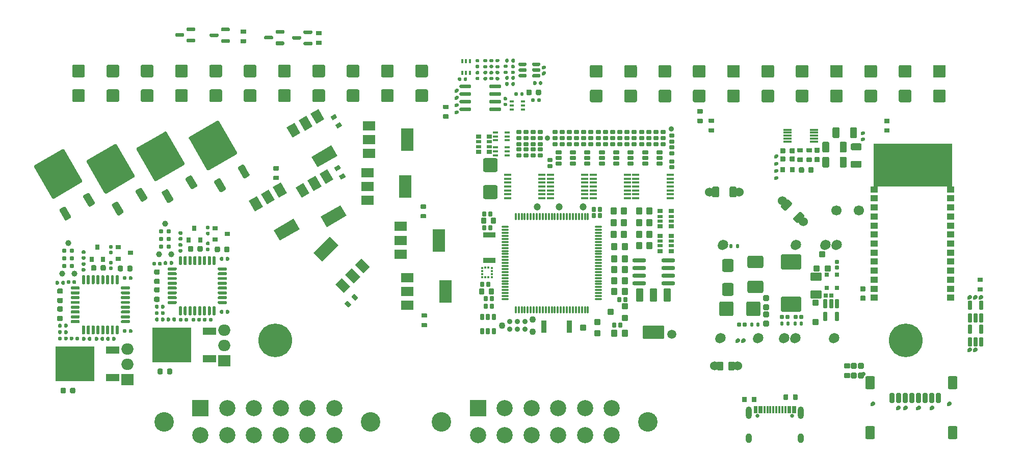
<source format=gts>
G75*
G70*
%OFA0B0*%
%FSLAX25Y25*%
%IPPOS*%
%LPD*%
%AMOC8*
5,1,8,0,0,1.08239X$1,22.5*
%
%AMM117*
21,1,0.027170,0.052760,-0.000000,0.000000,0.000000*
21,1,0.017320,0.062600,-0.000000,0.000000,0.000000*
1,1,0.009840,0.008660,-0.026380*
1,1,0.009840,-0.008660,-0.026380*
1,1,0.009840,-0.008660,0.026380*
1,1,0.009840,0.008660,0.026380*
%
%AMM184*
21,1,0.092130,0.073230,0.000000,-0.000000,180.000000*
21,1,0.069290,0.096060,0.000000,-0.000000,180.000000*
1,1,0.022840,-0.034650,0.036610*
1,1,0.022840,0.034650,0.036610*
1,1,0.022840,0.034650,-0.036610*
1,1,0.022840,-0.034650,-0.036610*
%
%AMM185*
21,1,0.100000,0.111020,0.000000,-0.000000,270.000000*
21,1,0.075590,0.135430,0.000000,-0.000000,270.000000*
1,1,0.024410,-0.055510,-0.037800*
1,1,0.024410,-0.055510,0.037800*
1,1,0.024410,0.055510,0.037800*
1,1,0.024410,0.055510,-0.037800*
%
%AMM186*
21,1,0.080320,0.083460,0.000000,-0.000000,270.000000*
21,1,0.059840,0.103940,0.000000,-0.000000,270.000000*
1,1,0.020470,-0.041730,-0.029920*
1,1,0.020470,-0.041730,0.029920*
1,1,0.020470,0.041730,0.029920*
1,1,0.020470,0.041730,-0.029920*
%
%AMM187*
21,1,0.084250,0.053540,0.000000,-0.000000,90.000000*
21,1,0.065350,0.072440,0.000000,-0.000000,90.000000*
1,1,0.018900,0.026770,0.032680*
1,1,0.018900,0.026770,-0.032680*
1,1,0.018900,-0.026770,-0.032680*
1,1,0.018900,-0.026770,0.032680*
%
%AMM188*
21,1,0.040950,0.030320,0.000000,-0.000000,0.000000*
21,1,0.028350,0.042910,0.000000,-0.000000,0.000000*
1,1,0.012600,0.014170,-0.015160*
1,1,0.012600,-0.014170,-0.015160*
1,1,0.012600,-0.014170,0.015160*
1,1,0.012600,0.014170,0.015160*
%
%AMM189*
21,1,0.027170,0.052760,0.000000,-0.000000,180.000000*
21,1,0.017320,0.062600,0.000000,-0.000000,180.000000*
1,1,0.009840,-0.008660,0.026380*
1,1,0.009840,0.008660,0.026380*
1,1,0.009840,0.008660,-0.026380*
1,1,0.009840,-0.008660,-0.026380*
%
%AMM190*
21,1,0.041340,0.026770,0.000000,-0.000000,270.000000*
21,1,0.029130,0.038980,0.000000,-0.000000,270.000000*
1,1,0.012210,-0.013390,-0.014570*
1,1,0.012210,-0.013390,0.014570*
1,1,0.012210,0.013390,0.014570*
1,1,0.012210,0.013390,-0.014570*
%
%AMM191*
21,1,0.076380,0.036220,0.000000,-0.000000,0.000000*
21,1,0.061810,0.050790,0.000000,-0.000000,0.000000*
1,1,0.014570,0.030910,-0.018110*
1,1,0.014570,-0.030910,-0.018110*
1,1,0.014570,-0.030910,0.018110*
1,1,0.014570,0.030910,0.018110*
%
%AMM192*
21,1,0.038980,0.026770,0.000000,-0.000000,270.000000*
21,1,0.026770,0.038980,0.000000,-0.000000,270.000000*
1,1,0.012210,-0.013390,-0.013390*
1,1,0.012210,-0.013390,0.013390*
1,1,0.012210,0.013390,0.013390*
1,1,0.012210,0.013390,-0.013390*
%
%AMM193*
21,1,0.021260,0.016540,0.000000,-0.000000,180.000000*
21,1,0.012600,0.025200,0.000000,-0.000000,180.000000*
1,1,0.008660,-0.006300,0.008270*
1,1,0.008660,0.006300,0.008270*
1,1,0.008660,0.006300,-0.008270*
1,1,0.008660,-0.006300,-0.008270*
%
%AMM194*
21,1,0.029130,0.018900,0.000000,-0.000000,0.000000*
21,1,0.018900,0.029130,0.000000,-0.000000,0.000000*
1,1,0.010240,0.009450,-0.009450*
1,1,0.010240,-0.009450,-0.009450*
1,1,0.010240,-0.009450,0.009450*
1,1,0.010240,0.009450,0.009450*
%
%AMM195*
21,1,0.025200,0.019680,0.000000,-0.000000,270.000000*
21,1,0.015750,0.029130,0.000000,-0.000000,270.000000*
1,1,0.009450,-0.009840,-0.007870*
1,1,0.009450,-0.009840,0.007870*
1,1,0.009450,0.009840,0.007870*
1,1,0.009450,0.009840,-0.007870*
%
%AMM196*
21,1,0.025200,0.019680,0.000000,-0.000000,180.000000*
21,1,0.015750,0.029130,0.000000,-0.000000,180.000000*
1,1,0.009450,-0.007870,0.009840*
1,1,0.009450,0.007870,0.009840*
1,1,0.009450,0.007870,-0.009840*
1,1,0.009450,-0.007870,-0.009840*
%
%AMM278*
21,1,0.029530,0.026380,-0.000000,-0.000000,90.000000*
21,1,0.020470,0.035430,-0.000000,-0.000000,90.000000*
1,1,0.009060,0.013190,0.010240*
1,1,0.009060,0.013190,-0.010240*
1,1,0.009060,-0.013190,-0.010240*
1,1,0.009060,-0.013190,0.010240*
%
%AMM279*
21,1,0.021650,0.027950,-0.000000,-0.000000,90.000000*
21,1,0.014170,0.035430,-0.000000,-0.000000,90.000000*
1,1,0.007480,0.013980,0.007090*
1,1,0.007480,0.013980,-0.007090*
1,1,0.007480,-0.013980,-0.007090*
1,1,0.007480,-0.013980,0.007090*
%
%AMM280*
21,1,0.016540,0.028980,-0.000000,-0.000000,270.000000*
21,1,0.010080,0.035430,-0.000000,-0.000000,270.000000*
1,1,0.006460,-0.014490,-0.005040*
1,1,0.006460,-0.014490,0.005040*
1,1,0.006460,0.014490,0.005040*
1,1,0.006460,0.014490,-0.005040*
%
%AMM281*
21,1,0.027560,0.030710,-0.000000,-0.000000,0.000000*
21,1,0.018900,0.039370,-0.000000,-0.000000,0.000000*
1,1,0.008660,0.009450,-0.015350*
1,1,0.008660,-0.009450,-0.015350*
1,1,0.008660,-0.009450,0.015350*
1,1,0.008660,0.009450,0.015350*
%
%AMM282*
21,1,0.031500,0.018900,-0.000000,-0.000000,270.000000*
21,1,0.022840,0.027560,-0.000000,-0.000000,270.000000*
1,1,0.008660,-0.009450,-0.011420*
1,1,0.008660,-0.009450,0.011420*
1,1,0.008660,0.009450,0.011420*
1,1,0.008660,0.009450,-0.011420*
%
%AMM283*
21,1,0.035430,0.072440,-0.000000,-0.000000,270.000000*
21,1,0.025200,0.082680,-0.000000,-0.000000,270.000000*
1,1,0.010240,-0.036220,-0.012600*
1,1,0.010240,-0.036220,0.012600*
1,1,0.010240,0.036220,0.012600*
1,1,0.010240,0.036220,-0.012600*
%
%AMM284*
21,1,0.031500,0.018900,-0.000000,-0.000000,0.000000*
21,1,0.022840,0.027560,-0.000000,-0.000000,0.000000*
1,1,0.008660,0.011420,-0.009450*
1,1,0.008660,-0.011420,-0.009450*
1,1,0.008660,-0.011420,0.009450*
1,1,0.008660,0.011420,0.009450*
%
%AMM285*
21,1,0.027560,0.030710,-0.000000,-0.000000,90.000000*
21,1,0.018900,0.039370,-0.000000,-0.000000,90.000000*
1,1,0.008660,0.015350,0.009450*
1,1,0.008660,0.015350,-0.009450*
1,1,0.008660,-0.015350,-0.009450*
1,1,0.008660,-0.015350,0.009450*
%
%AMM286*
21,1,0.039370,0.030320,-0.000000,-0.000000,90.000000*
21,1,0.028350,0.041340,-0.000000,-0.000000,90.000000*
1,1,0.011020,0.015160,0.014170*
1,1,0.011020,0.015160,-0.014170*
1,1,0.011020,-0.015160,-0.014170*
1,1,0.011020,-0.015160,0.014170*
%
%AMM287*
21,1,0.047240,0.075980,-0.000000,-0.000000,180.000000*
21,1,0.034650,0.088580,-0.000000,-0.000000,180.000000*
1,1,0.012600,-0.017320,0.037990*
1,1,0.012600,0.017320,0.037990*
1,1,0.012600,0.017320,-0.037990*
1,1,0.012600,-0.017320,-0.037990*
%
%AMM288*
21,1,0.043310,0.035430,-0.000000,-0.000000,180.000000*
21,1,0.031500,0.047240,-0.000000,-0.000000,180.000000*
1,1,0.011810,-0.015750,0.017720*
1,1,0.011810,0.015750,0.017720*
1,1,0.011810,0.015750,-0.017720*
1,1,0.011810,-0.015750,-0.017720*
%
%AMM289*
21,1,0.031500,0.030710,-0.000000,-0.000000,180.000000*
21,1,0.022050,0.040160,-0.000000,-0.000000,180.000000*
1,1,0.009450,-0.011020,0.015350*
1,1,0.009450,0.011020,0.015350*
1,1,0.009450,0.011020,-0.015350*
1,1,0.009450,-0.011020,-0.015350*
%
%AMM290*
21,1,0.035430,0.072440,-0.000000,-0.000000,180.000000*
21,1,0.025200,0.082680,-0.000000,-0.000000,180.000000*
1,1,0.010240,-0.012600,0.036220*
1,1,0.010240,0.012600,0.036220*
1,1,0.010240,0.012600,-0.036220*
1,1,0.010240,-0.012600,-0.036220*
%
%AMM291*
21,1,0.141730,0.067720,-0.000000,-0.000000,180.000000*
21,1,0.120870,0.088580,-0.000000,-0.000000,180.000000*
1,1,0.020870,-0.060430,0.033860*
1,1,0.020870,0.060430,0.033860*
1,1,0.020870,0.060430,-0.033860*
1,1,0.020870,-0.060430,-0.033860*
%
%AMM292*
21,1,0.047240,0.075990,-0.000000,-0.000000,180.000000*
21,1,0.034650,0.088580,-0.000000,-0.000000,180.000000*
1,1,0.012600,-0.017320,0.037990*
1,1,0.012600,0.017320,0.037990*
1,1,0.012600,0.017320,-0.037990*
1,1,0.012600,-0.017320,-0.037990*
%
%AMM293*
21,1,0.090550,0.073230,-0.000000,-0.000000,270.000000*
21,1,0.069290,0.094490,-0.000000,-0.000000,270.000000*
1,1,0.021260,-0.036610,-0.034650*
1,1,0.021260,-0.036610,0.034650*
1,1,0.021260,0.036610,0.034650*
1,1,0.021260,0.036610,-0.034650*
%
%AMM95*
21,1,0.084250,0.045670,0.000000,0.000000,270.000000*
21,1,0.067320,0.062600,0.000000,0.000000,270.000000*
1,1,0.016930,-0.022840,-0.033660*
1,1,0.016930,-0.022840,0.033660*
1,1,0.016930,0.022840,0.033660*
1,1,0.016930,0.022840,-0.033660*
%
%AMM96*
21,1,0.064570,0.020470,0.000000,0.000000,270.000000*
21,1,0.053940,0.031100,0.000000,0.000000,270.000000*
1,1,0.010630,-0.010240,-0.026970*
1,1,0.010630,-0.010240,0.026970*
1,1,0.010630,0.010240,0.026970*
1,1,0.010630,0.010240,-0.026970*
%
%AMM97*
21,1,0.038980,0.026770,0.000000,0.000000,90.000000*
21,1,0.026770,0.038980,0.000000,0.000000,90.000000*
1,1,0.012210,0.013390,0.013390*
1,1,0.012210,0.013390,-0.013390*
1,1,0.012210,-0.013390,-0.013390*
1,1,0.012210,-0.013390,0.013390*
%
%AMM98*
21,1,0.033070,0.030710,0.000000,0.000000,270.000000*
21,1,0.022050,0.041730,0.000000,0.000000,270.000000*
1,1,0.011020,-0.015350,-0.011020*
1,1,0.011020,-0.015350,0.011020*
1,1,0.011020,0.015350,0.011020*
1,1,0.011020,0.015350,-0.011020*
%
%ADD10C,0.06000*%
%ADD11R,0.07874X0.05906*%
%ADD12R,0.07874X0.14961*%
%ADD13R,0.10559X0.10559*%
%ADD131C,0.02913*%
%ADD132C,0.06457*%
%ADD14C,0.10559*%
%ADD149R,0.02559X0.01575*%
%ADD15C,0.12756*%
%ADD150R,0.01575X0.02559*%
%ADD151R,0.05512X0.01181*%
%ADD152R,0.03543X0.03150*%
%ADD154C,0.05118*%
%ADD156R,0.03150X0.03543*%
%ADD16C,0.22047*%
%ADD164C,0.03100*%
%ADD167C,0.03900*%
%ADD17C,0.02362*%
%ADD202O,0.05118X0.01260*%
%ADD203O,0.01260X0.05118*%
%ADD204O,0.04724X0.01575*%
%ADD205C,0.03494*%
%ADD208R,0.01772X0.01378*%
%ADD209R,0.01378X0.01772*%
%ADD214O,0.09055X0.02756*%
%ADD221C,0.03543*%
%ADD223C,0.04724*%
%ADD224C,0.04294*%
%ADD268M95*%
%ADD269M96*%
%ADD270M97*%
%ADD271M98*%
%ADD291M117*%
%ADD360M184*%
%ADD361M185*%
%ADD362M186*%
%ADD363M187*%
%ADD364M188*%
%ADD365M189*%
%ADD366M190*%
%ADD367M191*%
%ADD368M192*%
%ADD369M193*%
%ADD370M194*%
%ADD371M195*%
%ADD372M196*%
%ADD389R,0.08661X0.04724*%
%ADD390R,0.25197X0.22835*%
%ADD391R,0.07874X0.07500*%
%ADD392O,0.07874X0.07500*%
%ADD40C,0.05906*%
%ADD487M278*%
%ADD488M279*%
%ADD489M280*%
%ADD490M281*%
%ADD491M282*%
%ADD492M283*%
%ADD493M284*%
%ADD494M285*%
%ADD495M286*%
%ADD496M287*%
%ADD497M288*%
%ADD498M289*%
%ADD499M290*%
%ADD50C,0.06693*%
%ADD500M291*%
%ADD501M292*%
%ADD502M293*%
%ADD51R,0.01181X0.04528*%
%ADD52O,0.03937X0.08268*%
%ADD53O,0.03937X0.06299*%
%ADD66R,0.05118X0.03937*%
%ADD71C,0.00472*%
%ADD72C,0.02559*%
X0000000Y0000000D02*
%LPD*%
G01*
D71*
X0604478Y0177362D02*
X0553297Y0177362D01*
X0553297Y0204921D01*
X0604478Y0204921D01*
X0604478Y0177362D01*
G36*
X0604478Y0177362D02*
G01*
X0553297Y0177362D01*
X0553297Y0204921D01*
X0604478Y0204921D01*
X0604478Y0177362D01*
G37*
D10*
X0464291Y0059646D03*
G36*
G01*
X0462500Y0062106D02*
X0462500Y0057185D01*
G75*
G02*
X0462106Y0056791I-000394J0000000D01*
G01*
X0458957Y0056791D01*
G75*
G02*
X0458563Y0057185I0000000J0000394D01*
G01*
X0458563Y0062106D01*
G75*
G02*
X0458957Y0062500I0000394J0000000D01*
G01*
X0462106Y0062500D01*
G75*
G02*
X0462500Y0062106I0000000J-000394D01*
G01*
G37*
G36*
G01*
X0455020Y0062106D02*
X0455020Y0057185D01*
G75*
G02*
X0454626Y0056791I-000394J0000000D01*
G01*
X0451476Y0056791D01*
G75*
G02*
X0451083Y0057185I0000000J0000394D01*
G01*
X0451083Y0062106D01*
G75*
G02*
X0451476Y0062500I0000394J0000000D01*
G01*
X0454626Y0062500D01*
G75*
G02*
X0455020Y0062106I0000000J-000394D01*
G01*
G37*
X0449291Y0059646D03*
G36*
G01*
X0560571Y0221260D02*
X0563642Y0221260D01*
G75*
G02*
X0563917Y0220984I0000000J-000276D01*
G01*
X0563917Y0218780D01*
G75*
G02*
X0563642Y0218504I-000276J0000000D01*
G01*
X0560571Y0218504D01*
G75*
G02*
X0560295Y0218780I0000000J0000276D01*
G01*
X0560295Y0220984D01*
G75*
G02*
X0560571Y0221260I0000276J0000000D01*
G01*
G37*
G36*
G01*
X0560571Y0214961D02*
X0563642Y0214961D01*
G75*
G02*
X0563917Y0214685I0000000J-000276D01*
G01*
X0563917Y0212480D01*
G75*
G02*
X0563642Y0212205I-000276J0000000D01*
G01*
X0560571Y0212205D01*
G75*
G02*
X0560295Y0212480I0000000J0000276D01*
G01*
X0560295Y0214685D01*
G75*
G02*
X0560571Y0214961I0000276J0000000D01*
G01*
G37*
D11*
X0223524Y0216831D03*
X0223524Y0207776D03*
X0223524Y0198721D03*
D12*
X0248327Y0207776D03*
D13*
X0294626Y0031890D03*
D14*
X0312146Y0031890D03*
X0329626Y0031890D03*
X0347146Y0031890D03*
X0364626Y0031890D03*
X0382146Y0031890D03*
X0382146Y0014370D03*
X0364626Y0014370D03*
X0347146Y0014370D03*
X0329626Y0014370D03*
X0312146Y0014370D03*
X0294626Y0014370D03*
D15*
X0270866Y0023110D03*
X0405866Y0023110D03*
D16*
X0162106Y0076477D03*
G36*
X0191112Y0185508D02*
G01*
X0196226Y0188461D01*
X0200163Y0181642D01*
X0195049Y0178689D01*
X0191112Y0185508D01*
G37*
G36*
X0183270Y0180980D02*
G01*
X0188384Y0183933D01*
X0192321Y0177114D01*
X0187207Y0174161D01*
X0183270Y0180980D01*
G37*
G36*
X0175428Y0176453D02*
G01*
X0180542Y0179406D01*
X0184479Y0172587D01*
X0179365Y0169634D01*
X0175428Y0176453D01*
G37*
G36*
X0191750Y0157237D02*
G01*
X0204706Y0164717D01*
X0208643Y0157898D01*
X0195687Y0150417D01*
X0191750Y0157237D01*
G37*
G36*
G01*
X0503642Y0040807D02*
X0503642Y0037736D01*
G75*
G02*
X0503366Y0037461I-000276J0000000D01*
G01*
X0501161Y0037461D01*
G75*
G02*
X0500886Y0037736I0000000J0000276D01*
G01*
X0500886Y0040807D01*
G75*
G02*
X0501161Y0041083I0000276J0000000D01*
G01*
X0503366Y0041083D01*
G75*
G02*
X0503642Y0040807I0000000J-000276D01*
G01*
G37*
G36*
G01*
X0497342Y0040807D02*
X0497342Y0037736D01*
G75*
G02*
X0497067Y0037461I-000276J0000000D01*
G01*
X0494862Y0037461D01*
G75*
G02*
X0494587Y0037736I0000000J0000276D01*
G01*
X0494587Y0040807D01*
G75*
G02*
X0494862Y0041083I0000276J0000000D01*
G01*
X0497067Y0041083D01*
G75*
G02*
X0497342Y0040807I0000000J-000276D01*
G01*
G37*
G36*
X0211274Y0111593D02*
G01*
X0207098Y0107417D01*
X0201530Y0112985D01*
X0205706Y0117160D01*
X0211274Y0111593D01*
G37*
G36*
X0217676Y0117996D02*
G01*
X0213501Y0113820D01*
X0207933Y0119387D01*
X0212109Y0123563D01*
X0217676Y0117996D01*
G37*
G36*
X0224079Y0124398D02*
G01*
X0219904Y0120223D01*
X0214336Y0125790D01*
X0218512Y0129966D01*
X0224079Y0124398D01*
G37*
G36*
X0203339Y0138735D02*
G01*
X0192761Y0128157D01*
X0187193Y0133724D01*
X0197772Y0144303D01*
X0203339Y0138735D01*
G37*
G36*
G01*
X0257421Y0165256D02*
X0260492Y0165256D01*
G75*
G02*
X0260768Y0164980I0000000J-000276D01*
G01*
X0260768Y0162776D01*
G75*
G02*
X0260492Y0162500I-000276J0000000D01*
G01*
X0257421Y0162500D01*
G75*
G02*
X0257146Y0162776I0000000J0000276D01*
G01*
X0257146Y0164980D01*
G75*
G02*
X0257421Y0165256I0000276J0000000D01*
G01*
G37*
G36*
G01*
X0257421Y0158957D02*
X0260492Y0158957D01*
G75*
G02*
X0260768Y0158681I0000000J-000276D01*
G01*
X0260768Y0156477D01*
G75*
G02*
X0260492Y0156201I-000276J0000000D01*
G01*
X0257421Y0156201D01*
G75*
G02*
X0257146Y0156477I0000000J0000276D01*
G01*
X0257146Y0158681D01*
G75*
G02*
X0257421Y0158957I0000276J0000000D01*
G01*
G37*
D17*
X0615748Y0104036D03*
X0619488Y0104036D03*
X0623228Y0104036D03*
X0619291Y0069784D03*
X0615748Y0069784D03*
X0280512Y0234744D03*
X0280512Y0239469D03*
X0280512Y0230020D03*
X0280512Y0225295D03*
X0337303Y0250728D03*
X0337303Y0254665D03*
G36*
G01*
X0441398Y0218504D02*
X0438327Y0218504D01*
G75*
G02*
X0438051Y0218780I0000000J0000276D01*
G01*
X0438051Y0220984D01*
G75*
G02*
X0438327Y0221260I0000276J0000000D01*
G01*
X0441398Y0221260D01*
G75*
G02*
X0441673Y0220984I0000000J-000276D01*
G01*
X0441673Y0218780D01*
G75*
G02*
X0441398Y0218504I-000276J0000000D01*
G01*
G37*
G36*
G01*
X0441398Y0224803D02*
X0438327Y0224803D01*
G75*
G02*
X0438051Y0225079I0000000J0000276D01*
G01*
X0438051Y0227284D01*
G75*
G02*
X0438327Y0227559I0000276J0000000D01*
G01*
X0441398Y0227559D01*
G75*
G02*
X0441673Y0227284I0000000J-000276D01*
G01*
X0441673Y0225079D01*
G75*
G02*
X0441398Y0224803I-000276J0000000D01*
G01*
G37*
G36*
G01*
X0261083Y0084941D02*
X0258012Y0084941D01*
G75*
G02*
X0257736Y0085217I0000000J0000276D01*
G01*
X0257736Y0087421D01*
G75*
G02*
X0258012Y0087697I0000276J0000000D01*
G01*
X0261083Y0087697D01*
G75*
G02*
X0261358Y0087421I0000000J-000276D01*
G01*
X0261358Y0085217D01*
G75*
G02*
X0261083Y0084941I-000276J0000000D01*
G01*
G37*
G36*
G01*
X0261083Y0091240D02*
X0258012Y0091240D01*
G75*
G02*
X0257736Y0091516I0000000J0000276D01*
G01*
X0257736Y0093721D01*
G75*
G02*
X0258012Y0093996I0000276J0000000D01*
G01*
X0261083Y0093996D01*
G75*
G02*
X0261358Y0093721I0000000J-000276D01*
G01*
X0261358Y0091516D01*
G75*
G02*
X0261083Y0091240I-000276J0000000D01*
G01*
G37*
G36*
G01*
X0161161Y0190256D02*
X0164232Y0190256D01*
G75*
G02*
X0164508Y0189980I0000000J-000276D01*
G01*
X0164508Y0187776D01*
G75*
G02*
X0164232Y0187500I-000276J0000000D01*
G01*
X0161161Y0187500D01*
G75*
G02*
X0160886Y0187776I0000000J0000276D01*
G01*
X0160886Y0189980D01*
G75*
G02*
X0161161Y0190256I0000276J0000000D01*
G01*
G37*
G36*
G01*
X0161161Y0183957D02*
X0164232Y0183957D01*
G75*
G02*
X0164508Y0183681I0000000J-000276D01*
G01*
X0164508Y0181477D01*
G75*
G02*
X0164232Y0181201I-000276J0000000D01*
G01*
X0161161Y0181201D01*
G75*
G02*
X0160886Y0181477I0000000J0000276D01*
G01*
X0160886Y0183681D01*
G75*
G02*
X0161161Y0183957I0000276J0000000D01*
G01*
G37*
D17*
X0546260Y0053740D03*
X0552461Y0034429D03*
X0602476Y0034465D03*
X0569094Y0031791D03*
X0573720Y0031791D03*
X0582283Y0031791D03*
X0591043Y0031791D03*
D11*
X0244193Y0150886D03*
X0244193Y0141831D03*
X0244193Y0132776D03*
D12*
X0268996Y0141831D03*
G36*
X0160600Y0176650D02*
G01*
X0165714Y0179603D01*
X0169651Y0172783D01*
X0164537Y0169831D01*
X0160600Y0176650D01*
G37*
G36*
X0152758Y0172122D02*
G01*
X0157872Y0175075D01*
X0161809Y0168256D01*
X0156695Y0165303D01*
X0152758Y0172122D01*
G37*
G36*
X0144916Y0167595D02*
G01*
X0150030Y0170547D01*
X0153967Y0163728D01*
X0148853Y0160776D01*
X0144916Y0167595D01*
G37*
G36*
X0161238Y0148378D02*
G01*
X0174195Y0155859D01*
X0178132Y0149039D01*
X0165175Y0141559D01*
X0161238Y0148378D01*
G37*
D40*
X0526968Y0077461D03*
X0501772Y0077461D03*
X0494291Y0077461D03*
X0477362Y0077461D03*
D17*
X0467913Y0075689D03*
X0463976Y0075689D03*
D40*
X0452756Y0077461D03*
X0528740Y0138484D03*
X0521457Y0138484D03*
X0501968Y0138484D03*
X0454528Y0138484D03*
D11*
X0222342Y0186122D03*
X0222342Y0177067D03*
X0222342Y0168012D03*
D12*
X0247146Y0177067D03*
G36*
G01*
X0142776Y0270669D02*
X0139705Y0270669D01*
G75*
G02*
X0139429Y0270945I0000000J0000276D01*
G01*
X0139429Y0273150D01*
G75*
G02*
X0139705Y0273425I0000276J0000000D01*
G01*
X0142776Y0273425D01*
G75*
G02*
X0143051Y0273150I0000000J-000276D01*
G01*
X0143051Y0270945D01*
G75*
G02*
X0142776Y0270669I-000276J0000000D01*
G01*
G37*
G36*
G01*
X0142776Y0276969D02*
X0139705Y0276969D01*
G75*
G02*
X0139429Y0277244I0000000J0000276D01*
G01*
X0139429Y0279449D01*
G75*
G02*
X0139705Y0279725I0000276J0000000D01*
G01*
X0142776Y0279725D01*
G75*
G02*
X0143051Y0279449I0000000J-000276D01*
G01*
X0143051Y0277244D01*
G75*
G02*
X0142776Y0276969I-000276J0000000D01*
G01*
G37*
G36*
G01*
X0547697Y0102205D02*
X0545020Y0102205D01*
G75*
G02*
X0544685Y0102539I0000000J0000335D01*
G01*
X0544685Y0105217D01*
G75*
G02*
X0545020Y0105551I0000335J0000000D01*
G01*
X0547697Y0105551D01*
G75*
G02*
X0548031Y0105217I0000000J-000335D01*
G01*
X0548031Y0102539D01*
G75*
G02*
X0547697Y0102205I-000335J0000000D01*
G01*
G37*
G36*
G01*
X0547697Y0108425D02*
X0545020Y0108425D01*
G75*
G02*
X0544685Y0108760I0000000J0000335D01*
G01*
X0544685Y0111437D01*
G75*
G02*
X0545020Y0111772I0000335J0000000D01*
G01*
X0547697Y0111772D01*
G75*
G02*
X0548031Y0111437I0000000J-000335D01*
G01*
X0548031Y0108760D01*
G75*
G02*
X0547697Y0108425I-000335J0000000D01*
G01*
G37*
G36*
X0185206Y0224780D02*
G01*
X0190320Y0227732D01*
X0194257Y0220913D01*
X0189143Y0217961D01*
X0185206Y0224780D01*
G37*
G36*
X0177364Y0220252D02*
G01*
X0182478Y0223205D01*
X0186415Y0216386D01*
X0181301Y0213433D01*
X0177364Y0220252D01*
G37*
G36*
X0169522Y0215725D02*
G01*
X0174636Y0218677D01*
X0178573Y0211858D01*
X0173459Y0208905D01*
X0169522Y0215725D01*
G37*
G36*
X0185845Y0196508D02*
G01*
X0198801Y0203988D01*
X0202738Y0197169D01*
X0189782Y0189689D01*
X0185845Y0196508D01*
G37*
G36*
G01*
X0253740Y0233268D02*
X0253740Y0239567D01*
G75*
G02*
X0254724Y0240551I0000984J0000000D01*
G01*
X0261024Y0240551D01*
G75*
G02*
X0262008Y0239567I0000000J-000984D01*
G01*
X0262008Y0233268D01*
G75*
G02*
X0261024Y0232284I-000984J0000000D01*
G01*
X0254724Y0232284D01*
G75*
G02*
X0253740Y0233268I0000000J0000984D01*
G01*
G37*
G36*
G01*
X0231299Y0233268D02*
X0231299Y0239567D01*
G75*
G02*
X0232283Y0240551I0000984J0000000D01*
G01*
X0238583Y0240551D01*
G75*
G02*
X0239567Y0239567I0000000J-000984D01*
G01*
X0239567Y0233268D01*
G75*
G02*
X0238583Y0232284I-000984J0000000D01*
G01*
X0232283Y0232284D01*
G75*
G02*
X0231299Y0233268I0000000J0000984D01*
G01*
G37*
G36*
G01*
X0208858Y0233268D02*
X0208858Y0239567D01*
G75*
G02*
X0209843Y0240551I0000984J0000000D01*
G01*
X0216142Y0240551D01*
G75*
G02*
X0217126Y0239567I0000000J-000984D01*
G01*
X0217126Y0233268D01*
G75*
G02*
X0216142Y0232284I-000984J0000000D01*
G01*
X0209843Y0232284D01*
G75*
G02*
X0208858Y0233268I0000000J0000984D01*
G01*
G37*
G36*
G01*
X0186417Y0233268D02*
X0186417Y0239567D01*
G75*
G02*
X0187402Y0240551I0000984J0000000D01*
G01*
X0193701Y0240551D01*
G75*
G02*
X0194685Y0239567I0000000J-000984D01*
G01*
X0194685Y0233268D01*
G75*
G02*
X0193701Y0232284I-000984J0000000D01*
G01*
X0187402Y0232284D01*
G75*
G02*
X0186417Y0233268I0000000J0000984D01*
G01*
G37*
G36*
G01*
X0163976Y0233268D02*
X0163976Y0239567D01*
G75*
G02*
X0164961Y0240551I0000984J0000000D01*
G01*
X0171260Y0240551D01*
G75*
G02*
X0172244Y0239567I0000000J-000984D01*
G01*
X0172244Y0233268D01*
G75*
G02*
X0171260Y0232284I-000984J0000000D01*
G01*
X0164961Y0232284D01*
G75*
G02*
X0163976Y0233268I0000000J0000984D01*
G01*
G37*
G36*
G01*
X0141535Y0233268D02*
X0141535Y0239567D01*
G75*
G02*
X0142520Y0240551I0000984J0000000D01*
G01*
X0148819Y0240551D01*
G75*
G02*
X0149803Y0239567I0000000J-000984D01*
G01*
X0149803Y0233268D01*
G75*
G02*
X0148819Y0232284I-000984J0000000D01*
G01*
X0142520Y0232284D01*
G75*
G02*
X0141535Y0233268I0000000J0000984D01*
G01*
G37*
G36*
G01*
X0119094Y0233268D02*
X0119094Y0239567D01*
G75*
G02*
X0120079Y0240551I0000984J0000000D01*
G01*
X0126378Y0240551D01*
G75*
G02*
X0127362Y0239567I0000000J-000984D01*
G01*
X0127362Y0233268D01*
G75*
G02*
X0126378Y0232284I-000984J0000000D01*
G01*
X0120079Y0232284D01*
G75*
G02*
X0119094Y0233268I0000000J0000984D01*
G01*
G37*
G36*
G01*
X0096654Y0233268D02*
X0096654Y0239567D01*
G75*
G02*
X0097638Y0240551I0000984J0000000D01*
G01*
X0103937Y0240551D01*
G75*
G02*
X0104921Y0239567I0000000J-000984D01*
G01*
X0104921Y0233268D01*
G75*
G02*
X0103937Y0232284I-000984J0000000D01*
G01*
X0097638Y0232284D01*
G75*
G02*
X0096654Y0233268I0000000J0000984D01*
G01*
G37*
G36*
G01*
X0074213Y0233268D02*
X0074213Y0239567D01*
G75*
G02*
X0075197Y0240551I0000984J0000000D01*
G01*
X0081496Y0240551D01*
G75*
G02*
X0082480Y0239567I0000000J-000984D01*
G01*
X0082480Y0233268D01*
G75*
G02*
X0081496Y0232284I-000984J0000000D01*
G01*
X0075197Y0232284D01*
G75*
G02*
X0074213Y0233268I0000000J0000984D01*
G01*
G37*
G36*
G01*
X0051772Y0233268D02*
X0051772Y0239567D01*
G75*
G02*
X0052756Y0240551I0000984J0000000D01*
G01*
X0059055Y0240551D01*
G75*
G02*
X0060039Y0239567I0000000J-000984D01*
G01*
X0060039Y0233268D01*
G75*
G02*
X0059055Y0232284I-000984J0000000D01*
G01*
X0052756Y0232284D01*
G75*
G02*
X0051772Y0233268I0000000J0000984D01*
G01*
G37*
G36*
G01*
X0029331Y0233268D02*
X0029331Y0239567D01*
G75*
G02*
X0030315Y0240551I0000984J0000000D01*
G01*
X0036614Y0240551D01*
G75*
G02*
X0037598Y0239567I0000000J-000984D01*
G01*
X0037598Y0233268D01*
G75*
G02*
X0036614Y0232284I-000984J0000000D01*
G01*
X0030315Y0232284D01*
G75*
G02*
X0029331Y0233268I0000000J0000984D01*
G01*
G37*
G36*
G01*
X0253740Y0249410D02*
X0253740Y0255709D01*
G75*
G02*
X0254724Y0256693I0000984J0000000D01*
G01*
X0261024Y0256693D01*
G75*
G02*
X0262008Y0255709I0000000J-000984D01*
G01*
X0262008Y0249410D01*
G75*
G02*
X0261024Y0248425I-000984J0000000D01*
G01*
X0254724Y0248425D01*
G75*
G02*
X0253740Y0249410I0000000J0000984D01*
G01*
G37*
G36*
G01*
X0231299Y0249410D02*
X0231299Y0255709D01*
G75*
G02*
X0232283Y0256693I0000984J0000000D01*
G01*
X0238583Y0256693D01*
G75*
G02*
X0239567Y0255709I0000000J-000984D01*
G01*
X0239567Y0249410D01*
G75*
G02*
X0238583Y0248425I-000984J0000000D01*
G01*
X0232283Y0248425D01*
G75*
G02*
X0231299Y0249410I0000000J0000984D01*
G01*
G37*
G36*
G01*
X0208858Y0249410D02*
X0208858Y0255709D01*
G75*
G02*
X0209843Y0256693I0000984J0000000D01*
G01*
X0216142Y0256693D01*
G75*
G02*
X0217126Y0255709I0000000J-000984D01*
G01*
X0217126Y0249410D01*
G75*
G02*
X0216142Y0248425I-000984J0000000D01*
G01*
X0209843Y0248425D01*
G75*
G02*
X0208858Y0249410I0000000J0000984D01*
G01*
G37*
G36*
G01*
X0186417Y0249410D02*
X0186417Y0255709D01*
G75*
G02*
X0187402Y0256693I0000984J0000000D01*
G01*
X0193701Y0256693D01*
G75*
G02*
X0194685Y0255709I0000000J-000984D01*
G01*
X0194685Y0249410D01*
G75*
G02*
X0193701Y0248425I-000984J0000000D01*
G01*
X0187402Y0248425D01*
G75*
G02*
X0186417Y0249410I0000000J0000984D01*
G01*
G37*
G36*
G01*
X0163976Y0249410D02*
X0163976Y0255709D01*
G75*
G02*
X0164961Y0256693I0000984J0000000D01*
G01*
X0171260Y0256693D01*
G75*
G02*
X0172244Y0255709I0000000J-000984D01*
G01*
X0172244Y0249410D01*
G75*
G02*
X0171260Y0248425I-000984J0000000D01*
G01*
X0164961Y0248425D01*
G75*
G02*
X0163976Y0249410I0000000J0000984D01*
G01*
G37*
G36*
G01*
X0141535Y0249410D02*
X0141535Y0255709D01*
G75*
G02*
X0142520Y0256693I0000984J0000000D01*
G01*
X0148819Y0256693D01*
G75*
G02*
X0149803Y0255709I0000000J-000984D01*
G01*
X0149803Y0249410D01*
G75*
G02*
X0148819Y0248425I-000984J0000000D01*
G01*
X0142520Y0248425D01*
G75*
G02*
X0141535Y0249410I0000000J0000984D01*
G01*
G37*
G36*
G01*
X0119094Y0249410D02*
X0119094Y0255709D01*
G75*
G02*
X0120079Y0256693I0000984J0000000D01*
G01*
X0126378Y0256693D01*
G75*
G02*
X0127362Y0255709I0000000J-000984D01*
G01*
X0127362Y0249410D01*
G75*
G02*
X0126378Y0248425I-000984J0000000D01*
G01*
X0120079Y0248425D01*
G75*
G02*
X0119094Y0249410I0000000J0000984D01*
G01*
G37*
G36*
G01*
X0096654Y0249410D02*
X0096654Y0255709D01*
G75*
G02*
X0097638Y0256693I0000984J0000000D01*
G01*
X0103937Y0256693D01*
G75*
G02*
X0104921Y0255709I0000000J-000984D01*
G01*
X0104921Y0249410D01*
G75*
G02*
X0103937Y0248425I-000984J0000000D01*
G01*
X0097638Y0248425D01*
G75*
G02*
X0096654Y0249410I0000000J0000984D01*
G01*
G37*
G36*
G01*
X0074213Y0249410D02*
X0074213Y0255709D01*
G75*
G02*
X0075197Y0256693I0000984J0000000D01*
G01*
X0081496Y0256693D01*
G75*
G02*
X0082480Y0255709I0000000J-000984D01*
G01*
X0082480Y0249410D01*
G75*
G02*
X0081496Y0248425I-000984J0000000D01*
G01*
X0075197Y0248425D01*
G75*
G02*
X0074213Y0249410I0000000J0000984D01*
G01*
G37*
G36*
G01*
X0051772Y0249410D02*
X0051772Y0255709D01*
G75*
G02*
X0052756Y0256693I0000984J0000000D01*
G01*
X0059055Y0256693D01*
G75*
G02*
X0060039Y0255709I0000000J-000984D01*
G01*
X0060039Y0249410D01*
G75*
G02*
X0059055Y0248425I-000984J0000000D01*
G01*
X0052756Y0248425D01*
G75*
G02*
X0051772Y0249410I0000000J0000984D01*
G01*
G37*
G36*
G01*
X0029331Y0249410D02*
X0029331Y0255709D01*
G75*
G02*
X0030315Y0256693I0000984J0000000D01*
G01*
X0036614Y0256693D01*
G75*
G02*
X0037598Y0255709I0000000J-000984D01*
G01*
X0037598Y0249410D01*
G75*
G02*
X0036614Y0248425I-000984J0000000D01*
G01*
X0030315Y0248425D01*
G75*
G02*
X0029331Y0249410I0000000J0000984D01*
G01*
G37*
G36*
G01*
X0592323Y0233071D02*
X0592323Y0239370D01*
G75*
G02*
X0593307Y0240354I0000984J0000000D01*
G01*
X0599606Y0240354D01*
G75*
G02*
X0600591Y0239370I0000000J-000984D01*
G01*
X0600591Y0233071D01*
G75*
G02*
X0599606Y0232087I-000984J0000000D01*
G01*
X0593307Y0232087D01*
G75*
G02*
X0592323Y0233071I0000000J0000984D01*
G01*
G37*
G36*
G01*
X0569882Y0233071D02*
X0569882Y0239370D01*
G75*
G02*
X0570866Y0240354I0000984J0000000D01*
G01*
X0577165Y0240354D01*
G75*
G02*
X0578150Y0239370I0000000J-000984D01*
G01*
X0578150Y0233071D01*
G75*
G02*
X0577165Y0232087I-000984J0000000D01*
G01*
X0570866Y0232087D01*
G75*
G02*
X0569882Y0233071I0000000J0000984D01*
G01*
G37*
G36*
G01*
X0547441Y0233071D02*
X0547441Y0239370D01*
G75*
G02*
X0548425Y0240354I0000984J0000000D01*
G01*
X0554724Y0240354D01*
G75*
G02*
X0555709Y0239370I0000000J-000984D01*
G01*
X0555709Y0233071D01*
G75*
G02*
X0554724Y0232087I-000984J0000000D01*
G01*
X0548425Y0232087D01*
G75*
G02*
X0547441Y0233071I0000000J0000984D01*
G01*
G37*
G36*
G01*
X0525000Y0233071D02*
X0525000Y0239370D01*
G75*
G02*
X0525984Y0240354I0000984J0000000D01*
G01*
X0532283Y0240354D01*
G75*
G02*
X0533268Y0239370I0000000J-000984D01*
G01*
X0533268Y0233071D01*
G75*
G02*
X0532283Y0232087I-000984J0000000D01*
G01*
X0525984Y0232087D01*
G75*
G02*
X0525000Y0233071I0000000J0000984D01*
G01*
G37*
G36*
G01*
X0502559Y0233071D02*
X0502559Y0239370D01*
G75*
G02*
X0503543Y0240354I0000984J0000000D01*
G01*
X0509842Y0240354D01*
G75*
G02*
X0510827Y0239370I0000000J-000984D01*
G01*
X0510827Y0233071D01*
G75*
G02*
X0509842Y0232087I-000984J0000000D01*
G01*
X0503543Y0232087D01*
G75*
G02*
X0502559Y0233071I0000000J0000984D01*
G01*
G37*
G36*
G01*
X0480118Y0233071D02*
X0480118Y0239370D01*
G75*
G02*
X0481102Y0240354I0000984J0000000D01*
G01*
X0487402Y0240354D01*
G75*
G02*
X0488386Y0239370I0000000J-000984D01*
G01*
X0488386Y0233071D01*
G75*
G02*
X0487402Y0232087I-000984J0000000D01*
G01*
X0481102Y0232087D01*
G75*
G02*
X0480118Y0233071I0000000J0000984D01*
G01*
G37*
G36*
G01*
X0457677Y0233071D02*
X0457677Y0239370D01*
G75*
G02*
X0458661Y0240354I0000984J0000000D01*
G01*
X0464961Y0240354D01*
G75*
G02*
X0465945Y0239370I0000000J-000984D01*
G01*
X0465945Y0233071D01*
G75*
G02*
X0464961Y0232087I-000984J0000000D01*
G01*
X0458661Y0232087D01*
G75*
G02*
X0457677Y0233071I0000000J0000984D01*
G01*
G37*
G36*
G01*
X0435236Y0233071D02*
X0435236Y0239370D01*
G75*
G02*
X0436220Y0240354I0000984J0000000D01*
G01*
X0442520Y0240354D01*
G75*
G02*
X0443504Y0239370I0000000J-000984D01*
G01*
X0443504Y0233071D01*
G75*
G02*
X0442520Y0232087I-000984J0000000D01*
G01*
X0436220Y0232087D01*
G75*
G02*
X0435236Y0233071I0000000J0000984D01*
G01*
G37*
G36*
G01*
X0412795Y0233071D02*
X0412795Y0239370D01*
G75*
G02*
X0413780Y0240354I0000984J0000000D01*
G01*
X0420079Y0240354D01*
G75*
G02*
X0421063Y0239370I0000000J-000984D01*
G01*
X0421063Y0233071D01*
G75*
G02*
X0420079Y0232087I-000984J0000000D01*
G01*
X0413780Y0232087D01*
G75*
G02*
X0412795Y0233071I0000000J0000984D01*
G01*
G37*
G36*
G01*
X0390354Y0233071D02*
X0390354Y0239370D01*
G75*
G02*
X0391339Y0240354I0000984J0000000D01*
G01*
X0397638Y0240354D01*
G75*
G02*
X0398622Y0239370I0000000J-000984D01*
G01*
X0398622Y0233071D01*
G75*
G02*
X0397638Y0232087I-000984J0000000D01*
G01*
X0391339Y0232087D01*
G75*
G02*
X0390354Y0233071I0000000J0000984D01*
G01*
G37*
G36*
G01*
X0367913Y0233071D02*
X0367913Y0239370D01*
G75*
G02*
X0368898Y0240354I0000984J0000000D01*
G01*
X0375197Y0240354D01*
G75*
G02*
X0376181Y0239370I0000000J-000984D01*
G01*
X0376181Y0233071D01*
G75*
G02*
X0375197Y0232087I-000984J0000000D01*
G01*
X0368898Y0232087D01*
G75*
G02*
X0367913Y0233071I0000000J0000984D01*
G01*
G37*
G36*
G01*
X0592323Y0249213D02*
X0592323Y0255512D01*
G75*
G02*
X0593307Y0256496I0000984J0000000D01*
G01*
X0599606Y0256496D01*
G75*
G02*
X0600591Y0255512I0000000J-000984D01*
G01*
X0600591Y0249213D01*
G75*
G02*
X0599606Y0248228I-000984J0000000D01*
G01*
X0593307Y0248228D01*
G75*
G02*
X0592323Y0249213I0000000J0000984D01*
G01*
G37*
G36*
G01*
X0569882Y0249213D02*
X0569882Y0255512D01*
G75*
G02*
X0570866Y0256496I0000984J0000000D01*
G01*
X0577165Y0256496D01*
G75*
G02*
X0578150Y0255512I0000000J-000984D01*
G01*
X0578150Y0249213D01*
G75*
G02*
X0577165Y0248228I-000984J0000000D01*
G01*
X0570866Y0248228D01*
G75*
G02*
X0569882Y0249213I0000000J0000984D01*
G01*
G37*
G36*
G01*
X0547441Y0249213D02*
X0547441Y0255512D01*
G75*
G02*
X0548425Y0256496I0000984J0000000D01*
G01*
X0554724Y0256496D01*
G75*
G02*
X0555709Y0255512I0000000J-000984D01*
G01*
X0555709Y0249213D01*
G75*
G02*
X0554724Y0248228I-000984J0000000D01*
G01*
X0548425Y0248228D01*
G75*
G02*
X0547441Y0249213I0000000J0000984D01*
G01*
G37*
G36*
G01*
X0525000Y0249213D02*
X0525000Y0255512D01*
G75*
G02*
X0525984Y0256496I0000984J0000000D01*
G01*
X0532283Y0256496D01*
G75*
G02*
X0533268Y0255512I0000000J-000984D01*
G01*
X0533268Y0249213D01*
G75*
G02*
X0532283Y0248228I-000984J0000000D01*
G01*
X0525984Y0248228D01*
G75*
G02*
X0525000Y0249213I0000000J0000984D01*
G01*
G37*
G36*
G01*
X0502559Y0249213D02*
X0502559Y0255512D01*
G75*
G02*
X0503543Y0256496I0000984J0000000D01*
G01*
X0509842Y0256496D01*
G75*
G02*
X0510827Y0255512I0000000J-000984D01*
G01*
X0510827Y0249213D01*
G75*
G02*
X0509842Y0248228I-000984J0000000D01*
G01*
X0503543Y0248228D01*
G75*
G02*
X0502559Y0249213I0000000J0000984D01*
G01*
G37*
G36*
G01*
X0480118Y0249213D02*
X0480118Y0255512D01*
G75*
G02*
X0481102Y0256496I0000984J0000000D01*
G01*
X0487402Y0256496D01*
G75*
G02*
X0488386Y0255512I0000000J-000984D01*
G01*
X0488386Y0249213D01*
G75*
G02*
X0487402Y0248228I-000984J0000000D01*
G01*
X0481102Y0248228D01*
G75*
G02*
X0480118Y0249213I0000000J0000984D01*
G01*
G37*
G36*
G01*
X0457677Y0249213D02*
X0457677Y0255512D01*
G75*
G02*
X0458661Y0256496I0000984J0000000D01*
G01*
X0464961Y0256496D01*
G75*
G02*
X0465945Y0255512I0000000J-000984D01*
G01*
X0465945Y0249213D01*
G75*
G02*
X0464961Y0248228I-000984J0000000D01*
G01*
X0458661Y0248228D01*
G75*
G02*
X0457677Y0249213I0000000J0000984D01*
G01*
G37*
G36*
G01*
X0435236Y0249213D02*
X0435236Y0255512D01*
G75*
G02*
X0436220Y0256496I0000984J0000000D01*
G01*
X0442520Y0256496D01*
G75*
G02*
X0443504Y0255512I0000000J-000984D01*
G01*
X0443504Y0249213D01*
G75*
G02*
X0442520Y0248228I-000984J0000000D01*
G01*
X0436220Y0248228D01*
G75*
G02*
X0435236Y0249213I0000000J0000984D01*
G01*
G37*
G36*
G01*
X0412795Y0249213D02*
X0412795Y0255512D01*
G75*
G02*
X0413780Y0256496I0000984J0000000D01*
G01*
X0420079Y0256496D01*
G75*
G02*
X0421063Y0255512I0000000J-000984D01*
G01*
X0421063Y0249213D01*
G75*
G02*
X0420079Y0248228I-000984J0000000D01*
G01*
X0413780Y0248228D01*
G75*
G02*
X0412795Y0249213I0000000J0000984D01*
G01*
G37*
G36*
G01*
X0390354Y0249213D02*
X0390354Y0255512D01*
G75*
G02*
X0391339Y0256496I0000984J0000000D01*
G01*
X0397638Y0256496D01*
G75*
G02*
X0398622Y0255512I0000000J-000984D01*
G01*
X0398622Y0249213D01*
G75*
G02*
X0397638Y0248228I-000984J0000000D01*
G01*
X0391339Y0248228D01*
G75*
G02*
X0390354Y0249213I0000000J0000984D01*
G01*
G37*
G36*
G01*
X0367913Y0249213D02*
X0367913Y0255512D01*
G75*
G02*
X0368898Y0256496I0000984J0000000D01*
G01*
X0375197Y0256496D01*
G75*
G02*
X0376181Y0255512I0000000J-000984D01*
G01*
X0376181Y0249213D01*
G75*
G02*
X0375197Y0248228I-000984J0000000D01*
G01*
X0368898Y0248228D01*
G75*
G02*
X0367913Y0249213I0000000J0000984D01*
G01*
G37*
G36*
G01*
X0209794Y0097977D02*
X0207622Y0100148D01*
G75*
G02*
X0207622Y0100538I0000195J0000195D01*
G01*
X0209181Y0102097D01*
G75*
G02*
X0209571Y0102097I0000195J-000195D01*
G01*
X0211742Y0099925D01*
G75*
G02*
X0211742Y0099536I-000195J-000195D01*
G01*
X0210183Y0097977D01*
G75*
G02*
X0209794Y0097977I-000195J0000195D01*
G01*
G37*
G36*
G01*
X0214248Y0102431D02*
X0212076Y0104602D01*
G75*
G02*
X0212076Y0104992I0000195J0000195D01*
G01*
X0213635Y0106551D01*
G75*
G02*
X0214025Y0106551I0000195J-000195D01*
G01*
X0216197Y0104380D01*
G75*
G02*
X0216197Y0103990I-000195J-000195D01*
G01*
X0214638Y0102431D01*
G75*
G02*
X0214248Y0102431I-000195J0000195D01*
G01*
G37*
D17*
X0489370Y0191634D03*
X0489370Y0196358D03*
X0489370Y0186910D03*
X0489370Y0182185D03*
X0546161Y0207618D03*
X0546161Y0211555D03*
D50*
X0529035Y0161221D03*
D72*
X0477500Y0026890D03*
X0500256Y0026890D03*
D51*
X0475689Y0031083D03*
X0478839Y0031083D03*
X0483957Y0031083D03*
X0487894Y0031083D03*
X0489862Y0031083D03*
X0493799Y0031083D03*
X0498917Y0031083D03*
X0502067Y0031083D03*
X0500886Y0031083D03*
X0497736Y0031083D03*
X0495768Y0031083D03*
X0491831Y0031083D03*
X0485925Y0031083D03*
X0481988Y0031083D03*
X0480020Y0031083D03*
X0476870Y0031083D03*
D52*
X0471870Y0028858D03*
D53*
X0471870Y0012402D03*
D52*
X0505886Y0028858D03*
D53*
X0505886Y0012402D03*
D16*
X0574311Y0076477D03*
G36*
G01*
X0095061Y0167675D02*
X0092674Y0166297D01*
G75*
G02*
X0091329Y0166658I-000492J0000852D01*
G01*
X0087983Y0172454D01*
G75*
G02*
X0088343Y0173798I0000852J0000492D01*
G01*
X0090730Y0175176D01*
G75*
G02*
X0092074Y0174816I0000492J-000852D01*
G01*
X0095421Y0169020D01*
G75*
G02*
X0095061Y0167675I-000852J-000492D01*
G01*
G37*
G36*
G01*
X0102409Y0191011D02*
X0084338Y0180578D01*
G75*
G02*
X0082993Y0180938I-000492J0000852D01*
G01*
X0071379Y0201055D01*
G75*
G02*
X0071740Y0202399I0000852J0000492D01*
G01*
X0089810Y0212832D01*
G75*
G02*
X0091155Y0212472I0000492J-000852D01*
G01*
X0102769Y0192356D01*
G75*
G02*
X0102409Y0191011I-000852J-000492D01*
G01*
G37*
G36*
G01*
X0110608Y0176652D02*
X0108221Y0175274D01*
G75*
G02*
X0106877Y0175634I-000492J0000852D01*
G01*
X0103530Y0181430D01*
G75*
G02*
X0103891Y0182775I0000852J0000492D01*
G01*
X0106277Y0184153D01*
G75*
G02*
X0107622Y0183792I0000492J-000852D01*
G01*
X0110968Y0177996D01*
G75*
G02*
X0110608Y0176652I-000852J-000492D01*
G01*
G37*
G36*
G01*
X0109842Y0273032D02*
X0109842Y0271851D01*
G75*
G02*
X0109252Y0271260I-000591J0000000D01*
G01*
X0104626Y0271260D01*
G75*
G02*
X0104035Y0271851I0000000J0000591D01*
G01*
X0104035Y0273032D01*
G75*
G02*
X0104626Y0273622I0000591J0000000D01*
G01*
X0109252Y0273622D01*
G75*
G02*
X0109842Y0273032I0000000J-000591D01*
G01*
G37*
G36*
G01*
X0102461Y0276772D02*
X0102461Y0275591D01*
G75*
G02*
X0101870Y0275000I-000591J0000000D01*
G01*
X0097244Y0275000D01*
G75*
G02*
X0096654Y0275591I0000000J0000591D01*
G01*
X0096654Y0276772D01*
G75*
G02*
X0097244Y0277362I0000591J0000000D01*
G01*
X0101870Y0277362D01*
G75*
G02*
X0102461Y0276772I0000000J-000591D01*
G01*
G37*
G36*
G01*
X0109842Y0280512D02*
X0109842Y0279331D01*
G75*
G02*
X0109252Y0278740I-000591J0000000D01*
G01*
X0104626Y0278740D01*
G75*
G02*
X0104035Y0279331I0000000J0000591D01*
G01*
X0104035Y0280512D01*
G75*
G02*
X0104626Y0281102I0000591J0000000D01*
G01*
X0109252Y0281102D01*
G75*
G02*
X0109842Y0280512I0000000J-000591D01*
G01*
G37*
G36*
G01*
X0272185Y0230512D02*
X0275256Y0230512D01*
G75*
G02*
X0275531Y0230236I0000000J-000276D01*
G01*
X0275531Y0228032D01*
G75*
G02*
X0275256Y0227756I-000276J0000000D01*
G01*
X0272185Y0227756D01*
G75*
G02*
X0271909Y0228032I0000000J0000276D01*
G01*
X0271909Y0230236D01*
G75*
G02*
X0272185Y0230512I0000276J0000000D01*
G01*
G37*
G36*
G01*
X0272185Y0224213D02*
X0275256Y0224213D01*
G75*
G02*
X0275531Y0223937I0000000J-000276D01*
G01*
X0275531Y0221732D01*
G75*
G02*
X0275256Y0221457I-000276J0000000D01*
G01*
X0272185Y0221457D01*
G75*
G02*
X0271909Y0221732I0000000J0000276D01*
G01*
X0271909Y0223937D01*
G75*
G02*
X0272185Y0224213I0000276J0000000D01*
G01*
G37*
G36*
G01*
X0129345Y0174809D02*
X0126958Y0173431D01*
G75*
G02*
X0125614Y0173791I-000492J0000852D01*
G01*
X0122267Y0179587D01*
G75*
G02*
X0122627Y0180932I0000852J0000492D01*
G01*
X0125014Y0182310D01*
G75*
G02*
X0126359Y0181950I0000492J-000852D01*
G01*
X0129705Y0176153D01*
G75*
G02*
X0129345Y0174809I-000852J-000492D01*
G01*
G37*
G36*
G01*
X0136693Y0198145D02*
X0118622Y0187712D01*
G75*
G02*
X0117278Y0188072I-000492J0000852D01*
G01*
X0105663Y0208188D01*
G75*
G02*
X0106024Y0209533I0000852J0000492D01*
G01*
X0124094Y0219966D01*
G75*
G02*
X0125439Y0219606I0000492J-000852D01*
G01*
X0137053Y0199489D01*
G75*
G02*
X0136693Y0198145I-000852J-000492D01*
G01*
G37*
G36*
G01*
X0144892Y0183785D02*
X0142506Y0182407D01*
G75*
G02*
X0141161Y0182768I-000492J0000852D01*
G01*
X0137815Y0188564D01*
G75*
G02*
X0138175Y0189908I0000852J0000492D01*
G01*
X0140562Y0191286D01*
G75*
G02*
X0141906Y0190926I0000492J-000852D01*
G01*
X0145253Y0185130D01*
G75*
G02*
X0144892Y0183785I-000852J-000492D01*
G01*
G37*
G36*
G01*
X0192185Y0269685D02*
X0189114Y0269685D01*
G75*
G02*
X0188839Y0269961I0000000J0000276D01*
G01*
X0188839Y0272165D01*
G75*
G02*
X0189114Y0272441I0000276J0000000D01*
G01*
X0192185Y0272441D01*
G75*
G02*
X0192461Y0272165I0000000J-000276D01*
G01*
X0192461Y0269961D01*
G75*
G02*
X0192185Y0269685I-000276J0000000D01*
G01*
G37*
G36*
G01*
X0192185Y0275984D02*
X0189114Y0275984D01*
G75*
G02*
X0188839Y0276260I0000000J0000276D01*
G01*
X0188839Y0278465D01*
G75*
G02*
X0189114Y0278740I0000276J0000000D01*
G01*
X0192185Y0278740D01*
G75*
G02*
X0192461Y0278465I0000000J-000276D01*
G01*
X0192461Y0276260D01*
G75*
G02*
X0192185Y0275984I-000276J0000000D01*
G01*
G37*
G36*
G01*
X0624665Y0108268D02*
X0621594Y0108268D01*
G75*
G02*
X0621319Y0108543I0000000J0000276D01*
G01*
X0621319Y0110748D01*
G75*
G02*
X0621594Y0111024I0000276J0000000D01*
G01*
X0624665Y0111024D01*
G75*
G02*
X0624941Y0110748I0000000J-000276D01*
G01*
X0624941Y0108543D01*
G75*
G02*
X0624665Y0108268I-000276J0000000D01*
G01*
G37*
G36*
G01*
X0624665Y0114567D02*
X0621594Y0114567D01*
G75*
G02*
X0621319Y0114843I0000000J0000276D01*
G01*
X0621319Y0117047D01*
G75*
G02*
X0621594Y0117323I0000276J0000000D01*
G01*
X0624665Y0117323D01*
G75*
G02*
X0624941Y0117047I0000000J-000276D01*
G01*
X0624941Y0114843D01*
G75*
G02*
X0624665Y0114567I-000276J0000000D01*
G01*
G37*
G36*
G01*
X0062416Y0159553D02*
X0060029Y0158175D01*
G75*
G02*
X0058684Y0158535I-000492J0000852D01*
G01*
X0055338Y0164331D01*
G75*
G02*
X0055698Y0165676I0000852J0000492D01*
G01*
X0058085Y0167054D01*
G75*
G02*
X0059429Y0166694I0000492J-000852D01*
G01*
X0062776Y0160897D01*
G75*
G02*
X0062416Y0159553I-000852J-000492D01*
G01*
G37*
G36*
G01*
X0069764Y0182889D02*
X0051693Y0172456D01*
G75*
G02*
X0050349Y0172816I-000492J0000852D01*
G01*
X0038734Y0192932D01*
G75*
G02*
X0039095Y0194277I0000852J0000492D01*
G01*
X0057165Y0204710D01*
G75*
G02*
X0058510Y0204350I0000492J-000852D01*
G01*
X0070124Y0184233D01*
G75*
G02*
X0069764Y0182889I-000852J-000492D01*
G01*
G37*
G36*
G01*
X0077963Y0168529D02*
X0075576Y0167151D01*
G75*
G02*
X0074232Y0167512I-000492J0000852D01*
G01*
X0070885Y0173308D01*
G75*
G02*
X0071246Y0174652I0000852J0000492D01*
G01*
X0073632Y0176030D01*
G75*
G02*
X0074977Y0175670I0000492J-000852D01*
G01*
X0078323Y0169874D01*
G75*
G02*
X0077963Y0168529I-000852J-000492D01*
G01*
G37*
G36*
G01*
X0132431Y0272835D02*
X0132431Y0271654D01*
G75*
G02*
X0131841Y0271063I-000591J0000000D01*
G01*
X0127215Y0271063D01*
G75*
G02*
X0126624Y0271654I0000000J0000591D01*
G01*
X0126624Y0272835D01*
G75*
G02*
X0127215Y0273425I0000591J0000000D01*
G01*
X0131841Y0273425D01*
G75*
G02*
X0132431Y0272835I0000000J-000591D01*
G01*
G37*
G36*
G01*
X0125049Y0276575D02*
X0125049Y0275394D01*
G75*
G02*
X0124459Y0274803I-000591J0000000D01*
G01*
X0119833Y0274803D01*
G75*
G02*
X0119242Y0275394I0000000J0000591D01*
G01*
X0119242Y0276575D01*
G75*
G02*
X0119833Y0277165I0000591J0000000D01*
G01*
X0124459Y0277165D01*
G75*
G02*
X0125049Y0276575I0000000J-000591D01*
G01*
G37*
G36*
G01*
X0132431Y0280315D02*
X0132431Y0279134D01*
G75*
G02*
X0131841Y0278543I-000591J0000000D01*
G01*
X0127215Y0278543D01*
G75*
G02*
X0126624Y0279134I0000000J0000591D01*
G01*
X0126624Y0280315D01*
G75*
G02*
X0127215Y0280906I0000591J0000000D01*
G01*
X0131841Y0280906D01*
G75*
G02*
X0132431Y0280315I0000000J-000591D01*
G01*
G37*
D50*
X0543917Y0161221D03*
G36*
G01*
X0168110Y0271260D02*
X0168110Y0270079D01*
G75*
G02*
X0167520Y0269488I-000591J0000000D01*
G01*
X0162894Y0269488D01*
G75*
G02*
X0162303Y0270079I0000000J0000591D01*
G01*
X0162303Y0271260D01*
G75*
G02*
X0162894Y0271851I0000591J0000000D01*
G01*
X0167520Y0271851D01*
G75*
G02*
X0168110Y0271260I0000000J-000591D01*
G01*
G37*
G36*
G01*
X0160728Y0275000D02*
X0160728Y0273819D01*
G75*
G02*
X0160138Y0273228I-000591J0000000D01*
G01*
X0155512Y0273228D01*
G75*
G02*
X0154921Y0273819I0000000J0000591D01*
G01*
X0154921Y0275000D01*
G75*
G02*
X0155512Y0275591I0000591J0000000D01*
G01*
X0160138Y0275591D01*
G75*
G02*
X0160728Y0275000I0000000J-000591D01*
G01*
G37*
G36*
G01*
X0168110Y0278740D02*
X0168110Y0277559D01*
G75*
G02*
X0167520Y0276969I-000591J0000000D01*
G01*
X0162894Y0276969D01*
G75*
G02*
X0162303Y0277559I0000000J0000591D01*
G01*
X0162303Y0278740D01*
G75*
G02*
X0162894Y0279331I0000591J0000000D01*
G01*
X0167520Y0279331D01*
G75*
G02*
X0168110Y0278740I0000000J-000591D01*
G01*
G37*
D11*
X0248524Y0117421D03*
X0248524Y0108366D03*
X0248524Y0099311D03*
D12*
X0273327Y0108366D03*
G36*
G01*
X0205660Y0216532D02*
X0203001Y0214996D01*
G75*
G02*
X0202624Y0215097I-000138J0000239D01*
G01*
X0201522Y0217007D01*
G75*
G02*
X0201623Y0217383I0000239J0000138D01*
G01*
X0204282Y0218919D01*
G75*
G02*
X0204659Y0218818I0000138J-000239D01*
G01*
X0205761Y0216908D01*
G75*
G02*
X0205660Y0216532I-000239J-000138D01*
G01*
G37*
G36*
G01*
X0202511Y0221987D02*
X0199851Y0220452D01*
G75*
G02*
X0199475Y0220553I-000138J0000239D01*
G01*
X0198373Y0222462D01*
G75*
G02*
X0198473Y0222838I0000239J0000138D01*
G01*
X0201133Y0224374D01*
G75*
G02*
X0201509Y0224273I0000138J-000239D01*
G01*
X0202612Y0222364D01*
G75*
G02*
X0202511Y0221987I-000239J-000138D01*
G01*
G37*
G36*
G01*
X0186417Y0271063D02*
X0186417Y0269882D01*
G75*
G02*
X0185827Y0269291I-000591J0000000D01*
G01*
X0181201Y0269291D01*
G75*
G02*
X0180610Y0269882I0000000J0000591D01*
G01*
X0180610Y0271063D01*
G75*
G02*
X0181201Y0271654I0000591J0000000D01*
G01*
X0185827Y0271654D01*
G75*
G02*
X0186417Y0271063I0000000J-000591D01*
G01*
G37*
G36*
G01*
X0179035Y0274803D02*
X0179035Y0273622D01*
G75*
G02*
X0178445Y0273032I-000591J0000000D01*
G01*
X0173819Y0273032D01*
G75*
G02*
X0173228Y0273622I0000000J0000591D01*
G01*
X0173228Y0274803D01*
G75*
G02*
X0173819Y0275394I0000591J0000000D01*
G01*
X0178445Y0275394D01*
G75*
G02*
X0179035Y0274803I0000000J-000591D01*
G01*
G37*
G36*
G01*
X0186417Y0278543D02*
X0186417Y0277362D01*
G75*
G02*
X0185827Y0276772I-000591J0000000D01*
G01*
X0181201Y0276772D01*
G75*
G02*
X0180610Y0277362I0000000J0000591D01*
G01*
X0180610Y0278543D01*
G75*
G02*
X0181201Y0279134I0000591J0000000D01*
G01*
X0185827Y0279134D01*
G75*
G02*
X0186417Y0278543I0000000J-000591D01*
G01*
G37*
D10*
X0446161Y0173425D03*
G36*
G01*
X0451457Y0169882D02*
X0448740Y0169882D01*
G75*
G02*
X0447835Y0170788I0000000J0000906D01*
G01*
X0447835Y0176063D01*
G75*
G02*
X0448740Y0176969I0000906J0000000D01*
G01*
X0451457Y0176969D01*
G75*
G02*
X0452362Y0176063I0000000J-000906D01*
G01*
X0452362Y0170788D01*
G75*
G02*
X0451457Y0169882I-000906J0000000D01*
G01*
G37*
G36*
G01*
X0462874Y0169882D02*
X0460157Y0169882D01*
G75*
G02*
X0459252Y0170788I0000000J0000906D01*
G01*
X0459252Y0176063D01*
G75*
G02*
X0460157Y0176969I0000906J0000000D01*
G01*
X0462874Y0176969D01*
G75*
G02*
X0463780Y0176063I0000000J-000906D01*
G01*
X0463780Y0170788D01*
G75*
G02*
X0462874Y0169882I-000906J0000000D01*
G01*
G37*
X0465453Y0173425D03*
D66*
X0553888Y0175099D03*
X0553888Y0169193D03*
X0553888Y0163288D03*
X0553888Y0157382D03*
X0553888Y0151477D03*
X0553888Y0145571D03*
X0553888Y0139665D03*
X0553888Y0133760D03*
X0553888Y0127854D03*
X0553888Y0121949D03*
X0553888Y0116043D03*
X0553888Y0110138D03*
X0553888Y0104232D03*
X0603888Y0104232D03*
X0603888Y0110138D03*
X0603888Y0116043D03*
X0603888Y0121949D03*
X0603888Y0127854D03*
X0603888Y0133760D03*
X0603888Y0139665D03*
X0603888Y0145571D03*
X0603888Y0151477D03*
X0603888Y0157382D03*
X0603888Y0163288D03*
X0603888Y0169193D03*
X0603888Y0175099D03*
D13*
X0113130Y0031890D03*
D14*
X0130650Y0031890D03*
X0148130Y0031890D03*
X0165650Y0031890D03*
X0183130Y0031890D03*
X0200650Y0031890D03*
X0200650Y0014370D03*
X0183130Y0014370D03*
X0165650Y0014370D03*
X0148130Y0014370D03*
X0130650Y0014370D03*
X0113130Y0014370D03*
D15*
X0089370Y0023110D03*
X0224370Y0023110D03*
G36*
G01*
X0028131Y0156258D02*
X0025745Y0154880D01*
G75*
G02*
X0024400Y0155240I-000492J0000852D01*
G01*
X0021054Y0161037D01*
G75*
G02*
X0021414Y0162381I0000852J0000492D01*
G01*
X0023801Y0163759D01*
G75*
G02*
X0025145Y0163399I0000492J-000852D01*
G01*
X0028492Y0157603D01*
G75*
G02*
X0028131Y0156258I-000852J-000492D01*
G01*
G37*
G36*
G01*
X0035479Y0179594D02*
X0017409Y0169161D01*
G75*
G02*
X0016064Y0169521I-000492J0000852D01*
G01*
X0004450Y0189637D01*
G75*
G02*
X0004810Y0190982I0000852J0000492D01*
G01*
X0022881Y0201415D01*
G75*
G02*
X0024225Y0201055I0000492J-000852D01*
G01*
X0035840Y0180938D01*
G75*
G02*
X0035479Y0179594I-000852J-000492D01*
G01*
G37*
G36*
G01*
X0043679Y0165234D02*
X0041292Y0163856D01*
G75*
G02*
X0039948Y0164217I-000492J0000852D01*
G01*
X0036601Y0170013D01*
G75*
G02*
X0036962Y0171357I0000852J0000492D01*
G01*
X0039348Y0172735D01*
G75*
G02*
X0040693Y0172375I0000492J-000852D01*
G01*
X0044039Y0166579D01*
G75*
G02*
X0043679Y0165234I-000852J-000492D01*
G01*
G37*
D10*
X0493672Y0167647D03*
G36*
G01*
X0494910Y0161398D02*
X0492990Y0163318D01*
G75*
G02*
X0492990Y0164599I0000640J0000640D01*
G01*
X0496720Y0168329D01*
G75*
G02*
X0498001Y0168329I0000640J-000640D01*
G01*
X0499921Y0166409D01*
G75*
G02*
X0499921Y0165128I-000640J-000640D01*
G01*
X0496191Y0161398D01*
G75*
G02*
X0494910Y0161398I-000640J0000640D01*
G01*
G37*
G36*
G01*
X0502984Y0153324D02*
X0501063Y0155245D01*
G75*
G02*
X0501063Y0156526I0000640J0000640D01*
G01*
X0504793Y0160256D01*
G75*
G02*
X0506074Y0160256I0000640J-000640D01*
G01*
X0507995Y0158335D01*
G75*
G02*
X0507995Y0157055I-000640J-000640D01*
G01*
X0504264Y0153324D01*
G75*
G02*
X0502984Y0153324I-000640J0000640D01*
G01*
G37*
X0507313Y0154006D03*
G36*
G01*
X0448878Y0212402D02*
X0445807Y0212402D01*
G75*
G02*
X0445531Y0212677I0000000J0000276D01*
G01*
X0445531Y0214882D01*
G75*
G02*
X0445807Y0215158I0000276J0000000D01*
G01*
X0448878Y0215158D01*
G75*
G02*
X0449154Y0214882I0000000J-000276D01*
G01*
X0449154Y0212677D01*
G75*
G02*
X0448878Y0212402I-000276J0000000D01*
G01*
G37*
G36*
G01*
X0448878Y0218701D02*
X0445807Y0218701D01*
G75*
G02*
X0445531Y0218977I0000000J0000276D01*
G01*
X0445531Y0221181D01*
G75*
G02*
X0445807Y0221457I0000276J0000000D01*
G01*
X0448878Y0221457D01*
G75*
G02*
X0449154Y0221181I0000000J-000276D01*
G01*
X0449154Y0218977D01*
G75*
G02*
X0448878Y0218701I-000276J0000000D01*
G01*
G37*
G36*
G01*
X0208023Y0183166D02*
X0205363Y0181630D01*
G75*
G02*
X0204987Y0181731I-000138J0000239D01*
G01*
X0203884Y0183641D01*
G75*
G02*
X0203985Y0184017I0000239J0000138D01*
G01*
X0206645Y0185552D01*
G75*
G02*
X0207021Y0185452I0000138J-000239D01*
G01*
X0208123Y0183542D01*
G75*
G02*
X0208023Y0183166I-000239J-000138D01*
G01*
G37*
G36*
G01*
X0204873Y0188621D02*
X0202214Y0187086D01*
G75*
G02*
X0201837Y0187186I-000138J0000239D01*
G01*
X0200735Y0189096D01*
G75*
G02*
X0200836Y0189472I0000239J0000138D01*
G01*
X0203495Y0191008D01*
G75*
G02*
X0203872Y0190907I0000138J-000239D01*
G01*
X0204974Y0188998D01*
G75*
G02*
X0204873Y0188621I-000239J-000138D01*
G01*
G37*
G36*
G01*
X0467618Y0036162D02*
X0467618Y0039232D01*
G75*
G02*
X0467894Y0039508I0000276J0000000D01*
G01*
X0470098Y0039508D01*
G75*
G02*
X0470374Y0039232I0000000J-000276D01*
G01*
X0470374Y0036162D01*
G75*
G02*
X0470098Y0035886I-000276J0000000D01*
G01*
X0467894Y0035886D01*
G75*
G02*
X0467618Y0036162I0000000J0000276D01*
G01*
G37*
G36*
G01*
X0473917Y0036162D02*
X0473917Y0039232D01*
G75*
G02*
X0474193Y0039508I0000276J0000000D01*
G01*
X0476398Y0039508D01*
G75*
G02*
X0476673Y0039232I0000000J-000276D01*
G01*
X0476673Y0036162D01*
G75*
G02*
X0476398Y0035886I-000276J0000000D01*
G01*
X0474193Y0035886D01*
G75*
G02*
X0473917Y0036162I0000000J0000276D01*
G01*
G37*
X0450492Y0141929D02*
G01*
G75*
D360*
X0474859Y0096850D02*
D03*
X0457142Y0096850D02*
D03*
D361*
X0499311Y0100177D02*
D03*
X0499311Y0127539D02*
D03*
D362*
X0476083Y0111417D02*
D03*
X0476083Y0127559D02*
D03*
D363*
X0457972Y0109646D02*
D03*
X0457972Y0125394D02*
D03*
D364*
X0519750Y0132585D02*
D03*
X0516010Y0123333D02*
D03*
D364*
X0523490Y0123333D02*
D03*
D365*
X0529429Y0100498D02*
D03*
D365*
X0525689Y0100498D02*
D03*
X0521949Y0100498D02*
D03*
X0521949Y0092034D02*
D03*
X0529429Y0092034D02*
D03*
D366*
X0515428Y0088182D02*
D03*
X0515428Y0101174D02*
D03*
D367*
X0515716Y0106468D02*
D03*
X0515716Y0117886D02*
D03*
D368*
X0483169Y0087283D02*
D03*
X0483169Y0093504D02*
D03*
X0483169Y0097874D02*
D03*
X0483169Y0104094D02*
D03*
D369*
X0460280Y0137960D02*
D03*
X0464414Y0137960D02*
D03*
X0502154Y0087405D02*
D03*
X0506288Y0087405D02*
D03*
X0497441Y0087405D02*
D03*
X0493307Y0087405D02*
D03*
X0477792Y0086513D02*
D03*
X0473658Y0086513D02*
D03*
D370*
X0521999Y0105616D02*
D03*
X0525936Y0105616D02*
D03*
X0522901Y0119291D02*
D03*
X0522901Y0110630D02*
D03*
X0529298Y0119291D02*
D03*
X0529298Y0110630D02*
D03*
D371*
X0529429Y0127664D02*
D03*
X0529429Y0124120D02*
D03*
D372*
X0506091Y0091663D02*
D03*
X0502547Y0091663D02*
D03*
X0497047Y0091663D02*
D03*
X0493504Y0091663D02*
D03*
X0465491Y0086513D02*
D03*
X0469035Y0086513D02*
D03*
D131*
X0468602Y0076181D02*
D03*
X0464665Y0076181D02*
D03*
D132*
X0522145Y0138976D02*
D03*
X0455216Y0138976D02*
D03*
X0502657Y0138976D02*
D03*
X0502460Y0077953D02*
D03*
X0527657Y0077953D02*
D03*
X0478051Y0077953D02*
D03*
X0494980Y0077953D02*
D03*
X0453445Y0077953D02*
D03*
X0529429Y0138976D02*
D03*
X0626673Y0069094D02*
G01*
G75*
D291*
X0616449Y0083799D02*
D03*
X0623929Y0083799D02*
D03*
X0623929Y0075334D02*
D03*
X0620189Y0075334D02*
D03*
X0616449Y0099448D02*
D03*
X0623929Y0099448D02*
D03*
X0623929Y0090984D02*
D03*
X0620189Y0090984D02*
D03*
D291*
X0616449Y0075334D02*
D03*
X0616449Y0090984D02*
D03*
D131*
X0616437Y0104527D02*
D03*
X0620177Y0104527D02*
D03*
X0623917Y0104527D02*
D03*
X0619980Y0070275D02*
D03*
X0616437Y0070275D02*
D03*
X0339469Y0262402D02*
%LPD*%
G01*
G36*
G01*
X0285375Y0246575D02*
X0285375Y0247914D01*
G75*
G02*
X0285926Y0248465I0000551J0000000D01*
G01*
X0287028Y0248465D01*
G75*
G02*
X0287579Y0247914I0000000J-000551D01*
G01*
X0287579Y0246575D01*
G75*
G02*
X0287028Y0246024I-000551J0000000D01*
G01*
X0285926Y0246024D01*
G75*
G02*
X0285375Y0246575I0000000J0000551D01*
G01*
G37*
G36*
G01*
X0281595Y0246575D02*
X0281595Y0247914D01*
G75*
G02*
X0282146Y0248465I0000551J0000000D01*
G01*
X0283249Y0248465D01*
G75*
G02*
X0283800Y0247914I0000000J-000551D01*
G01*
X0283800Y0246575D01*
G75*
G02*
X0283249Y0246024I-000551J0000000D01*
G01*
X0282146Y0246024D01*
G75*
G02*
X0281595Y0246575I0000000J0000551D01*
G01*
G37*
G36*
G01*
X0311871Y0231811D02*
X0313209Y0231811D01*
G75*
G02*
X0313760Y0231260I0000000J-000551D01*
G01*
X0313760Y0230158D01*
G75*
G02*
X0313209Y0229607I-000551J0000000D01*
G01*
X0311871Y0229607D01*
G75*
G02*
X0311319Y0230158I0000000J0000551D01*
G01*
X0311319Y0231260D01*
G75*
G02*
X0311871Y0231811I0000551J0000000D01*
G01*
G37*
G36*
G01*
X0311871Y0235591D02*
X0313209Y0235591D01*
G75*
G02*
X0313760Y0235040I0000000J-000551D01*
G01*
X0313760Y0233937D01*
G75*
G02*
X0313209Y0233386I-000551J0000000D01*
G01*
X0311871Y0233386D01*
G75*
G02*
X0311319Y0233937I0000000J0000551D01*
G01*
X0311319Y0235040D01*
G75*
G02*
X0311871Y0235591I0000551J0000000D01*
G01*
G37*
G36*
G01*
X0298780Y0260473D02*
X0300237Y0260473D01*
G75*
G02*
X0300768Y0259941I0000000J-000531D01*
G01*
X0300768Y0258878D01*
G75*
G02*
X0300237Y0258347I-000531J0000000D01*
G01*
X0298780Y0258347D01*
G75*
G02*
X0298249Y0258878I0000000J0000531D01*
G01*
X0298249Y0259941D01*
G75*
G02*
X0298780Y0260473I0000531J0000000D01*
G01*
G37*
G36*
G01*
X0298780Y0256457D02*
X0300237Y0256457D01*
G75*
G02*
X0300768Y0255926I0000000J-000531D01*
G01*
X0300768Y0254863D01*
G75*
G02*
X0300237Y0254331I-000531J0000000D01*
G01*
X0298780Y0254331D01*
G75*
G02*
X0298249Y0254863I0000000J0000531D01*
G01*
X0298249Y0255926D01*
G75*
G02*
X0298780Y0256457I0000531J0000000D01*
G01*
G37*
G36*
G01*
X0309752Y0228130D02*
X0309752Y0226949D01*
G75*
G02*
X0309162Y0226359I-000591J0000000D01*
G01*
X0302666Y0226359D01*
G75*
G02*
X0302075Y0226949I0000000J0000591D01*
G01*
X0302075Y0228130D01*
G75*
G02*
X0302666Y0228721I0000591J0000000D01*
G01*
X0309162Y0228721D01*
G75*
G02*
X0309752Y0228130I0000000J-000591D01*
G01*
G37*
G36*
G01*
X0309752Y0233130D02*
X0309752Y0231949D01*
G75*
G02*
X0309162Y0231359I-000591J0000000D01*
G01*
X0302666Y0231359D01*
G75*
G02*
X0302075Y0231949I0000000J0000591D01*
G01*
X0302075Y0233130D01*
G75*
G02*
X0302666Y0233721I0000591J0000000D01*
G01*
X0309162Y0233721D01*
G75*
G02*
X0309752Y0233130I0000000J-000591D01*
G01*
G37*
G36*
G01*
X0309752Y0238130D02*
X0309752Y0236949D01*
G75*
G02*
X0309162Y0236359I-000591J0000000D01*
G01*
X0302666Y0236359D01*
G75*
G02*
X0302075Y0236949I0000000J0000591D01*
G01*
X0302075Y0238130D01*
G75*
G02*
X0302666Y0238721I0000591J0000000D01*
G01*
X0309162Y0238721D01*
G75*
G02*
X0309752Y0238130I0000000J-000591D01*
G01*
G37*
G36*
G01*
X0309752Y0243130D02*
X0309752Y0241949D01*
G75*
G02*
X0309162Y0241359I-000591J0000000D01*
G01*
X0302666Y0241359D01*
G75*
G02*
X0302075Y0241949I0000000J0000591D01*
G01*
X0302075Y0243130D01*
G75*
G02*
X0302666Y0243721I0000591J0000000D01*
G01*
X0309162Y0243721D01*
G75*
G02*
X0309752Y0243130I0000000J-000591D01*
G01*
G37*
G36*
G01*
X0290264Y0243130D02*
X0290264Y0241949D01*
G75*
G02*
X0289674Y0241359I-000591J0000000D01*
G01*
X0283178Y0241359D01*
G75*
G02*
X0282587Y0241949I0000000J0000591D01*
G01*
X0282587Y0243130D01*
G75*
G02*
X0283178Y0243721I0000591J0000000D01*
G01*
X0289674Y0243721D01*
G75*
G02*
X0290264Y0243130I0000000J-000591D01*
G01*
G37*
G36*
G01*
X0290264Y0238130D02*
X0290264Y0236949D01*
G75*
G02*
X0289674Y0236359I-000591J0000000D01*
G01*
X0283178Y0236359D01*
G75*
G02*
X0282587Y0236949I0000000J0000591D01*
G01*
X0282587Y0238130D01*
G75*
G02*
X0283178Y0238721I0000591J0000000D01*
G01*
X0289674Y0238721D01*
G75*
G02*
X0290264Y0238130I0000000J-000591D01*
G01*
G37*
G36*
G01*
X0290264Y0233130D02*
X0290264Y0231949D01*
G75*
G02*
X0289674Y0231359I-000591J0000000D01*
G01*
X0283178Y0231359D01*
G75*
G02*
X0282587Y0231949I0000000J0000591D01*
G01*
X0282587Y0233130D01*
G75*
G02*
X0283178Y0233721I0000591J0000000D01*
G01*
X0289674Y0233721D01*
G75*
G02*
X0290264Y0233130I0000000J-000591D01*
G01*
G37*
G36*
G01*
X0290264Y0228130D02*
X0290264Y0226949D01*
G75*
G02*
X0289674Y0226359I-000591J0000000D01*
G01*
X0283178Y0226359D01*
G75*
G02*
X0282587Y0226949I0000000J0000591D01*
G01*
X0282587Y0228130D01*
G75*
G02*
X0283178Y0228721I0000591J0000000D01*
G01*
X0289674Y0228721D01*
G75*
G02*
X0290264Y0228130I0000000J-000591D01*
G01*
G37*
D149*
X0324272Y0227402D03*
X0324272Y0229961D03*
X0324272Y0232520D03*
X0316792Y0232520D03*
X0316792Y0229961D03*
X0316792Y0227402D03*
D17*
X0281201Y0235237D03*
X0281201Y0239961D03*
X0281201Y0230512D03*
X0281201Y0225788D03*
X0337993Y0251221D03*
X0337993Y0255158D03*
G36*
G01*
X0308111Y0246490D02*
X0306654Y0246490D01*
G75*
G02*
X0306123Y0247022I0000000J0000531D01*
G01*
X0306123Y0248085D01*
G75*
G02*
X0306654Y0248616I0000531J0000000D01*
G01*
X0308111Y0248616D01*
G75*
G02*
X0308642Y0248085I0000000J-000531D01*
G01*
X0308642Y0247022D01*
G75*
G02*
X0308111Y0246490I-000531J0000000D01*
G01*
G37*
G36*
G01*
X0308111Y0250506D02*
X0306654Y0250506D01*
G75*
G02*
X0306123Y0251037I0000000J0000531D01*
G01*
X0306123Y0252100D01*
G75*
G02*
X0306654Y0252632I0000531J0000000D01*
G01*
X0308111Y0252632D01*
G75*
G02*
X0308642Y0252100I0000000J-000531D01*
G01*
X0308642Y0251037D01*
G75*
G02*
X0308111Y0250506I-000531J0000000D01*
G01*
G37*
G36*
G01*
X0302776Y0252553D02*
X0304115Y0252553D01*
G75*
G02*
X0304666Y0252002I0000000J-000551D01*
G01*
X0304666Y0250900D01*
G75*
G02*
X0304115Y0250348I-000551J0000000D01*
G01*
X0302776Y0250348D01*
G75*
G02*
X0302225Y0250900I0000000J0000551D01*
G01*
X0302225Y0252002D01*
G75*
G02*
X0302776Y0252553I0000551J0000000D01*
G01*
G37*
G36*
G01*
X0302776Y0248774D02*
X0304115Y0248774D01*
G75*
G02*
X0304666Y0248222I0000000J-000551D01*
G01*
X0304666Y0247120D01*
G75*
G02*
X0304115Y0246569I-000551J0000000D01*
G01*
X0302776Y0246569D01*
G75*
G02*
X0302225Y0247120I0000000J0000551D01*
G01*
X0302225Y0248222D01*
G75*
G02*
X0302776Y0248774I0000551J0000000D01*
G01*
G37*
G36*
G01*
X0306654Y0260473D02*
X0308111Y0260473D01*
G75*
G02*
X0308642Y0259941I0000000J-000531D01*
G01*
X0308642Y0258878D01*
G75*
G02*
X0308111Y0258347I-000531J0000000D01*
G01*
X0306654Y0258347D01*
G75*
G02*
X0306123Y0258878I0000000J0000531D01*
G01*
X0306123Y0259941D01*
G75*
G02*
X0306654Y0260473I0000531J0000000D01*
G01*
G37*
G36*
G01*
X0306654Y0256457D02*
X0308111Y0256457D01*
G75*
G02*
X0308642Y0255926I0000000J-000531D01*
G01*
X0308642Y0254863D01*
G75*
G02*
X0308111Y0254331I-000531J0000000D01*
G01*
X0306654Y0254331D01*
G75*
G02*
X0306123Y0254863I0000000J0000531D01*
G01*
X0306123Y0255926D01*
G75*
G02*
X0306654Y0256457I0000531J0000000D01*
G01*
G37*
G36*
G01*
X0295060Y0254410D02*
X0293721Y0254410D01*
G75*
G02*
X0293170Y0254961I0000000J0000551D01*
G01*
X0293170Y0256063D01*
G75*
G02*
X0293721Y0256615I0000551J0000000D01*
G01*
X0295060Y0256615D01*
G75*
G02*
X0295611Y0256063I0000000J-000551D01*
G01*
X0295611Y0254961D01*
G75*
G02*
X0295060Y0254410I-000551J0000000D01*
G01*
G37*
G36*
G01*
X0295060Y0258189D02*
X0293721Y0258189D01*
G75*
G02*
X0293170Y0258741I0000000J0000551D01*
G01*
X0293170Y0259843D01*
G75*
G02*
X0293721Y0260394I0000551J0000000D01*
G01*
X0295060Y0260394D01*
G75*
G02*
X0295611Y0259843I0000000J-000551D01*
G01*
X0295611Y0258741D01*
G75*
G02*
X0295060Y0258189I-000551J0000000D01*
G01*
G37*
G36*
G01*
X0318189Y0250552D02*
X0316851Y0250552D01*
G75*
G02*
X0316300Y0251103I0000000J0000551D01*
G01*
X0316300Y0252205D01*
G75*
G02*
X0316851Y0252756I0000551J0000000D01*
G01*
X0318189Y0252756D01*
G75*
G02*
X0318741Y0252205I0000000J-000551D01*
G01*
X0318741Y0251103D01*
G75*
G02*
X0318189Y0250552I-000551J0000000D01*
G01*
G37*
G36*
G01*
X0318189Y0254331D02*
X0316851Y0254331D01*
G75*
G02*
X0316300Y0254882I0000000J0000551D01*
G01*
X0316300Y0255985D01*
G75*
G02*
X0316851Y0256536I0000551J0000000D01*
G01*
X0318189Y0256536D01*
G75*
G02*
X0318741Y0255985I0000000J-000551D01*
G01*
X0318741Y0254882D01*
G75*
G02*
X0318189Y0254331I-000551J0000000D01*
G01*
G37*
G36*
G01*
X0312599Y0247304D02*
X0312599Y0248760D01*
G75*
G02*
X0313130Y0249292I0000531J0000000D01*
G01*
X0314193Y0249292D01*
G75*
G02*
X0314725Y0248760I0000000J-000531D01*
G01*
X0314725Y0247304D01*
G75*
G02*
X0314193Y0246772I-000531J0000000D01*
G01*
X0313130Y0246772D01*
G75*
G02*
X0312599Y0247304I0000000J0000531D01*
G01*
G37*
G36*
G01*
X0316615Y0247304D02*
X0316615Y0248760D01*
G75*
G02*
X0317146Y0249292I0000531J0000000D01*
G01*
X0318209Y0249292D01*
G75*
G02*
X0318741Y0248760I0000000J-000531D01*
G01*
X0318741Y0247304D01*
G75*
G02*
X0318209Y0246772I-000531J0000000D01*
G01*
X0317146Y0246772D01*
G75*
G02*
X0316615Y0247304I0000000J0000531D01*
G01*
G37*
G36*
G01*
X0336024Y0239592D02*
X0336024Y0237574D01*
G75*
G02*
X0335163Y0236713I-000861J0000000D01*
G01*
X0333440Y0236713D01*
G75*
G02*
X0332579Y0237574I0000000J0000861D01*
G01*
X0332579Y0239592D01*
G75*
G02*
X0333440Y0240453I0000861J0000000D01*
G01*
X0335163Y0240453D01*
G75*
G02*
X0336024Y0239592I0000000J-000861D01*
G01*
G37*
G36*
G01*
X0329823Y0239592D02*
X0329823Y0237574D01*
G75*
G02*
X0328962Y0236713I-000861J0000000D01*
G01*
X0327240Y0236713D01*
G75*
G02*
X0326378Y0237574I0000000J0000861D01*
G01*
X0326378Y0239592D01*
G75*
G02*
X0327240Y0240453I0000861J0000000D01*
G01*
X0328962Y0240453D01*
G75*
G02*
X0329823Y0239592I0000000J-000861D01*
G01*
G37*
G36*
G01*
X0329508Y0232737D02*
X0329508Y0234193D01*
G75*
G02*
X0330040Y0234725I0000531J0000000D01*
G01*
X0331103Y0234725D01*
G75*
G02*
X0331634Y0234193I0000000J-000531D01*
G01*
X0331634Y0232737D01*
G75*
G02*
X0331103Y0232205I-000531J0000000D01*
G01*
X0330040Y0232205D01*
G75*
G02*
X0329508Y0232737I0000000J0000531D01*
G01*
G37*
G36*
G01*
X0333524Y0232737D02*
X0333524Y0234193D01*
G75*
G02*
X0334056Y0234725I0000531J0000000D01*
G01*
X0335119Y0234725D01*
G75*
G02*
X0335650Y0234193I0000000J-000531D01*
G01*
X0335650Y0232737D01*
G75*
G02*
X0335119Y0232205I-000531J0000000D01*
G01*
X0334056Y0232205D01*
G75*
G02*
X0333524Y0232737I0000000J0000531D01*
G01*
G37*
G36*
G01*
X0318741Y0244823D02*
X0318741Y0243367D01*
G75*
G02*
X0318209Y0242835I-000531J0000000D01*
G01*
X0317146Y0242835D01*
G75*
G02*
X0316615Y0243367I0000000J0000531D01*
G01*
X0316615Y0244823D01*
G75*
G02*
X0317146Y0245355I0000531J0000000D01*
G01*
X0318209Y0245355D01*
G75*
G02*
X0318741Y0244823I0000000J-000531D01*
G01*
G37*
G36*
G01*
X0314725Y0244823D02*
X0314725Y0243367D01*
G75*
G02*
X0314193Y0242835I-000531J0000000D01*
G01*
X0313130Y0242835D01*
G75*
G02*
X0312599Y0243367I0000000J0000531D01*
G01*
X0312599Y0244823D01*
G75*
G02*
X0313130Y0245355I0000531J0000000D01*
G01*
X0314193Y0245355D01*
G75*
G02*
X0314725Y0244823I0000000J-000531D01*
G01*
G37*
G36*
G01*
X0313426Y0250614D02*
X0311969Y0250614D01*
G75*
G02*
X0311438Y0251145I0000000J0000531D01*
G01*
X0311438Y0252208D01*
G75*
G02*
X0311969Y0252740I0000531J0000000D01*
G01*
X0313426Y0252740D01*
G75*
G02*
X0313957Y0252208I0000000J-000531D01*
G01*
X0313957Y0251145D01*
G75*
G02*
X0313426Y0250614I-000531J0000000D01*
G01*
G37*
G36*
G01*
X0313426Y0254630D02*
X0311969Y0254630D01*
G75*
G02*
X0311438Y0255161I0000000J0000531D01*
G01*
X0311438Y0256224D01*
G75*
G02*
X0311969Y0256755I0000531J0000000D01*
G01*
X0313426Y0256755D01*
G75*
G02*
X0313957Y0256224I0000000J-000531D01*
G01*
X0313957Y0255161D01*
G75*
G02*
X0313426Y0254630I-000531J0000000D01*
G01*
G37*
G36*
G01*
X0330768Y0244016D02*
X0330768Y0245355D01*
G75*
G02*
X0331319Y0245906I0000551J0000000D01*
G01*
X0332422Y0245906D01*
G75*
G02*
X0332973Y0245355I0000000J-000551D01*
G01*
X0332973Y0244016D01*
G75*
G02*
X0332422Y0243465I-000551J0000000D01*
G01*
X0331319Y0243465D01*
G75*
G02*
X0330768Y0244016I0000000J0000551D01*
G01*
G37*
G36*
G01*
X0334548Y0244016D02*
X0334548Y0245355D01*
G75*
G02*
X0335099Y0245906I0000551J0000000D01*
G01*
X0336201Y0245906D01*
G75*
G02*
X0336752Y0245355I0000000J-000551D01*
G01*
X0336752Y0244016D01*
G75*
G02*
X0336201Y0243465I-000551J0000000D01*
G01*
X0335099Y0243465D01*
G75*
G02*
X0334548Y0244016I0000000J0000551D01*
G01*
G37*
G36*
G01*
X0293721Y0252553D02*
X0295060Y0252553D01*
G75*
G02*
X0295611Y0252002I0000000J-000551D01*
G01*
X0295611Y0250900D01*
G75*
G02*
X0295060Y0250348I-000551J0000000D01*
G01*
X0293721Y0250348D01*
G75*
G02*
X0293170Y0250900I0000000J0000551D01*
G01*
X0293170Y0252002D01*
G75*
G02*
X0293721Y0252553I0000551J0000000D01*
G01*
G37*
G36*
G01*
X0293721Y0248774D02*
X0295060Y0248774D01*
G75*
G02*
X0295611Y0248222I0000000J-000551D01*
G01*
X0295611Y0247120D01*
G75*
G02*
X0295060Y0246569I-000551J0000000D01*
G01*
X0293721Y0246569D01*
G75*
G02*
X0293170Y0247120I0000000J0000551D01*
G01*
X0293170Y0248222D01*
G75*
G02*
X0293721Y0248774I0000551J0000000D01*
G01*
G37*
G36*
G01*
X0318741Y0260079D02*
X0318741Y0258622D01*
G75*
G02*
X0318209Y0258091I-000531J0000000D01*
G01*
X0317146Y0258091D01*
G75*
G02*
X0316615Y0258622I0000000J0000531D01*
G01*
X0316615Y0260079D01*
G75*
G02*
X0317146Y0260611I0000531J0000000D01*
G01*
X0318209Y0260611D01*
G75*
G02*
X0318741Y0260079I0000000J-000531D01*
G01*
G37*
G36*
G01*
X0314725Y0260079D02*
X0314725Y0258622D01*
G75*
G02*
X0314193Y0258091I-000531J0000000D01*
G01*
X0313130Y0258091D01*
G75*
G02*
X0312599Y0258622I0000000J0000531D01*
G01*
X0312599Y0260079D01*
G75*
G02*
X0313130Y0260611I0000531J0000000D01*
G01*
X0314193Y0260611D01*
G75*
G02*
X0314725Y0260079I0000000J-000531D01*
G01*
G37*
D150*
X0289482Y0258859D03*
X0286923Y0258859D03*
X0284364Y0258859D03*
X0284364Y0251378D03*
X0286923Y0251378D03*
X0289482Y0251378D03*
G36*
G01*
X0335431Y0250073D02*
X0335431Y0248892D01*
G75*
G02*
X0334840Y0248301I-000591J0000000D01*
G01*
X0330805Y0248301D01*
G75*
G02*
X0330214Y0248892I0000000J0000591D01*
G01*
X0330214Y0250073D01*
G75*
G02*
X0330805Y0250663I0000591J0000000D01*
G01*
X0334840Y0250663D01*
G75*
G02*
X0335431Y0250073I0000000J-000591D01*
G01*
G37*
G36*
G01*
X0335431Y0253813D02*
X0335431Y0252632D01*
G75*
G02*
X0334840Y0252041I-000591J0000000D01*
G01*
X0330805Y0252041D01*
G75*
G02*
X0330214Y0252632I0000000J0000591D01*
G01*
X0330214Y0253813D01*
G75*
G02*
X0330805Y0254404I0000591J0000000D01*
G01*
X0334840Y0254404D01*
G75*
G02*
X0335431Y0253813I0000000J-000591D01*
G01*
G37*
G36*
G01*
X0335431Y0257553D02*
X0335431Y0256372D01*
G75*
G02*
X0334840Y0255782I-000591J0000000D01*
G01*
X0330805Y0255782D01*
G75*
G02*
X0330214Y0256372I0000000J0000591D01*
G01*
X0330214Y0257553D01*
G75*
G02*
X0330805Y0258144I0000591J0000000D01*
G01*
X0334840Y0258144D01*
G75*
G02*
X0335431Y0257553I0000000J-000591D01*
G01*
G37*
G36*
G01*
X0326474Y0257553D02*
X0326474Y0256372D01*
G75*
G02*
X0325884Y0255782I-000591J0000000D01*
G01*
X0321848Y0255782D01*
G75*
G02*
X0321258Y0256372I0000000J0000591D01*
G01*
X0321258Y0257553D01*
G75*
G02*
X0321848Y0258144I0000591J0000000D01*
G01*
X0325884Y0258144D01*
G75*
G02*
X0326474Y0257553I0000000J-000591D01*
G01*
G37*
G36*
G01*
X0326474Y0253813D02*
X0326474Y0252632D01*
G75*
G02*
X0325884Y0252041I-000591J0000000D01*
G01*
X0321848Y0252041D01*
G75*
G02*
X0321258Y0252632I0000000J0000591D01*
G01*
X0321258Y0253813D01*
G75*
G02*
X0321848Y0254404I0000591J0000000D01*
G01*
X0325884Y0254404D01*
G75*
G02*
X0326474Y0253813I0000000J-000591D01*
G01*
G37*
G36*
G01*
X0326474Y0250073D02*
X0326474Y0248892D01*
G75*
G02*
X0325884Y0248301I-000591J0000000D01*
G01*
X0321848Y0248301D01*
G75*
G02*
X0321258Y0248892I0000000J0000591D01*
G01*
X0321258Y0250073D01*
G75*
G02*
X0321848Y0250663I0000591J0000000D01*
G01*
X0325884Y0250663D01*
G75*
G02*
X0326474Y0250073I0000000J-000591D01*
G01*
G37*
G36*
G01*
X0324548Y0238189D02*
X0324548Y0236851D01*
G75*
G02*
X0323997Y0236300I-000551J0000000D01*
G01*
X0322894Y0236300D01*
G75*
G02*
X0322343Y0236851I0000000J0000551D01*
G01*
X0322343Y0238189D01*
G75*
G02*
X0322894Y0238741I0000551J0000000D01*
G01*
X0323997Y0238741D01*
G75*
G02*
X0324548Y0238189I0000000J-000551D01*
G01*
G37*
G36*
G01*
X0320768Y0238189D02*
X0320768Y0236851D01*
G75*
G02*
X0320217Y0236300I-000551J0000000D01*
G01*
X0319115Y0236300D01*
G75*
G02*
X0318563Y0236851I0000000J0000551D01*
G01*
X0318563Y0238189D01*
G75*
G02*
X0319115Y0238741I0000551J0000000D01*
G01*
X0320217Y0238741D01*
G75*
G02*
X0320768Y0238189I0000000J-000551D01*
G01*
G37*
G36*
G01*
X0302776Y0260394D02*
X0304115Y0260394D01*
G75*
G02*
X0304666Y0259843I0000000J-000551D01*
G01*
X0304666Y0258741D01*
G75*
G02*
X0304115Y0258189I-000551J0000000D01*
G01*
X0302776Y0258189D01*
G75*
G02*
X0302225Y0258741I0000000J0000551D01*
G01*
X0302225Y0259843D01*
G75*
G02*
X0302776Y0260394I0000551J0000000D01*
G01*
G37*
G36*
G01*
X0302776Y0256615D02*
X0304115Y0256615D01*
G75*
G02*
X0304666Y0256063I0000000J-000551D01*
G01*
X0304666Y0254961D01*
G75*
G02*
X0304115Y0254410I-000551J0000000D01*
G01*
X0302776Y0254410D01*
G75*
G02*
X0302225Y0254961I0000000J0000551D01*
G01*
X0302225Y0256063D01*
G75*
G02*
X0302776Y0256615I0000551J0000000D01*
G01*
G37*
G36*
G01*
X0298780Y0252632D02*
X0300237Y0252632D01*
G75*
G02*
X0300768Y0252100I0000000J-000531D01*
G01*
X0300768Y0251037D01*
G75*
G02*
X0300237Y0250506I-000531J0000000D01*
G01*
X0298780Y0250506D01*
G75*
G02*
X0298249Y0251037I0000000J0000531D01*
G01*
X0298249Y0252100D01*
G75*
G02*
X0298780Y0252632I0000531J0000000D01*
G01*
G37*
G36*
G01*
X0298780Y0248616D02*
X0300237Y0248616D01*
G75*
G02*
X0300768Y0248085I0000000J-000531D01*
G01*
X0300768Y0247022D01*
G75*
G02*
X0300237Y0246490I-000531J0000000D01*
G01*
X0298780Y0246490D01*
G75*
G02*
X0298249Y0247022I0000000J0000531D01*
G01*
X0298249Y0248085D01*
G75*
G02*
X0298780Y0248616I0000531J0000000D01*
G01*
G37*
X0548327Y0219291D02*
%LPD*%
G01*
D17*
X0490059Y0192126D03*
X0490059Y0196850D03*
X0490059Y0187401D03*
X0490059Y0182677D03*
X0546851Y0208110D03*
X0546851Y0212047D03*
D151*
X0514469Y0206299D03*
X0514469Y0208267D03*
X0514469Y0210236D03*
X0514469Y0212204D03*
X0514469Y0214173D03*
X0497146Y0214173D03*
X0497146Y0212204D03*
X0497146Y0210236D03*
X0497146Y0208267D03*
X0497146Y0206299D03*
G36*
G01*
X0506949Y0193110D02*
X0503878Y0193110D01*
G75*
G02*
X0503603Y0193385I0000000J0000276D01*
G01*
X0503603Y0195590D01*
G75*
G02*
X0503878Y0195866I0000276J0000000D01*
G01*
X0506949Y0195866D01*
G75*
G02*
X0507225Y0195590I0000000J-000276D01*
G01*
X0507225Y0193385D01*
G75*
G02*
X0506949Y0193110I-000276J0000000D01*
G01*
G37*
G36*
G01*
X0506949Y0199409D02*
X0503878Y0199409D01*
G75*
G02*
X0503603Y0199685I0000000J0000276D01*
G01*
X0503603Y0201889D01*
G75*
G02*
X0503878Y0202165I0000276J0000000D01*
G01*
X0506949Y0202165D01*
G75*
G02*
X0507225Y0201889I0000000J-000276D01*
G01*
X0507225Y0199685D01*
G75*
G02*
X0506949Y0199409I-000276J0000000D01*
G01*
G37*
G36*
G01*
X0492618Y0186456D02*
X0492618Y0189527D01*
G75*
G02*
X0492894Y0189803I0000276J0000000D01*
G01*
X0495099Y0189803D01*
G75*
G02*
X0495374Y0189527I0000000J-000276D01*
G01*
X0495374Y0186456D01*
G75*
G02*
X0495099Y0186181I-000276J0000000D01*
G01*
X0492894Y0186181D01*
G75*
G02*
X0492618Y0186456I0000000J0000276D01*
G01*
G37*
G36*
G01*
X0498918Y0186456D02*
X0498918Y0189527D01*
G75*
G02*
X0499193Y0189803I0000276J0000000D01*
G01*
X0501398Y0189803D01*
G75*
G02*
X0501673Y0189527I0000000J-000276D01*
G01*
X0501673Y0186456D01*
G75*
G02*
X0501398Y0186181I-000276J0000000D01*
G01*
X0499193Y0186181D01*
G75*
G02*
X0498918Y0186456I0000000J0000276D01*
G01*
G37*
G36*
G01*
X0512855Y0193110D02*
X0509784Y0193110D01*
G75*
G02*
X0509508Y0193385I0000000J0000276D01*
G01*
X0509508Y0195590D01*
G75*
G02*
X0509784Y0195866I0000276J0000000D01*
G01*
X0512855Y0195866D01*
G75*
G02*
X0513130Y0195590I0000000J-000276D01*
G01*
X0513130Y0193385D01*
G75*
G02*
X0512855Y0193110I-000276J0000000D01*
G01*
G37*
G36*
G01*
X0512855Y0199409D02*
X0509784Y0199409D01*
G75*
G02*
X0509508Y0199685I0000000J0000276D01*
G01*
X0509508Y0201889D01*
G75*
G02*
X0509784Y0202165I0000276J0000000D01*
G01*
X0512855Y0202165D01*
G75*
G02*
X0513130Y0201889I0000000J-000276D01*
G01*
X0513130Y0199685D01*
G75*
G02*
X0512855Y0199409I-000276J0000000D01*
G01*
G37*
G36*
G01*
X0523504Y0189370D02*
X0520788Y0189370D01*
G75*
G02*
X0519882Y0190275I0000000J0000906D01*
G01*
X0519882Y0195551D01*
G75*
G02*
X0520788Y0196456I0000906J0000000D01*
G01*
X0523504Y0196456D01*
G75*
G02*
X0524410Y0195551I0000000J-000906D01*
G01*
X0524410Y0190275D01*
G75*
G02*
X0523504Y0189370I-000906J0000000D01*
G01*
G37*
G36*
G01*
X0534922Y0189370D02*
X0532205Y0189370D01*
G75*
G02*
X0531299Y0190275I0000000J0000906D01*
G01*
X0531299Y0195551D01*
G75*
G02*
X0532205Y0196456I0000906J0000000D01*
G01*
X0534922Y0196456D01*
G75*
G02*
X0535827Y0195551I0000000J-000906D01*
G01*
X0535827Y0190275D01*
G75*
G02*
X0534922Y0189370I-000906J0000000D01*
G01*
G37*
G36*
G01*
X0523504Y0199212D02*
X0520788Y0199212D01*
G75*
G02*
X0519882Y0200118I0000000J0000906D01*
G01*
X0519882Y0205393D01*
G75*
G02*
X0520788Y0206299I0000906J0000000D01*
G01*
X0523504Y0206299D01*
G75*
G02*
X0524410Y0205393I0000000J-000906D01*
G01*
X0524410Y0200118D01*
G75*
G02*
X0523504Y0199212I-000906J0000000D01*
G01*
G37*
G36*
G01*
X0534922Y0199212D02*
X0532205Y0199212D01*
G75*
G02*
X0531299Y0200118I0000000J0000906D01*
G01*
X0531299Y0205393D01*
G75*
G02*
X0532205Y0206299I0000906J0000000D01*
G01*
X0534922Y0206299D01*
G75*
G02*
X0535827Y0205393I0000000J-000906D01*
G01*
X0535827Y0200118D01*
G75*
G02*
X0534922Y0199212I-000906J0000000D01*
G01*
G37*
G36*
G01*
X0545571Y0192893D02*
X0545571Y0190177D01*
G75*
G02*
X0544666Y0189271I-000906J0000000D01*
G01*
X0539390Y0189271D01*
G75*
G02*
X0538484Y0190177I0000000J0000906D01*
G01*
X0538484Y0192893D01*
G75*
G02*
X0539390Y0193799I0000906J0000000D01*
G01*
X0544666Y0193799D01*
G75*
G02*
X0545571Y0192893I0000000J-000906D01*
G01*
G37*
G36*
G01*
X0545571Y0204311D02*
X0545571Y0201594D01*
G75*
G02*
X0544666Y0200689I-000906J0000000D01*
G01*
X0539390Y0200689D01*
G75*
G02*
X0538484Y0201594I0000000J0000906D01*
G01*
X0538484Y0204311D01*
G75*
G02*
X0539390Y0205216I0000906J0000000D01*
G01*
X0544666Y0205216D01*
G75*
G02*
X0545571Y0204311I0000000J-000906D01*
G01*
G37*
G36*
G01*
X0530197Y0208661D02*
X0527481Y0208661D01*
G75*
G02*
X0526575Y0209567I0000000J0000906D01*
G01*
X0526575Y0214842D01*
G75*
G02*
X0527481Y0215748I0000906J0000000D01*
G01*
X0530197Y0215748D01*
G75*
G02*
X0531103Y0214842I0000000J-000906D01*
G01*
X0531103Y0209567D01*
G75*
G02*
X0530197Y0208661I-000906J0000000D01*
G01*
G37*
G36*
G01*
X0541614Y0208661D02*
X0538898Y0208661D01*
G75*
G02*
X0537992Y0209567I0000000J0000906D01*
G01*
X0537992Y0214842D01*
G75*
G02*
X0538898Y0215748I0000906J0000000D01*
G01*
X0541614Y0215748D01*
G75*
G02*
X0542520Y0214842I0000000J-000906D01*
G01*
X0542520Y0209567D01*
G75*
G02*
X0541614Y0208661I-000906J0000000D01*
G01*
G37*
G36*
G01*
X0504528Y0186786D02*
X0504528Y0188804D01*
G75*
G02*
X0505389Y0189665I0000861J0000000D01*
G01*
X0507111Y0189665D01*
G75*
G02*
X0507973Y0188804I0000000J-000861D01*
G01*
X0507973Y0186786D01*
G75*
G02*
X0507111Y0185925I-000861J0000000D01*
G01*
X0505389Y0185925D01*
G75*
G02*
X0504528Y0186786I0000000J0000861D01*
G01*
G37*
G36*
G01*
X0510729Y0186786D02*
X0510729Y0188804D01*
G75*
G02*
X0511590Y0189665I0000861J0000000D01*
G01*
X0513312Y0189665D01*
G75*
G02*
X0514173Y0188804I0000000J-000861D01*
G01*
X0514173Y0186786D01*
G75*
G02*
X0513312Y0185925I-000861J0000000D01*
G01*
X0511590Y0185925D01*
G75*
G02*
X0510729Y0186786I0000000J0000861D01*
G01*
G37*
G36*
G01*
X0498583Y0193748D02*
X0498583Y0196425D01*
G75*
G02*
X0498918Y0196760I0000335J0000000D01*
G01*
X0501595Y0196760D01*
G75*
G02*
X0501929Y0196425I0000000J-000335D01*
G01*
X0501929Y0193748D01*
G75*
G02*
X0501595Y0193413I-000335J0000000D01*
G01*
X0498918Y0193413D01*
G75*
G02*
X0498583Y0193748I0000000J0000335D01*
G01*
G37*
G36*
G01*
X0492362Y0193748D02*
X0492362Y0196425D01*
G75*
G02*
X0492697Y0196760I0000335J0000000D01*
G01*
X0495374Y0196760D01*
G75*
G02*
X0495709Y0196425I0000000J-000335D01*
G01*
X0495709Y0193748D01*
G75*
G02*
X0495374Y0193413I-000335J0000000D01*
G01*
X0492697Y0193413D01*
G75*
G02*
X0492362Y0193748I0000000J0000335D01*
G01*
G37*
G36*
G01*
X0492362Y0199055D02*
X0492362Y0201732D01*
G75*
G02*
X0492697Y0202067I0000335J0000000D01*
G01*
X0495374Y0202067D01*
G75*
G02*
X0495709Y0201732I0000000J-000335D01*
G01*
X0495709Y0199055D01*
G75*
G02*
X0495374Y0198720I-000335J0000000D01*
G01*
X0492697Y0198720D01*
G75*
G02*
X0492362Y0199055I0000000J0000335D01*
G01*
G37*
G36*
G01*
X0498583Y0199055D02*
X0498583Y0201732D01*
G75*
G02*
X0498918Y0202067I0000335J0000000D01*
G01*
X0501595Y0202067D01*
G75*
G02*
X0501929Y0201732I0000000J-000335D01*
G01*
X0501929Y0199055D01*
G75*
G02*
X0501595Y0198720I-000335J0000000D01*
G01*
X0498918Y0198720D01*
G75*
G02*
X0498583Y0199055I0000000J0000335D01*
G01*
G37*
G36*
G01*
X0517776Y0192854D02*
X0515099Y0192854D01*
G75*
G02*
X0514764Y0193189I0000000J0000335D01*
G01*
X0514764Y0195866D01*
G75*
G02*
X0515099Y0196200I0000335J0000000D01*
G01*
X0517776Y0196200D01*
G75*
G02*
X0518110Y0195866I0000000J-000335D01*
G01*
X0518110Y0193189D01*
G75*
G02*
X0517776Y0192854I-000335J0000000D01*
G01*
G37*
G36*
G01*
X0517776Y0199074D02*
X0515099Y0199074D01*
G75*
G02*
X0514764Y0199409I0000000J0000335D01*
G01*
X0514764Y0202086D01*
G75*
G02*
X0515099Y0202421I0000335J0000000D01*
G01*
X0517776Y0202421D01*
G75*
G02*
X0518110Y0202086I0000000J-000335D01*
G01*
X0518110Y0199409D01*
G75*
G02*
X0517776Y0199074I-000335J0000000D01*
G01*
G37*
X0079232Y0156791D02*
%LPD*%
G01*
G36*
G01*
X0114941Y0089183D02*
X0114941Y0090541D01*
G75*
G02*
X0115521Y0091122I0000581J0000000D01*
G01*
X0116683Y0091122D01*
G75*
G02*
X0117263Y0090541I0000000J-000581D01*
G01*
X0117263Y0089183D01*
G75*
G02*
X0116683Y0088602I-000581J0000000D01*
G01*
X0115521Y0088602D01*
G75*
G02*
X0114941Y0089183I0000000J0000581D01*
G01*
G37*
G36*
G01*
X0118760Y0089183D02*
X0118760Y0090541D01*
G75*
G02*
X0119340Y0091122I0000581J0000000D01*
G01*
X0120502Y0091122D01*
G75*
G02*
X0121082Y0090541I0000000J-000581D01*
G01*
X0121082Y0089183D01*
G75*
G02*
X0120502Y0088602I-000581J0000000D01*
G01*
X0119340Y0088602D01*
G75*
G02*
X0118760Y0089183I0000000J0000581D01*
G01*
G37*
G36*
G01*
X0099517Y0147756D02*
X0100876Y0147756D01*
G75*
G02*
X0101456Y0147175I0000000J-000581D01*
G01*
X0101456Y0146013D01*
G75*
G02*
X0100876Y0145433I-000581J0000000D01*
G01*
X0099517Y0145433D01*
G75*
G02*
X0098937Y0146013I0000000J0000581D01*
G01*
X0098937Y0147175D01*
G75*
G02*
X0099517Y0147756I0000581J0000000D01*
G01*
G37*
G36*
G01*
X0099517Y0143937D02*
X0100876Y0143937D01*
G75*
G02*
X0101456Y0143356I0000000J-000581D01*
G01*
X0101456Y0142195D01*
G75*
G02*
X0100876Y0141614I-000581J0000000D01*
G01*
X0099517Y0141614D01*
G75*
G02*
X0098937Y0142195I0000000J0000581D01*
G01*
X0098937Y0143356D01*
G75*
G02*
X0099517Y0143937I0000581J0000000D01*
G01*
G37*
G36*
G01*
X0114714Y0137229D02*
X0114714Y0135211D01*
G75*
G02*
X0113853Y0134350I-000861J0000000D01*
G01*
X0112131Y0134350D01*
G75*
G02*
X0111269Y0135211I0000000J0000861D01*
G01*
X0111269Y0137229D01*
G75*
G02*
X0112131Y0138090I0000861J0000000D01*
G01*
X0113853Y0138090D01*
G75*
G02*
X0114714Y0137229I0000000J-000861D01*
G01*
G37*
G36*
G01*
X0108513Y0137229D02*
X0108513Y0135211D01*
G75*
G02*
X0107652Y0134350I-000861J0000000D01*
G01*
X0105930Y0134350D01*
G75*
G02*
X0105069Y0135211I0000000J0000861D01*
G01*
X0105069Y0137229D01*
G75*
G02*
X0105930Y0138090I0000861J0000000D01*
G01*
X0107652Y0138090D01*
G75*
G02*
X0108513Y0137229I0000000J-000861D01*
G01*
G37*
G36*
G01*
X0089685Y0090738D02*
X0089685Y0089380D01*
G75*
G02*
X0089104Y0088799I-000581J0000000D01*
G01*
X0087943Y0088799D01*
G75*
G02*
X0087362Y0089380I0000000J0000581D01*
G01*
X0087362Y0090738D01*
G75*
G02*
X0087943Y0091319I0000581J0000000D01*
G01*
X0089104Y0091319D01*
G75*
G02*
X0089685Y0090738I0000000J-000581D01*
G01*
G37*
G36*
G01*
X0085866Y0090738D02*
X0085866Y0089380D01*
G75*
G02*
X0085285Y0088799I-000581J0000000D01*
G01*
X0084124Y0088799D01*
G75*
G02*
X0083543Y0089380I0000000J0000581D01*
G01*
X0083543Y0090738D01*
G75*
G02*
X0084124Y0091319I0000581J0000000D01*
G01*
X0085285Y0091319D01*
G75*
G02*
X0085866Y0090738I0000000J-000581D01*
G01*
G37*
D156*
X0105512Y0141929D03*
X0112992Y0141929D03*
X0109252Y0149803D03*
G36*
G01*
X0089685Y0094921D02*
X0089685Y0093563D01*
G75*
G02*
X0089104Y0092982I-000581J0000000D01*
G01*
X0087943Y0092982D01*
G75*
G02*
X0087362Y0093563I0000000J0000581D01*
G01*
X0087362Y0094921D01*
G75*
G02*
X0087943Y0095502I0000581J0000000D01*
G01*
X0089104Y0095502D01*
G75*
G02*
X0089685Y0094921I0000000J-000581D01*
G01*
G37*
G36*
G01*
X0085866Y0094921D02*
X0085866Y0093563D01*
G75*
G02*
X0085285Y0092982I-000581J0000000D01*
G01*
X0084124Y0092982D01*
G75*
G02*
X0083543Y0093563I0000000J0000581D01*
G01*
X0083543Y0094921D01*
G75*
G02*
X0084124Y0095502I0000581J0000000D01*
G01*
X0085285Y0095502D01*
G75*
G02*
X0085866Y0094921I0000000J-000581D01*
G01*
G37*
G36*
G01*
X0113602Y0090541D02*
X0113602Y0089183D01*
G75*
G02*
X0113021Y0088602I-000581J0000000D01*
G01*
X0111860Y0088602D01*
G75*
G02*
X0111279Y0089183I0000000J0000581D01*
G01*
X0111279Y0090541D01*
G75*
G02*
X0111860Y0091122I0000581J0000000D01*
G01*
X0113021Y0091122D01*
G75*
G02*
X0113602Y0090541I0000000J-000581D01*
G01*
G37*
G36*
G01*
X0109783Y0090541D02*
X0109783Y0089183D01*
G75*
G02*
X0109202Y0088602I-000581J0000000D01*
G01*
X0108041Y0088602D01*
G75*
G02*
X0107460Y0089183I0000000J0000581D01*
G01*
X0107460Y0090541D01*
G75*
G02*
X0108041Y0091122I0000581J0000000D01*
G01*
X0109202Y0091122D01*
G75*
G02*
X0109783Y0090541I0000000J-000581D01*
G01*
G37*
G36*
G01*
X0125866Y0094301D02*
X0125866Y0095659D01*
G75*
G02*
X0126447Y0096240I0000581J0000000D01*
G01*
X0127608Y0096240D01*
G75*
G02*
X0128189Y0095659I0000000J-000581D01*
G01*
X0128189Y0094301D01*
G75*
G02*
X0127608Y0093720I-000581J0000000D01*
G01*
X0126447Y0093720D01*
G75*
G02*
X0125866Y0094301I0000000J0000581D01*
G01*
G37*
G36*
G01*
X0129685Y0094301D02*
X0129685Y0095659D01*
G75*
G02*
X0130265Y0096240I0000581J0000000D01*
G01*
X0131427Y0096240D01*
G75*
G02*
X0132008Y0095659I0000000J-000581D01*
G01*
X0132008Y0094301D01*
G75*
G02*
X0131427Y0093720I-000581J0000000D01*
G01*
X0130265Y0093720D01*
G75*
G02*
X0129685Y0094301I0000000J0000581D01*
G01*
G37*
G36*
G01*
X0099094Y0089183D02*
X0099094Y0090541D01*
G75*
G02*
X0099675Y0091122I0000581J0000000D01*
G01*
X0100836Y0091122D01*
G75*
G02*
X0101417Y0090541I0000000J-000581D01*
G01*
X0101417Y0089183D01*
G75*
G02*
X0100836Y0088602I-000581J0000000D01*
G01*
X0099675Y0088602D01*
G75*
G02*
X0099094Y0089183I0000000J0000581D01*
G01*
G37*
G36*
G01*
X0102913Y0089183D02*
X0102913Y0090541D01*
G75*
G02*
X0103494Y0091122I0000581J0000000D01*
G01*
X0104655Y0091122D01*
G75*
G02*
X0105236Y0090541I0000000J-000581D01*
G01*
X0105236Y0089183D01*
G75*
G02*
X0104655Y0088602I-000581J0000000D01*
G01*
X0103494Y0088602D01*
G75*
G02*
X0102913Y0089183I0000000J0000581D01*
G01*
G37*
G36*
G01*
X0125866Y0128947D02*
X0125866Y0130305D01*
G75*
G02*
X0126447Y0130885I0000581J0000000D01*
G01*
X0127608Y0130885D01*
G75*
G02*
X0128189Y0130305I0000000J-000581D01*
G01*
X0128189Y0128947D01*
G75*
G02*
X0127608Y0128366I-000581J0000000D01*
G01*
X0126447Y0128366D01*
G75*
G02*
X0125866Y0128947I0000000J0000581D01*
G01*
G37*
G36*
G01*
X0129685Y0128947D02*
X0129685Y0130305D01*
G75*
G02*
X0130265Y0130885I0000581J0000000D01*
G01*
X0131427Y0130885D01*
G75*
G02*
X0132008Y0130305I0000000J-000581D01*
G01*
X0132008Y0128947D01*
G75*
G02*
X0131427Y0128366I-000581J0000000D01*
G01*
X0130265Y0128366D01*
G75*
G02*
X0129685Y0128947I0000000J0000581D01*
G01*
G37*
D389*
X0119193Y0064508D03*
D154*
X0090846Y0065610D03*
X0102657Y0073484D03*
X0090846Y0081358D03*
D390*
X0094389Y0073484D03*
D389*
X0119193Y0082460D03*
G36*
G01*
X0099419Y0139980D02*
X0100777Y0139980D01*
G75*
G02*
X0101358Y0139399I0000000J-000581D01*
G01*
X0101358Y0138238D01*
G75*
G02*
X0100777Y0137657I-000581J0000000D01*
G01*
X0099419Y0137657D01*
G75*
G02*
X0098838Y0138238I0000000J0000581D01*
G01*
X0098838Y0139399D01*
G75*
G02*
X0099419Y0139980I0000581J0000000D01*
G01*
G37*
G36*
G01*
X0099419Y0136161D02*
X0100777Y0136161D01*
G75*
G02*
X0101358Y0135580I0000000J-000581D01*
G01*
X0101358Y0134419D01*
G75*
G02*
X0100777Y0133838I-000581J0000000D01*
G01*
X0099419Y0133838D01*
G75*
G02*
X0098838Y0134419I0000000J0000581D01*
G01*
X0098838Y0135580D01*
G75*
G02*
X0099419Y0136161I0000581J0000000D01*
G01*
G37*
G36*
G01*
X0085753Y0101476D02*
X0083735Y0101476D01*
G75*
G02*
X0082874Y0102337I0000000J0000861D01*
G01*
X0082874Y0104060D01*
G75*
G02*
X0083735Y0104921I0000861J0000000D01*
G01*
X0085753Y0104921D01*
G75*
G02*
X0086614Y0104060I0000000J-000861D01*
G01*
X0086614Y0102337D01*
G75*
G02*
X0085753Y0101476I-000861J0000000D01*
G01*
G37*
G36*
G01*
X0085753Y0107677D02*
X0083735Y0107677D01*
G75*
G02*
X0082874Y0108538I0000000J0000861D01*
G01*
X0082874Y0110260D01*
G75*
G02*
X0083735Y0111122I0000861J0000000D01*
G01*
X0085753Y0111122D01*
G75*
G02*
X0086614Y0110260I0000000J-000861D01*
G01*
X0086614Y0108538D01*
G75*
G02*
X0085753Y0107677I-000861J0000000D01*
G01*
G37*
G36*
G01*
X0089685Y0099104D02*
X0089685Y0097746D01*
G75*
G02*
X0089104Y0097165I-000581J0000000D01*
G01*
X0087943Y0097165D01*
G75*
G02*
X0087362Y0097746I0000000J0000581D01*
G01*
X0087362Y0099104D01*
G75*
G02*
X0087943Y0099685I0000581J0000000D01*
G01*
X0089104Y0099685D01*
G75*
G02*
X0089685Y0099104I0000000J-000581D01*
G01*
G37*
G36*
G01*
X0085866Y0099104D02*
X0085866Y0097746D01*
G75*
G02*
X0085285Y0097165I-000581J0000000D01*
G01*
X0084124Y0097165D01*
G75*
G02*
X0083543Y0097746I0000000J0000581D01*
G01*
X0083543Y0099104D01*
G75*
G02*
X0084124Y0099685I0000581J0000000D01*
G01*
X0085285Y0099685D01*
G75*
G02*
X0085866Y0099104I0000000J-000581D01*
G01*
G37*
G36*
G01*
X0085138Y0054995D02*
X0085138Y0057012D01*
G75*
G02*
X0085999Y0057874I0000861J0000000D01*
G01*
X0087721Y0057874D01*
G75*
G02*
X0088582Y0057012I0000000J-000861D01*
G01*
X0088582Y0054995D01*
G75*
G02*
X0087721Y0054134I-000861J0000000D01*
G01*
X0085999Y0054134D01*
G75*
G02*
X0085138Y0054995I0000000J0000861D01*
G01*
G37*
G36*
G01*
X0091338Y0054995D02*
X0091338Y0057012D01*
G75*
G02*
X0092200Y0057874I0000861J0000000D01*
G01*
X0093922Y0057874D01*
G75*
G02*
X0094783Y0057012I0000000J-000861D01*
G01*
X0094783Y0054995D01*
G75*
G02*
X0093922Y0054134I-000861J0000000D01*
G01*
X0092200Y0054134D01*
G75*
G02*
X0091338Y0054995I0000000J0000861D01*
G01*
G37*
G36*
G01*
X0083735Y0122834D02*
X0085753Y0122834D01*
G75*
G02*
X0086614Y0121973I0000000J-000861D01*
G01*
X0086614Y0120251D01*
G75*
G02*
X0085753Y0119389I-000861J0000000D01*
G01*
X0083735Y0119389D01*
G75*
G02*
X0082874Y0120251I0000000J0000861D01*
G01*
X0082874Y0121973D01*
G75*
G02*
X0083735Y0122834I0000861J0000000D01*
G01*
G37*
G36*
G01*
X0083735Y0116634D02*
X0085753Y0116634D01*
G75*
G02*
X0086614Y0115772I0000000J-000861D01*
G01*
X0086614Y0114050D01*
G75*
G02*
X0085753Y0113189I-000861J0000000D01*
G01*
X0083735Y0113189D01*
G75*
G02*
X0082874Y0114050I0000000J0000861D01*
G01*
X0082874Y0115772D01*
G75*
G02*
X0083735Y0116634I0000861J0000000D01*
G01*
G37*
G36*
G01*
X0087913Y0127155D02*
X0087913Y0125797D01*
G75*
G02*
X0087332Y0125216I-000581J0000000D01*
G01*
X0086171Y0125216D01*
G75*
G02*
X0085590Y0125797I0000000J0000581D01*
G01*
X0085590Y0127155D01*
G75*
G02*
X0086171Y0127736I0000581J0000000D01*
G01*
X0087332Y0127736D01*
G75*
G02*
X0087913Y0127155I0000000J-000581D01*
G01*
G37*
G36*
G01*
X0084094Y0127155D02*
X0084094Y0125797D01*
G75*
G02*
X0083513Y0125216I-000581J0000000D01*
G01*
X0082352Y0125216D01*
G75*
G02*
X0081771Y0125797I0000000J0000581D01*
G01*
X0081771Y0127155D01*
G75*
G02*
X0082352Y0127736I0000581J0000000D01*
G01*
X0083513Y0127736D01*
G75*
G02*
X0084094Y0127155I0000000J-000581D01*
G01*
G37*
G36*
G01*
X0100590Y0092716D02*
X0099606Y0092716D01*
G75*
G02*
X0099114Y0093208I0000000J0000492D01*
G01*
X0099114Y0098130D01*
G75*
G02*
X0099606Y0098622I0000492J0000000D01*
G01*
X0100590Y0098622D01*
G75*
G02*
X0101082Y0098130I0000000J-000492D01*
G01*
X0101082Y0093208D01*
G75*
G02*
X0100590Y0092716I-000492J0000000D01*
G01*
G37*
G36*
G01*
X0103740Y0092716D02*
X0102756Y0092716D01*
G75*
G02*
X0102263Y0093208I0000000J0000492D01*
G01*
X0102263Y0098130D01*
G75*
G02*
X0102756Y0098622I0000492J0000000D01*
G01*
X0103740Y0098622D01*
G75*
G02*
X0104232Y0098130I0000000J-000492D01*
G01*
X0104232Y0093208D01*
G75*
G02*
X0103740Y0092716I-000492J0000000D01*
G01*
G37*
G36*
G01*
X0106889Y0092716D02*
X0105905Y0092716D01*
G75*
G02*
X0105413Y0093208I0000000J0000492D01*
G01*
X0105413Y0098130D01*
G75*
G02*
X0105905Y0098622I0000492J0000000D01*
G01*
X0106889Y0098622D01*
G75*
G02*
X0107382Y0098130I0000000J-000492D01*
G01*
X0107382Y0093208D01*
G75*
G02*
X0106889Y0092716I-000492J0000000D01*
G01*
G37*
G36*
G01*
X0110039Y0092716D02*
X0109055Y0092716D01*
G75*
G02*
X0108563Y0093208I0000000J0000492D01*
G01*
X0108563Y0098130D01*
G75*
G02*
X0109055Y0098622I0000492J0000000D01*
G01*
X0110039Y0098622D01*
G75*
G02*
X0110531Y0098130I0000000J-000492D01*
G01*
X0110531Y0093208D01*
G75*
G02*
X0110039Y0092716I-000492J0000000D01*
G01*
G37*
G36*
G01*
X0113189Y0092716D02*
X0112204Y0092716D01*
G75*
G02*
X0111712Y0093208I0000000J0000492D01*
G01*
X0111712Y0098130D01*
G75*
G02*
X0112204Y0098622I0000492J0000000D01*
G01*
X0113189Y0098622D01*
G75*
G02*
X0113681Y0098130I0000000J-000492D01*
G01*
X0113681Y0093208D01*
G75*
G02*
X0113189Y0092716I-000492J0000000D01*
G01*
G37*
G36*
G01*
X0116338Y0092716D02*
X0115354Y0092716D01*
G75*
G02*
X0114862Y0093208I0000000J0000492D01*
G01*
X0114862Y0098130D01*
G75*
G02*
X0115354Y0098622I0000492J0000000D01*
G01*
X0116338Y0098622D01*
G75*
G02*
X0116830Y0098130I0000000J-000492D01*
G01*
X0116830Y0093208D01*
G75*
G02*
X0116338Y0092716I-000492J0000000D01*
G01*
G37*
G36*
G01*
X0119488Y0092716D02*
X0118504Y0092716D01*
G75*
G02*
X0118012Y0093208I0000000J0000492D01*
G01*
X0118012Y0098130D01*
G75*
G02*
X0118504Y0098622I0000492J0000000D01*
G01*
X0119488Y0098622D01*
G75*
G02*
X0119980Y0098130I0000000J-000492D01*
G01*
X0119980Y0093208D01*
G75*
G02*
X0119488Y0092716I-000492J0000000D01*
G01*
G37*
G36*
G01*
X0122638Y0092716D02*
X0121653Y0092716D01*
G75*
G02*
X0121161Y0093208I0000000J0000492D01*
G01*
X0121161Y0098130D01*
G75*
G02*
X0121653Y0098622I0000492J0000000D01*
G01*
X0122638Y0098622D01*
G75*
G02*
X0123130Y0098130I0000000J-000492D01*
G01*
X0123130Y0093208D01*
G75*
G02*
X0122638Y0092716I-000492J0000000D01*
G01*
G37*
G36*
G01*
X0130019Y0100098D02*
X0125098Y0100098D01*
G75*
G02*
X0124606Y0100590I0000000J0000492D01*
G01*
X0124606Y0101574D01*
G75*
G02*
X0125098Y0102067I0000492J0000000D01*
G01*
X0130019Y0102067D01*
G75*
G02*
X0130512Y0101574I0000000J-000492D01*
G01*
X0130512Y0100590D01*
G75*
G02*
X0130019Y0100098I-000492J0000000D01*
G01*
G37*
G36*
G01*
X0130019Y0103248D02*
X0125098Y0103248D01*
G75*
G02*
X0124606Y0103740I0000000J0000492D01*
G01*
X0124606Y0104724D01*
G75*
G02*
X0125098Y0105216I0000492J0000000D01*
G01*
X0130019Y0105216D01*
G75*
G02*
X0130512Y0104724I0000000J-000492D01*
G01*
X0130512Y0103740D01*
G75*
G02*
X0130019Y0103248I-000492J0000000D01*
G01*
G37*
G36*
G01*
X0130019Y0106397D02*
X0125098Y0106397D01*
G75*
G02*
X0124606Y0106889I0000000J0000492D01*
G01*
X0124606Y0107874D01*
G75*
G02*
X0125098Y0108366I0000492J0000000D01*
G01*
X0130019Y0108366D01*
G75*
G02*
X0130512Y0107874I0000000J-000492D01*
G01*
X0130512Y0106889D01*
G75*
G02*
X0130019Y0106397I-000492J0000000D01*
G01*
G37*
G36*
G01*
X0130019Y0109547D02*
X0125098Y0109547D01*
G75*
G02*
X0124606Y0110039I0000000J0000492D01*
G01*
X0124606Y0111023D01*
G75*
G02*
X0125098Y0111515I0000492J0000000D01*
G01*
X0130019Y0111515D01*
G75*
G02*
X0130512Y0111023I0000000J-000492D01*
G01*
X0130512Y0110039D01*
G75*
G02*
X0130019Y0109547I-000492J0000000D01*
G01*
G37*
G36*
G01*
X0130019Y0112697D02*
X0125098Y0112697D01*
G75*
G02*
X0124606Y0113189I0000000J0000492D01*
G01*
X0124606Y0114173D01*
G75*
G02*
X0125098Y0114665I0000492J0000000D01*
G01*
X0130019Y0114665D01*
G75*
G02*
X0130512Y0114173I0000000J-000492D01*
G01*
X0130512Y0113189D01*
G75*
G02*
X0130019Y0112697I-000492J0000000D01*
G01*
G37*
G36*
G01*
X0130019Y0115846D02*
X0125098Y0115846D01*
G75*
G02*
X0124606Y0116338I0000000J0000492D01*
G01*
X0124606Y0117322D01*
G75*
G02*
X0125098Y0117815I0000492J0000000D01*
G01*
X0130019Y0117815D01*
G75*
G02*
X0130512Y0117322I0000000J-000492D01*
G01*
X0130512Y0116338D01*
G75*
G02*
X0130019Y0115846I-000492J0000000D01*
G01*
G37*
G36*
G01*
X0130019Y0118996D02*
X0125098Y0118996D01*
G75*
G02*
X0124606Y0119488I0000000J0000492D01*
G01*
X0124606Y0120472D01*
G75*
G02*
X0125098Y0120964I0000492J0000000D01*
G01*
X0130019Y0120964D01*
G75*
G02*
X0130512Y0120472I0000000J-000492D01*
G01*
X0130512Y0119488D01*
G75*
G02*
X0130019Y0118996I-000492J0000000D01*
G01*
G37*
G36*
G01*
X0130019Y0122145D02*
X0125098Y0122145D01*
G75*
G02*
X0124606Y0122637I0000000J0000492D01*
G01*
X0124606Y0123622D01*
G75*
G02*
X0125098Y0124114I0000492J0000000D01*
G01*
X0130019Y0124114D01*
G75*
G02*
X0130512Y0123622I0000000J-000492D01*
G01*
X0130512Y0122637D01*
G75*
G02*
X0130019Y0122145I-000492J0000000D01*
G01*
G37*
G36*
G01*
X0122638Y0125590D02*
X0121653Y0125590D01*
G75*
G02*
X0121161Y0126082I0000000J0000492D01*
G01*
X0121161Y0131004D01*
G75*
G02*
X0121653Y0131496I0000492J0000000D01*
G01*
X0122638Y0131496D01*
G75*
G02*
X0123130Y0131004I0000000J-000492D01*
G01*
X0123130Y0126082D01*
G75*
G02*
X0122638Y0125590I-000492J0000000D01*
G01*
G37*
G36*
G01*
X0119488Y0125590D02*
X0118504Y0125590D01*
G75*
G02*
X0118012Y0126082I0000000J0000492D01*
G01*
X0118012Y0131004D01*
G75*
G02*
X0118504Y0131496I0000492J0000000D01*
G01*
X0119488Y0131496D01*
G75*
G02*
X0119980Y0131004I0000000J-000492D01*
G01*
X0119980Y0126082D01*
G75*
G02*
X0119488Y0125590I-000492J0000000D01*
G01*
G37*
G36*
G01*
X0116338Y0125590D02*
X0115354Y0125590D01*
G75*
G02*
X0114862Y0126082I0000000J0000492D01*
G01*
X0114862Y0131004D01*
G75*
G02*
X0115354Y0131496I0000492J0000000D01*
G01*
X0116338Y0131496D01*
G75*
G02*
X0116830Y0131004I0000000J-000492D01*
G01*
X0116830Y0126082D01*
G75*
G02*
X0116338Y0125590I-000492J0000000D01*
G01*
G37*
G36*
G01*
X0113189Y0125590D02*
X0112204Y0125590D01*
G75*
G02*
X0111712Y0126082I0000000J0000492D01*
G01*
X0111712Y0131004D01*
G75*
G02*
X0112204Y0131496I0000492J0000000D01*
G01*
X0113189Y0131496D01*
G75*
G02*
X0113681Y0131004I0000000J-000492D01*
G01*
X0113681Y0126082D01*
G75*
G02*
X0113189Y0125590I-000492J0000000D01*
G01*
G37*
G36*
G01*
X0110039Y0125590D02*
X0109055Y0125590D01*
G75*
G02*
X0108563Y0126082I0000000J0000492D01*
G01*
X0108563Y0131004D01*
G75*
G02*
X0109055Y0131496I0000492J0000000D01*
G01*
X0110039Y0131496D01*
G75*
G02*
X0110531Y0131004I0000000J-000492D01*
G01*
X0110531Y0126082D01*
G75*
G02*
X0110039Y0125590I-000492J0000000D01*
G01*
G37*
G36*
G01*
X0106889Y0125590D02*
X0105905Y0125590D01*
G75*
G02*
X0105413Y0126082I0000000J0000492D01*
G01*
X0105413Y0131004D01*
G75*
G02*
X0105905Y0131496I0000492J0000000D01*
G01*
X0106889Y0131496D01*
G75*
G02*
X0107382Y0131004I0000000J-000492D01*
G01*
X0107382Y0126082D01*
G75*
G02*
X0106889Y0125590I-000492J0000000D01*
G01*
G37*
G36*
G01*
X0103740Y0125590D02*
X0102756Y0125590D01*
G75*
G02*
X0102263Y0126082I0000000J0000492D01*
G01*
X0102263Y0131004D01*
G75*
G02*
X0102756Y0131496I0000492J0000000D01*
G01*
X0103740Y0131496D01*
G75*
G02*
X0104232Y0131004I0000000J-000492D01*
G01*
X0104232Y0126082D01*
G75*
G02*
X0103740Y0125590I-000492J0000000D01*
G01*
G37*
G36*
G01*
X0100590Y0125590D02*
X0099606Y0125590D01*
G75*
G02*
X0099114Y0126082I0000000J0000492D01*
G01*
X0099114Y0131004D01*
G75*
G02*
X0099606Y0131496I0000492J0000000D01*
G01*
X0100590Y0131496D01*
G75*
G02*
X0101082Y0131004I0000000J-000492D01*
G01*
X0101082Y0126082D01*
G75*
G02*
X0100590Y0125590I-000492J0000000D01*
G01*
G37*
G36*
G01*
X0097145Y0122145D02*
X0092224Y0122145D01*
G75*
G02*
X0091732Y0122637I0000000J0000492D01*
G01*
X0091732Y0123622D01*
G75*
G02*
X0092224Y0124114I0000492J0000000D01*
G01*
X0097145Y0124114D01*
G75*
G02*
X0097638Y0123622I0000000J-000492D01*
G01*
X0097638Y0122637D01*
G75*
G02*
X0097145Y0122145I-000492J0000000D01*
G01*
G37*
G36*
G01*
X0097145Y0118996D02*
X0092224Y0118996D01*
G75*
G02*
X0091732Y0119488I0000000J0000492D01*
G01*
X0091732Y0120472D01*
G75*
G02*
X0092224Y0120964I0000492J0000000D01*
G01*
X0097145Y0120964D01*
G75*
G02*
X0097638Y0120472I0000000J-000492D01*
G01*
X0097638Y0119488D01*
G75*
G02*
X0097145Y0118996I-000492J0000000D01*
G01*
G37*
G36*
G01*
X0097145Y0115846D02*
X0092224Y0115846D01*
G75*
G02*
X0091732Y0116338I0000000J0000492D01*
G01*
X0091732Y0117322D01*
G75*
G02*
X0092224Y0117815I0000492J0000000D01*
G01*
X0097145Y0117815D01*
G75*
G02*
X0097638Y0117322I0000000J-000492D01*
G01*
X0097638Y0116338D01*
G75*
G02*
X0097145Y0115846I-000492J0000000D01*
G01*
G37*
G36*
G01*
X0097145Y0112697D02*
X0092224Y0112697D01*
G75*
G02*
X0091732Y0113189I0000000J0000492D01*
G01*
X0091732Y0114173D01*
G75*
G02*
X0092224Y0114665I0000492J0000000D01*
G01*
X0097145Y0114665D01*
G75*
G02*
X0097638Y0114173I0000000J-000492D01*
G01*
X0097638Y0113189D01*
G75*
G02*
X0097145Y0112697I-000492J0000000D01*
G01*
G37*
G36*
G01*
X0097145Y0109547D02*
X0092224Y0109547D01*
G75*
G02*
X0091732Y0110039I0000000J0000492D01*
G01*
X0091732Y0111023D01*
G75*
G02*
X0092224Y0111515I0000492J0000000D01*
G01*
X0097145Y0111515D01*
G75*
G02*
X0097638Y0111023I0000000J-000492D01*
G01*
X0097638Y0110039D01*
G75*
G02*
X0097145Y0109547I-000492J0000000D01*
G01*
G37*
G36*
G01*
X0097145Y0106397D02*
X0092224Y0106397D01*
G75*
G02*
X0091732Y0106889I0000000J0000492D01*
G01*
X0091732Y0107874D01*
G75*
G02*
X0092224Y0108366I0000492J0000000D01*
G01*
X0097145Y0108366D01*
G75*
G02*
X0097638Y0107874I0000000J-000492D01*
G01*
X0097638Y0106889D01*
G75*
G02*
X0097145Y0106397I-000492J0000000D01*
G01*
G37*
G36*
G01*
X0097145Y0103248D02*
X0092224Y0103248D01*
G75*
G02*
X0091732Y0103740I0000000J0000492D01*
G01*
X0091732Y0104724D01*
G75*
G02*
X0092224Y0105216I0000492J0000000D01*
G01*
X0097145Y0105216D01*
G75*
G02*
X0097638Y0104724I0000000J-000492D01*
G01*
X0097638Y0103740D01*
G75*
G02*
X0097145Y0103248I-000492J0000000D01*
G01*
G37*
G36*
G01*
X0097145Y0100098D02*
X0092224Y0100098D01*
G75*
G02*
X0091732Y0100590I0000000J0000492D01*
G01*
X0091732Y0101574D01*
G75*
G02*
X0092224Y0102067I0000492J0000000D01*
G01*
X0097145Y0102067D01*
G75*
G02*
X0097638Y0101574I0000000J-000492D01*
G01*
X0097638Y0100590D01*
G75*
G02*
X0097145Y0100098I-000492J0000000D01*
G01*
G37*
G36*
G01*
X0118691Y0134724D02*
X0117332Y0134724D01*
G75*
G02*
X0116752Y0135305I0000000J0000581D01*
G01*
X0116752Y0136466D01*
G75*
G02*
X0117332Y0137047I0000581J0000000D01*
G01*
X0118691Y0137047D01*
G75*
G02*
X0119271Y0136466I0000000J-000581D01*
G01*
X0119271Y0135305D01*
G75*
G02*
X0118691Y0134724I-000581J0000000D01*
G01*
G37*
G36*
G01*
X0118691Y0138543D02*
X0117332Y0138543D01*
G75*
G02*
X0116752Y0139124I0000000J0000581D01*
G01*
X0116752Y0140285D01*
G75*
G02*
X0117332Y0140866I0000581J0000000D01*
G01*
X0118691Y0140866D01*
G75*
G02*
X0119271Y0140285I0000000J-000581D01*
G01*
X0119271Y0139124D01*
G75*
G02*
X0118691Y0138543I-000581J0000000D01*
G01*
G37*
G36*
G01*
X0095295Y0127647D02*
X0095295Y0126289D01*
G75*
G02*
X0094714Y0125708I-000581J0000000D01*
G01*
X0093553Y0125708D01*
G75*
G02*
X0092972Y0126289I0000000J0000581D01*
G01*
X0092972Y0127647D01*
G75*
G02*
X0093553Y0128228I0000581J0000000D01*
G01*
X0094714Y0128228D01*
G75*
G02*
X0095295Y0127647I0000000J-000581D01*
G01*
G37*
G36*
G01*
X0091476Y0127647D02*
X0091476Y0126289D01*
G75*
G02*
X0090895Y0125708I-000581J0000000D01*
G01*
X0089734Y0125708D01*
G75*
G02*
X0089153Y0126289I0000000J0000581D01*
G01*
X0089153Y0127647D01*
G75*
G02*
X0089734Y0128228I0000581J0000000D01*
G01*
X0090895Y0128228D01*
G75*
G02*
X0091476Y0127647I0000000J-000581D01*
G01*
G37*
G36*
G01*
X0117332Y0151291D02*
X0118691Y0151291D01*
G75*
G02*
X0119271Y0150710I0000000J-000581D01*
G01*
X0119271Y0149549D01*
G75*
G02*
X0118691Y0148968I-000581J0000000D01*
G01*
X0117332Y0148968D01*
G75*
G02*
X0116752Y0149549I0000000J0000581D01*
G01*
X0116752Y0150710D01*
G75*
G02*
X0117332Y0151291I0000581J0000000D01*
G01*
G37*
G36*
G01*
X0117332Y0147472D02*
X0118691Y0147472D01*
G75*
G02*
X0119271Y0146891I0000000J-000581D01*
G01*
X0119271Y0145730D01*
G75*
G02*
X0118691Y0145149I-000581J0000000D01*
G01*
X0117332Y0145149D01*
G75*
G02*
X0116752Y0145730I0000000J0000581D01*
G01*
X0116752Y0146891D01*
G75*
G02*
X0117332Y0147472I0000581J0000000D01*
G01*
G37*
D152*
X0122933Y0149803D03*
X0122933Y0142322D03*
X0130807Y0146063D03*
G36*
G01*
X0097165Y0090738D02*
X0097165Y0089380D01*
G75*
G02*
X0096584Y0088799I-000581J0000000D01*
G01*
X0095423Y0088799D01*
G75*
G02*
X0094842Y0089380I0000000J0000581D01*
G01*
X0094842Y0090738D01*
G75*
G02*
X0095423Y0091319I0000581J0000000D01*
G01*
X0096584Y0091319D01*
G75*
G02*
X0097165Y0090738I0000000J-000581D01*
G01*
G37*
G36*
G01*
X0093346Y0090738D02*
X0093346Y0089380D01*
G75*
G02*
X0092765Y0088799I-000581J0000000D01*
G01*
X0091604Y0088799D01*
G75*
G02*
X0091023Y0089380I0000000J0000581D01*
G01*
X0091023Y0090738D01*
G75*
G02*
X0091604Y0091319I0000581J0000000D01*
G01*
X0092765Y0091319D01*
G75*
G02*
X0093346Y0090738I0000000J-000581D01*
G01*
G37*
G36*
G01*
X0132204Y0136865D02*
X0132204Y0134847D01*
G75*
G02*
X0131343Y0133986I-000861J0000000D01*
G01*
X0129621Y0133986D01*
G75*
G02*
X0128760Y0134847I0000000J0000861D01*
G01*
X0128760Y0136865D01*
G75*
G02*
X0129621Y0137726I0000861J0000000D01*
G01*
X0131343Y0137726D01*
G75*
G02*
X0132204Y0136865I0000000J-000861D01*
G01*
G37*
G36*
G01*
X0126004Y0136865D02*
X0126004Y0134847D01*
G75*
G02*
X0125142Y0133986I-000861J0000000D01*
G01*
X0123420Y0133986D01*
G75*
G02*
X0122559Y0134847I0000000J0000861D01*
G01*
X0122559Y0136865D01*
G75*
G02*
X0123420Y0137726I0000861J0000000D01*
G01*
X0125142Y0137726D01*
G75*
G02*
X0126004Y0136865I0000000J-000861D01*
G01*
G37*
D167*
X0090059Y0152618D03*
X0086059Y0132618D03*
X0094059Y0132618D03*
D164*
X0087559Y0147618D03*
X0092559Y0147618D03*
X0087559Y0142618D03*
X0092559Y0142618D03*
X0087559Y0137618D03*
X0092559Y0137618D03*
D391*
X0128937Y0063130D03*
D392*
X0128937Y0073130D03*
X0128937Y0083130D03*
X0425689Y0217717D02*
G01*
G75*
D487*
X0302067Y0199627D02*
D03*
X0294980Y0199627D02*
D03*
X0294980Y0209666D02*
D03*
X0302067Y0209666D02*
D03*
X0413878Y0150886D02*
D03*
X0420965Y0150886D02*
D03*
X0420965Y0160926D02*
D03*
X0413878Y0160926D02*
D03*
X0413878Y0144784D02*
D03*
X0420965Y0144784D02*
D03*
X0420965Y0134744D02*
D03*
X0413878Y0134744D02*
D03*
D488*
X0302067Y0203071D02*
D03*
X0302067Y0206221D02*
D03*
X0294980Y0206221D02*
D03*
X0294980Y0203071D02*
D03*
X0420965Y0157481D02*
D03*
X0420965Y0154331D02*
D03*
X0413878Y0154331D02*
D03*
X0413878Y0157481D02*
D03*
X0413878Y0141339D02*
D03*
X0413878Y0138189D02*
D03*
X0420965Y0138189D02*
D03*
X0420965Y0141339D02*
D03*
D489*
X0306279Y0202623D02*
D03*
X0306279Y0200064D02*
D03*
X0306279Y0197504D02*
D03*
X0313759Y0202623D02*
D03*
X0313759Y0197504D02*
D03*
X0313759Y0200064D02*
D03*
X0313759Y0207248D02*
D03*
X0313759Y0212367D02*
D03*
X0306279Y0207248D02*
D03*
X0306279Y0209808D02*
D03*
X0306279Y0212367D02*
D03*
X0313759Y0209808D02*
D03*
D202*
X0373487Y0103347D02*
D03*
X0373487Y0105315D02*
D03*
X0373487Y0107284D02*
D03*
X0373487Y0109252D02*
D03*
X0373487Y0111221D02*
D03*
X0373487Y0113189D02*
D03*
X0373487Y0115158D02*
D03*
X0373487Y0117126D02*
D03*
X0373487Y0119095D02*
D03*
X0373487Y0123032D02*
D03*
X0373487Y0125001D02*
D03*
X0373487Y0126969D02*
D03*
X0373487Y0128938D02*
D03*
X0373487Y0130906D02*
D03*
X0373487Y0132875D02*
D03*
X0373487Y0134843D02*
D03*
X0373487Y0136812D02*
D03*
X0373487Y0138780D02*
D03*
X0373487Y0140749D02*
D03*
X0373487Y0142717D02*
D03*
X0373487Y0144685D02*
D03*
X0373487Y0146654D02*
D03*
X0373487Y0148622D02*
D03*
X0373487Y0150591D02*
D03*
X0312463Y0150591D02*
D03*
X0312463Y0148622D02*
D03*
X0312463Y0146654D02*
D03*
X0312463Y0144685D02*
D03*
X0312463Y0142717D02*
D03*
X0312463Y0140749D02*
D03*
X0312463Y0138780D02*
D03*
X0312463Y0136812D02*
D03*
X0312463Y0134843D02*
D03*
X0312463Y0132875D02*
D03*
X0312463Y0130906D02*
D03*
X0312463Y0128938D02*
D03*
X0312463Y0126969D02*
D03*
X0312463Y0125001D02*
D03*
X0312463Y0123032D02*
D03*
X0312463Y0121064D02*
D03*
X0312463Y0119095D02*
D03*
X0312463Y0117126D02*
D03*
X0312463Y0115158D02*
D03*
X0312463Y0113189D02*
D03*
X0312463Y0111221D02*
D03*
X0312463Y0109252D02*
D03*
X0312463Y0107284D02*
D03*
X0312463Y0103347D02*
D03*
X0373487Y0121064D02*
D03*
X0312463Y0105315D02*
D03*
D203*
X0366597Y0157481D02*
D03*
X0362660Y0157481D02*
D03*
X0360691Y0157481D02*
D03*
X0358723Y0157481D02*
D03*
X0356754Y0157481D02*
D03*
X0354786Y0157481D02*
D03*
X0352817Y0157481D02*
D03*
X0350849Y0157481D02*
D03*
X0348880Y0157481D02*
D03*
X0346912Y0157481D02*
D03*
X0344943Y0157481D02*
D03*
X0342975Y0157481D02*
D03*
X0341006Y0157481D02*
D03*
X0339038Y0157481D02*
D03*
X0337069Y0157481D02*
D03*
X0335101Y0157481D02*
D03*
X0333132Y0157481D02*
D03*
X0331164Y0157481D02*
D03*
X0329195Y0157481D02*
D03*
X0327227Y0157481D02*
D03*
X0325258Y0157481D02*
D03*
X0323290Y0157481D02*
D03*
X0321321Y0157481D02*
D03*
X0319353Y0157481D02*
D03*
X0319353Y0096457D02*
D03*
X0321321Y0096457D02*
D03*
X0323290Y0096457D02*
D03*
X0325258Y0096457D02*
D03*
X0327227Y0096457D02*
D03*
X0329195Y0096457D02*
D03*
X0331164Y0096457D02*
D03*
X0333132Y0096457D02*
D03*
X0335101Y0096457D02*
D03*
X0337069Y0096457D02*
D03*
X0339038Y0096457D02*
D03*
X0341006Y0096457D02*
D03*
X0342975Y0096457D02*
D03*
X0344943Y0096457D02*
D03*
X0346912Y0096457D02*
D03*
X0348880Y0096457D02*
D03*
X0350849Y0096457D02*
D03*
X0352817Y0096457D02*
D03*
X0354786Y0096457D02*
D03*
X0356754Y0096457D02*
D03*
X0358723Y0096457D02*
D03*
X0360691Y0096457D02*
D03*
X0362660Y0096457D02*
D03*
X0364628Y0096457D02*
D03*
X0366597Y0096457D02*
D03*
X0364628Y0157481D02*
D03*
D204*
X0369980Y0174410D02*
D03*
X0342028Y0174410D02*
D03*
X0397933Y0174410D02*
D03*
X0392421Y0179528D02*
D03*
X0364468Y0169292D02*
D03*
X0364468Y0171851D02*
D03*
X0364468Y0174410D02*
D03*
X0364468Y0176969D02*
D03*
X0364468Y0179528D02*
D03*
X0364468Y0182087D02*
D03*
X0364468Y0184646D02*
D03*
X0342028Y0169292D02*
D03*
X0342028Y0171851D02*
D03*
X0342028Y0176969D02*
D03*
X0342028Y0179528D02*
D03*
X0342028Y0182087D02*
D03*
X0342028Y0184646D02*
D03*
X0420374Y0169292D02*
D03*
X0420374Y0171851D02*
D03*
X0420374Y0174410D02*
D03*
X0420374Y0176969D02*
D03*
X0420374Y0179528D02*
D03*
X0420374Y0182087D02*
D03*
X0420374Y0184646D02*
D03*
X0397933Y0169292D02*
D03*
X0397933Y0171851D02*
D03*
X0397933Y0176969D02*
D03*
X0397933Y0179528D02*
D03*
X0397933Y0182087D02*
D03*
X0397933Y0184646D02*
D03*
X0392421Y0169292D02*
D03*
X0392421Y0171851D02*
D03*
X0392421Y0174410D02*
D03*
X0392421Y0176969D02*
D03*
X0392421Y0182087D02*
D03*
X0392421Y0184646D02*
D03*
X0369980Y0169292D02*
D03*
X0369980Y0171851D02*
D03*
X0369980Y0176969D02*
D03*
X0369980Y0179528D02*
D03*
X0369980Y0182087D02*
D03*
X0369980Y0184646D02*
D03*
X0314075Y0184646D02*
D03*
X0314075Y0182087D02*
D03*
X0314075Y0179528D02*
D03*
X0314075Y0176969D02*
D03*
X0314075Y0174410D02*
D03*
X0314075Y0171851D02*
D03*
X0314075Y0169292D02*
D03*
X0336516Y0184646D02*
D03*
X0336516Y0182087D02*
D03*
X0336516Y0179528D02*
D03*
X0336516Y0176969D02*
D03*
X0336516Y0174410D02*
D03*
X0336516Y0171851D02*
D03*
X0336516Y0169292D02*
D03*
D205*
X0315571Y0083524D02*
D03*
X0315571Y0088524D02*
D03*
X0320571Y0083524D02*
D03*
X0320571Y0088524D02*
D03*
X0325571Y0083524D02*
D03*
X0325571Y0088524D02*
D03*
D490*
X0301280Y0082284D02*
D03*
X0297539Y0082284D02*
D03*
X0305020Y0082284D02*
D03*
X0305020Y0091733D02*
D03*
X0301280Y0091733D02*
D03*
X0297539Y0091733D02*
D03*
D491*
X0299830Y0103544D02*
D03*
X0299830Y0098819D02*
D03*
X0301299Y0113091D02*
D03*
X0387839Y0086306D02*
D03*
X0374527Y0162172D02*
D03*
X0303766Y0103544D02*
D03*
X0297361Y0113091D02*
D03*
X0302661Y0150075D02*
D03*
X0298724Y0150075D02*
D03*
X0302661Y0159130D02*
D03*
X0298724Y0159130D02*
D03*
X0303766Y0098819D02*
D03*
X0383902Y0086306D02*
D03*
X0390979Y0103021D02*
D03*
X0387042Y0103021D02*
D03*
X0370590Y0162172D02*
D03*
X0370571Y0157876D02*
D03*
X0374508Y0157876D02*
D03*
D208*
X0297373Y0121726D02*
D03*
X0297373Y0123694D02*
D03*
X0303672Y0119757D02*
D03*
X0303672Y0121726D02*
D03*
X0303672Y0117789D02*
D03*
X0303672Y0123694D02*
D03*
X0297373Y0117789D02*
D03*
X0297373Y0119757D02*
D03*
D209*
X0299538Y0123891D02*
D03*
X0301507Y0123891D02*
D03*
X0301507Y0117592D02*
D03*
X0299538Y0117592D02*
D03*
D492*
X0302278Y0128741D02*
D03*
X0302278Y0145276D02*
D03*
D493*
X0330807Y0201182D02*
D03*
X0321358Y0201182D02*
D03*
X0326083Y0201182D02*
D03*
X0335531Y0201182D02*
D03*
X0321358Y0212599D02*
D03*
X0330807Y0212599D02*
D03*
X0326083Y0212599D02*
D03*
X0335531Y0212599D02*
D03*
X0341741Y0194202D02*
D03*
X0341741Y0190265D02*
D03*
X0335531Y0208662D02*
D03*
D03*
X0335531Y0204725D02*
D03*
X0330807Y0208662D02*
D03*
X0330807Y0204725D02*
D03*
X0335531Y0197245D02*
D03*
X0326083Y0208662D02*
D03*
X0326083Y0204725D02*
D03*
X0330807Y0197245D02*
D03*
X0326083Y0197245D02*
D03*
X0321358Y0208662D02*
D03*
X0321358Y0204725D02*
D03*
X0321358Y0208662D02*
D03*
X0321358Y0197245D02*
D03*
X0330807Y0208662D02*
D03*
X0326083Y0208662D02*
D03*
X0421555Y0206300D02*
D03*
X0421555Y0210237D02*
D03*
X0396949Y0208662D02*
D03*
X0396949Y0212599D02*
D03*
X0382776Y0208662D02*
D03*
X0382776Y0212599D02*
D03*
X0363878Y0204725D02*
D03*
X0363878Y0208662D02*
D03*
X0363878Y0212599D02*
D03*
X0363878Y0208662D02*
D03*
X0349705Y0204725D02*
D03*
X0349705Y0208662D02*
D03*
X0421555Y0189567D02*
D03*
X0421555Y0193504D02*
D03*
X0415846Y0208662D02*
D03*
X0415846Y0204725D02*
D03*
X0411122Y0208662D02*
D03*
X0411122Y0204725D02*
D03*
X0406398Y0208662D02*
D03*
X0406398Y0204725D02*
D03*
X0401673Y0208662D02*
D03*
X0401673Y0204725D02*
D03*
X0415846Y0208662D02*
D03*
X0415846Y0212599D02*
D03*
X0411122Y0208662D02*
D03*
X0411122Y0212599D02*
D03*
X0406398Y0208662D02*
D03*
X0406398Y0212599D02*
D03*
X0401673Y0208662D02*
D03*
X0401673Y0212599D02*
D03*
X0396949Y0208662D02*
D03*
X0396949Y0204725D02*
D03*
X0392224Y0208662D02*
D03*
X0392224Y0204725D02*
D03*
X0387500Y0208662D02*
D03*
X0387500Y0204725D02*
D03*
X0382776Y0208662D02*
D03*
X0382776Y0204725D02*
D03*
X0392224Y0208662D02*
D03*
X0392224Y0212599D02*
D03*
X0387500Y0208662D02*
D03*
X0387500Y0212599D02*
D03*
X0378051Y0204725D02*
D03*
X0378051Y0208662D02*
D03*
X0373327Y0204725D02*
D03*
X0373327Y0208662D02*
D03*
X0368602Y0204725D02*
D03*
X0368602Y0208662D02*
D03*
X0378051Y0212599D02*
D03*
X0378051Y0208662D02*
D03*
X0373327Y0212599D02*
D03*
X0373327Y0208662D02*
D03*
X0368602Y0212599D02*
D03*
X0368602Y0208662D02*
D03*
X0359153Y0204725D02*
D03*
X0359153Y0208662D02*
D03*
X0354429Y0204725D02*
D03*
X0354429Y0208662D02*
D03*
X0344980Y0204725D02*
D03*
X0344980Y0208662D02*
D03*
X0359153Y0212599D02*
D03*
X0359153Y0208662D02*
D03*
X0354429Y0212599D02*
D03*
X0354429Y0208662D02*
D03*
X0349705Y0212599D02*
D03*
X0349705Y0208662D02*
D03*
X0344980Y0212599D02*
D03*
X0344980Y0208662D02*
D03*
X0421555Y0198623D02*
D03*
X0421555Y0202560D02*
D03*
D494*
X0356791Y0195670D02*
D03*
X0375689Y0195670D02*
D03*
X0394587Y0195670D02*
D03*
X0413484Y0195670D02*
D03*
X0385138Y0191930D02*
D03*
X0385138Y0195670D02*
D03*
X0385138Y0199410D02*
D03*
X0394587Y0199410D02*
D03*
X0394587Y0191930D02*
D03*
X0404035Y0191930D02*
D03*
X0404035Y0195670D02*
D03*
X0404035Y0199410D02*
D03*
X0413484Y0199410D02*
D03*
X0413484Y0191930D02*
D03*
X0366240Y0191930D02*
D03*
X0366240Y0195670D02*
D03*
X0366240Y0199410D02*
D03*
X0375689Y0199410D02*
D03*
X0375689Y0191930D02*
D03*
X0347342Y0191930D02*
D03*
X0347342Y0195670D02*
D03*
X0347342Y0199410D02*
D03*
X0356791Y0199410D02*
D03*
X0356791Y0191930D02*
D03*
D495*
X0390776Y0098635D02*
D03*
X0372854Y0088386D02*
D03*
D214*
X0400098Y0123758D02*
D03*
X0418996Y0128758D02*
D03*
X0418996Y0113758D02*
D03*
X0418996Y0118758D02*
D03*
X0418996Y0123758D02*
D03*
X0400098Y0113758D02*
D03*
X0400098Y0118758D02*
D03*
X0400098Y0128758D02*
D03*
D496*
X0418406Y0106117D02*
D03*
X0400295Y0106117D02*
D03*
D497*
X0383944Y0137643D02*
D03*
X0400153Y0138191D02*
D03*
X0383467Y0145803D02*
D03*
X0383467Y0153414D02*
D03*
X0400153Y0145803D02*
D03*
X0400153Y0153414D02*
D03*
X0383467Y0161026D02*
D03*
X0400153Y0161026D02*
D03*
X0390637Y0137643D02*
D03*
X0390160Y0145803D02*
D03*
X0390160Y0153414D02*
D03*
X0390160Y0161026D02*
D03*
X0406846Y0145803D02*
D03*
X0406846Y0138191D02*
D03*
X0390637Y0129666D02*
D03*
X0383944Y0129666D02*
D03*
X0383944Y0122579D02*
D03*
X0390637Y0122579D02*
D03*
X0390637Y0115493D02*
D03*
X0383944Y0115493D02*
D03*
X0383944Y0108406D02*
D03*
X0390637Y0108406D02*
D03*
X0406846Y0153414D02*
D03*
X0406846Y0161026D02*
D03*
X0383944Y0080906D02*
D03*
X0390637Y0080906D02*
D03*
D498*
X0297270Y0108319D02*
D03*
X0303570Y0108319D02*
D03*
X0304630Y0154760D02*
D03*
X0298330Y0154760D02*
D03*
D499*
X0337895Y0085377D02*
D03*
X0354430Y0085377D02*
D03*
D495*
X0372854Y0080906D02*
D03*
X0363602Y0084646D02*
D03*
X0390776Y0091155D02*
D03*
X0381524Y0094895D02*
D03*
D500*
X0409350Y0081707D02*
D03*
D501*
X0409350Y0106117D02*
D03*
D221*
X0340059Y0208662D02*
D03*
X0420965Y0214567D02*
D03*
D502*
X0302868Y0190920D02*
D03*
X0302868Y0173204D02*
D03*
D223*
X0347776Y0163583D02*
D03*
X0333563Y0163583D02*
D03*
X0363563Y0163583D02*
D03*
D224*
X0310571Y0086024D02*
D03*
X0330571Y0090024D02*
D03*
X0330571Y0082024D02*
D03*
D40*
X0421358Y0080315D02*
D03*
X0015846Y0144291D02*
%LPD*%
G01*
G36*
G01*
X0051555Y0076683D02*
X0051555Y0078041D01*
G75*
G02*
X0052135Y0078622I0000581J0000000D01*
G01*
X0053297Y0078622D01*
G75*
G02*
X0053877Y0078041I0000000J-000581D01*
G01*
X0053877Y0076683D01*
G75*
G02*
X0053297Y0076102I-000581J0000000D01*
G01*
X0052135Y0076102D01*
G75*
G02*
X0051555Y0076683I0000000J0000581D01*
G01*
G37*
G36*
G01*
X0055374Y0076683D02*
X0055374Y0078041D01*
G75*
G02*
X0055954Y0078622I0000581J0000000D01*
G01*
X0057116Y0078622D01*
G75*
G02*
X0057696Y0078041I0000000J-000581D01*
G01*
X0057696Y0076683D01*
G75*
G02*
X0057116Y0076102I-000581J0000000D01*
G01*
X0055954Y0076102D01*
G75*
G02*
X0055374Y0076683I0000000J0000581D01*
G01*
G37*
G36*
G01*
X0036131Y0135256D02*
X0037490Y0135256D01*
G75*
G02*
X0038070Y0134675I0000000J-000581D01*
G01*
X0038070Y0133513D01*
G75*
G02*
X0037490Y0132933I-000581J0000000D01*
G01*
X0036131Y0132933D01*
G75*
G02*
X0035551Y0133513I0000000J0000581D01*
G01*
X0035551Y0134675D01*
G75*
G02*
X0036131Y0135256I0000581J0000000D01*
G01*
G37*
G36*
G01*
X0036131Y0131437D02*
X0037490Y0131437D01*
G75*
G02*
X0038070Y0130856I0000000J-000581D01*
G01*
X0038070Y0129695D01*
G75*
G02*
X0037490Y0129114I-000581J0000000D01*
G01*
X0036131Y0129114D01*
G75*
G02*
X0035551Y0129695I0000000J0000581D01*
G01*
X0035551Y0130856D01*
G75*
G02*
X0036131Y0131437I0000581J0000000D01*
G01*
G37*
G36*
G01*
X0051328Y0124729D02*
X0051328Y0122711D01*
G75*
G02*
X0050467Y0121850I-000861J0000000D01*
G01*
X0048745Y0121850D01*
G75*
G02*
X0047883Y0122711I0000000J0000861D01*
G01*
X0047883Y0124729D01*
G75*
G02*
X0048745Y0125590I0000861J0000000D01*
G01*
X0050467Y0125590D01*
G75*
G02*
X0051328Y0124729I0000000J-000861D01*
G01*
G37*
G36*
G01*
X0045127Y0124729D02*
X0045127Y0122711D01*
G75*
G02*
X0044266Y0121850I-000861J0000000D01*
G01*
X0042544Y0121850D01*
G75*
G02*
X0041683Y0122711I0000000J0000861D01*
G01*
X0041683Y0124729D01*
G75*
G02*
X0042544Y0125590I0000861J0000000D01*
G01*
X0044266Y0125590D01*
G75*
G02*
X0045127Y0124729I0000000J-000861D01*
G01*
G37*
G36*
G01*
X0026299Y0078238D02*
X0026299Y0076880D01*
G75*
G02*
X0025718Y0076299I-000581J0000000D01*
G01*
X0024557Y0076299D01*
G75*
G02*
X0023976Y0076880I0000000J0000581D01*
G01*
X0023976Y0078238D01*
G75*
G02*
X0024557Y0078819I0000581J0000000D01*
G01*
X0025718Y0078819D01*
G75*
G02*
X0026299Y0078238I0000000J-000581D01*
G01*
G37*
G36*
G01*
X0022480Y0078238D02*
X0022480Y0076880D01*
G75*
G02*
X0021899Y0076299I-000581J0000000D01*
G01*
X0020738Y0076299D01*
G75*
G02*
X0020157Y0076880I0000000J0000581D01*
G01*
X0020157Y0078238D01*
G75*
G02*
X0020738Y0078819I0000581J0000000D01*
G01*
X0021899Y0078819D01*
G75*
G02*
X0022480Y0078238I0000000J-000581D01*
G01*
G37*
D156*
X0042126Y0129429D03*
X0049606Y0129429D03*
X0045866Y0137303D03*
G36*
G01*
X0026299Y0082421D02*
X0026299Y0081063D01*
G75*
G02*
X0025718Y0080482I-000581J0000000D01*
G01*
X0024557Y0080482D01*
G75*
G02*
X0023976Y0081063I0000000J0000581D01*
G01*
X0023976Y0082421D01*
G75*
G02*
X0024557Y0083002I0000581J0000000D01*
G01*
X0025718Y0083002D01*
G75*
G02*
X0026299Y0082421I0000000J-000581D01*
G01*
G37*
G36*
G01*
X0022480Y0082421D02*
X0022480Y0081063D01*
G75*
G02*
X0021899Y0080482I-000581J0000000D01*
G01*
X0020738Y0080482D01*
G75*
G02*
X0020157Y0081063I0000000J0000581D01*
G01*
X0020157Y0082421D01*
G75*
G02*
X0020738Y0083002I0000581J0000000D01*
G01*
X0021899Y0083002D01*
G75*
G02*
X0022480Y0082421I0000000J-000581D01*
G01*
G37*
G36*
G01*
X0050216Y0078041D02*
X0050216Y0076683D01*
G75*
G02*
X0049635Y0076102I-000581J0000000D01*
G01*
X0048474Y0076102D01*
G75*
G02*
X0047893Y0076683I0000000J0000581D01*
G01*
X0047893Y0078041D01*
G75*
G02*
X0048474Y0078622I0000581J0000000D01*
G01*
X0049635Y0078622D01*
G75*
G02*
X0050216Y0078041I0000000J-000581D01*
G01*
G37*
G36*
G01*
X0046397Y0078041D02*
X0046397Y0076683D01*
G75*
G02*
X0045816Y0076102I-000581J0000000D01*
G01*
X0044655Y0076102D01*
G75*
G02*
X0044074Y0076683I0000000J0000581D01*
G01*
X0044074Y0078041D01*
G75*
G02*
X0044655Y0078622I0000581J0000000D01*
G01*
X0045816Y0078622D01*
G75*
G02*
X0046397Y0078041I0000000J-000581D01*
G01*
G37*
G36*
G01*
X0062480Y0081801D02*
X0062480Y0083159D01*
G75*
G02*
X0063061Y0083740I0000581J0000000D01*
G01*
X0064222Y0083740D01*
G75*
G02*
X0064803Y0083159I0000000J-000581D01*
G01*
X0064803Y0081801D01*
G75*
G02*
X0064222Y0081220I-000581J0000000D01*
G01*
X0063061Y0081220D01*
G75*
G02*
X0062480Y0081801I0000000J0000581D01*
G01*
G37*
G36*
G01*
X0066299Y0081801D02*
X0066299Y0083159D01*
G75*
G02*
X0066879Y0083740I0000581J0000000D01*
G01*
X0068041Y0083740D01*
G75*
G02*
X0068622Y0083159I0000000J-000581D01*
G01*
X0068622Y0081801D01*
G75*
G02*
X0068041Y0081220I-000581J0000000D01*
G01*
X0066879Y0081220D01*
G75*
G02*
X0066299Y0081801I0000000J0000581D01*
G01*
G37*
G36*
G01*
X0035708Y0076683D02*
X0035708Y0078041D01*
G75*
G02*
X0036289Y0078622I0000581J0000000D01*
G01*
X0037450Y0078622D01*
G75*
G02*
X0038031Y0078041I0000000J-000581D01*
G01*
X0038031Y0076683D01*
G75*
G02*
X0037450Y0076102I-000581J0000000D01*
G01*
X0036289Y0076102D01*
G75*
G02*
X0035708Y0076683I0000000J0000581D01*
G01*
G37*
G36*
G01*
X0039527Y0076683D02*
X0039527Y0078041D01*
G75*
G02*
X0040108Y0078622I0000581J0000000D01*
G01*
X0041269Y0078622D01*
G75*
G02*
X0041850Y0078041I0000000J-000581D01*
G01*
X0041850Y0076683D01*
G75*
G02*
X0041269Y0076102I-000581J0000000D01*
G01*
X0040108Y0076102D01*
G75*
G02*
X0039527Y0076683I0000000J0000581D01*
G01*
G37*
G36*
G01*
X0062480Y0116447D02*
X0062480Y0117805D01*
G75*
G02*
X0063061Y0118385I0000581J0000000D01*
G01*
X0064222Y0118385D01*
G75*
G02*
X0064803Y0117805I0000000J-000581D01*
G01*
X0064803Y0116447D01*
G75*
G02*
X0064222Y0115866I-000581J0000000D01*
G01*
X0063061Y0115866D01*
G75*
G02*
X0062480Y0116447I0000000J0000581D01*
G01*
G37*
G36*
G01*
X0066299Y0116447D02*
X0066299Y0117805D01*
G75*
G02*
X0066879Y0118385I0000581J0000000D01*
G01*
X0068041Y0118385D01*
G75*
G02*
X0068622Y0117805I0000000J-000581D01*
G01*
X0068622Y0116447D01*
G75*
G02*
X0068041Y0115866I-000581J0000000D01*
G01*
X0066879Y0115866D01*
G75*
G02*
X0066299Y0116447I0000000J0000581D01*
G01*
G37*
D389*
X0055807Y0052008D03*
D154*
X0027460Y0053110D03*
X0039271Y0060984D03*
X0027460Y0068858D03*
D390*
X0031003Y0060984D03*
D389*
X0055807Y0069960D03*
G36*
G01*
X0036033Y0127480D02*
X0037391Y0127480D01*
G75*
G02*
X0037972Y0126899I0000000J-000581D01*
G01*
X0037972Y0125738D01*
G75*
G02*
X0037391Y0125157I-000581J0000000D01*
G01*
X0036033Y0125157D01*
G75*
G02*
X0035452Y0125738I0000000J0000581D01*
G01*
X0035452Y0126899D01*
G75*
G02*
X0036033Y0127480I0000581J0000000D01*
G01*
G37*
G36*
G01*
X0036033Y0123661D02*
X0037391Y0123661D01*
G75*
G02*
X0037972Y0123080I0000000J-000581D01*
G01*
X0037972Y0121919D01*
G75*
G02*
X0037391Y0121338I-000581J0000000D01*
G01*
X0036033Y0121338D01*
G75*
G02*
X0035452Y0121919I0000000J0000581D01*
G01*
X0035452Y0123080D01*
G75*
G02*
X0036033Y0123661I0000581J0000000D01*
G01*
G37*
G36*
G01*
X0022367Y0088976D02*
X0020349Y0088976D01*
G75*
G02*
X0019488Y0089837I0000000J0000861D01*
G01*
X0019488Y0091560D01*
G75*
G02*
X0020349Y0092421I0000861J0000000D01*
G01*
X0022367Y0092421D01*
G75*
G02*
X0023228Y0091560I0000000J-000861D01*
G01*
X0023228Y0089837D01*
G75*
G02*
X0022367Y0088976I-000861J0000000D01*
G01*
G37*
G36*
G01*
X0022367Y0095177D02*
X0020349Y0095177D01*
G75*
G02*
X0019488Y0096038I0000000J0000861D01*
G01*
X0019488Y0097760D01*
G75*
G02*
X0020349Y0098622I0000861J0000000D01*
G01*
X0022367Y0098622D01*
G75*
G02*
X0023228Y0097760I0000000J-000861D01*
G01*
X0023228Y0096038D01*
G75*
G02*
X0022367Y0095177I-000861J0000000D01*
G01*
G37*
G36*
G01*
X0026299Y0086604D02*
X0026299Y0085246D01*
G75*
G02*
X0025718Y0084665I-000581J0000000D01*
G01*
X0024557Y0084665D01*
G75*
G02*
X0023976Y0085246I0000000J0000581D01*
G01*
X0023976Y0086604D01*
G75*
G02*
X0024557Y0087185I0000581J0000000D01*
G01*
X0025718Y0087185D01*
G75*
G02*
X0026299Y0086604I0000000J-000581D01*
G01*
G37*
G36*
G01*
X0022480Y0086604D02*
X0022480Y0085246D01*
G75*
G02*
X0021899Y0084665I-000581J0000000D01*
G01*
X0020738Y0084665D01*
G75*
G02*
X0020157Y0085246I0000000J0000581D01*
G01*
X0020157Y0086604D01*
G75*
G02*
X0020738Y0087185I0000581J0000000D01*
G01*
X0021899Y0087185D01*
G75*
G02*
X0022480Y0086604I0000000J-000581D01*
G01*
G37*
G36*
G01*
X0021752Y0042495D02*
X0021752Y0044512D01*
G75*
G02*
X0022613Y0045374I0000861J0000000D01*
G01*
X0024335Y0045374D01*
G75*
G02*
X0025196Y0044512I0000000J-000861D01*
G01*
X0025196Y0042495D01*
G75*
G02*
X0024335Y0041634I-000861J0000000D01*
G01*
X0022613Y0041634D01*
G75*
G02*
X0021752Y0042495I0000000J0000861D01*
G01*
G37*
G36*
G01*
X0027952Y0042495D02*
X0027952Y0044512D01*
G75*
G02*
X0028814Y0045374I0000861J0000000D01*
G01*
X0030536Y0045374D01*
G75*
G02*
X0031397Y0044512I0000000J-000861D01*
G01*
X0031397Y0042495D01*
G75*
G02*
X0030536Y0041634I-000861J0000000D01*
G01*
X0028814Y0041634D01*
G75*
G02*
X0027952Y0042495I0000000J0000861D01*
G01*
G37*
G36*
G01*
X0020349Y0110334D02*
X0022367Y0110334D01*
G75*
G02*
X0023228Y0109473I0000000J-000861D01*
G01*
X0023228Y0107751D01*
G75*
G02*
X0022367Y0106889I-000861J0000000D01*
G01*
X0020349Y0106889D01*
G75*
G02*
X0019488Y0107751I0000000J0000861D01*
G01*
X0019488Y0109473D01*
G75*
G02*
X0020349Y0110334I0000861J0000000D01*
G01*
G37*
G36*
G01*
X0020349Y0104134D02*
X0022367Y0104134D01*
G75*
G02*
X0023228Y0103272I0000000J-000861D01*
G01*
X0023228Y0101550D01*
G75*
G02*
X0022367Y0100689I-000861J0000000D01*
G01*
X0020349Y0100689D01*
G75*
G02*
X0019488Y0101550I0000000J0000861D01*
G01*
X0019488Y0103272D01*
G75*
G02*
X0020349Y0104134I0000861J0000000D01*
G01*
G37*
G36*
G01*
X0024527Y0114655D02*
X0024527Y0113297D01*
G75*
G02*
X0023946Y0112716I-000581J0000000D01*
G01*
X0022785Y0112716D01*
G75*
G02*
X0022204Y0113297I0000000J0000581D01*
G01*
X0022204Y0114655D01*
G75*
G02*
X0022785Y0115236I0000581J0000000D01*
G01*
X0023946Y0115236D01*
G75*
G02*
X0024527Y0114655I0000000J-000581D01*
G01*
G37*
G36*
G01*
X0020708Y0114655D02*
X0020708Y0113297D01*
G75*
G02*
X0020127Y0112716I-000581J0000000D01*
G01*
X0018966Y0112716D01*
G75*
G02*
X0018385Y0113297I0000000J0000581D01*
G01*
X0018385Y0114655D01*
G75*
G02*
X0018966Y0115236I0000581J0000000D01*
G01*
X0020127Y0115236D01*
G75*
G02*
X0020708Y0114655I0000000J-000581D01*
G01*
G37*
G36*
G01*
X0037204Y0080216D02*
X0036220Y0080216D01*
G75*
G02*
X0035728Y0080708I0000000J0000492D01*
G01*
X0035728Y0085630D01*
G75*
G02*
X0036220Y0086122I0000492J0000000D01*
G01*
X0037204Y0086122D01*
G75*
G02*
X0037696Y0085630I0000000J-000492D01*
G01*
X0037696Y0080708D01*
G75*
G02*
X0037204Y0080216I-000492J0000000D01*
G01*
G37*
G36*
G01*
X0040354Y0080216D02*
X0039370Y0080216D01*
G75*
G02*
X0038877Y0080708I0000000J0000492D01*
G01*
X0038877Y0085630D01*
G75*
G02*
X0039370Y0086122I0000492J0000000D01*
G01*
X0040354Y0086122D01*
G75*
G02*
X0040846Y0085630I0000000J-000492D01*
G01*
X0040846Y0080708D01*
G75*
G02*
X0040354Y0080216I-000492J0000000D01*
G01*
G37*
G36*
G01*
X0043503Y0080216D02*
X0042519Y0080216D01*
G75*
G02*
X0042027Y0080708I0000000J0000492D01*
G01*
X0042027Y0085630D01*
G75*
G02*
X0042519Y0086122I0000492J0000000D01*
G01*
X0043503Y0086122D01*
G75*
G02*
X0043996Y0085630I0000000J-000492D01*
G01*
X0043996Y0080708D01*
G75*
G02*
X0043503Y0080216I-000492J0000000D01*
G01*
G37*
G36*
G01*
X0046653Y0080216D02*
X0045669Y0080216D01*
G75*
G02*
X0045177Y0080708I0000000J0000492D01*
G01*
X0045177Y0085630D01*
G75*
G02*
X0045669Y0086122I0000492J0000000D01*
G01*
X0046653Y0086122D01*
G75*
G02*
X0047145Y0085630I0000000J-000492D01*
G01*
X0047145Y0080708D01*
G75*
G02*
X0046653Y0080216I-000492J0000000D01*
G01*
G37*
G36*
G01*
X0049803Y0080216D02*
X0048818Y0080216D01*
G75*
G02*
X0048326Y0080708I0000000J0000492D01*
G01*
X0048326Y0085630D01*
G75*
G02*
X0048818Y0086122I0000492J0000000D01*
G01*
X0049803Y0086122D01*
G75*
G02*
X0050295Y0085630I0000000J-000492D01*
G01*
X0050295Y0080708D01*
G75*
G02*
X0049803Y0080216I-000492J0000000D01*
G01*
G37*
G36*
G01*
X0052952Y0080216D02*
X0051968Y0080216D01*
G75*
G02*
X0051476Y0080708I0000000J0000492D01*
G01*
X0051476Y0085630D01*
G75*
G02*
X0051968Y0086122I0000492J0000000D01*
G01*
X0052952Y0086122D01*
G75*
G02*
X0053444Y0085630I0000000J-000492D01*
G01*
X0053444Y0080708D01*
G75*
G02*
X0052952Y0080216I-000492J0000000D01*
G01*
G37*
G36*
G01*
X0056102Y0080216D02*
X0055118Y0080216D01*
G75*
G02*
X0054626Y0080708I0000000J0000492D01*
G01*
X0054626Y0085630D01*
G75*
G02*
X0055118Y0086122I0000492J0000000D01*
G01*
X0056102Y0086122D01*
G75*
G02*
X0056594Y0085630I0000000J-000492D01*
G01*
X0056594Y0080708D01*
G75*
G02*
X0056102Y0080216I-000492J0000000D01*
G01*
G37*
G36*
G01*
X0059252Y0080216D02*
X0058267Y0080216D01*
G75*
G02*
X0057775Y0080708I0000000J0000492D01*
G01*
X0057775Y0085630D01*
G75*
G02*
X0058267Y0086122I0000492J0000000D01*
G01*
X0059252Y0086122D01*
G75*
G02*
X0059744Y0085630I0000000J-000492D01*
G01*
X0059744Y0080708D01*
G75*
G02*
X0059252Y0080216I-000492J0000000D01*
G01*
G37*
G36*
G01*
X0066633Y0087598D02*
X0061712Y0087598D01*
G75*
G02*
X0061220Y0088090I0000000J0000492D01*
G01*
X0061220Y0089074D01*
G75*
G02*
X0061712Y0089567I0000492J0000000D01*
G01*
X0066633Y0089567D01*
G75*
G02*
X0067126Y0089074I0000000J-000492D01*
G01*
X0067126Y0088090D01*
G75*
G02*
X0066633Y0087598I-000492J0000000D01*
G01*
G37*
G36*
G01*
X0066633Y0090748D02*
X0061712Y0090748D01*
G75*
G02*
X0061220Y0091240I0000000J0000492D01*
G01*
X0061220Y0092224D01*
G75*
G02*
X0061712Y0092716I0000492J0000000D01*
G01*
X0066633Y0092716D01*
G75*
G02*
X0067126Y0092224I0000000J-000492D01*
G01*
X0067126Y0091240D01*
G75*
G02*
X0066633Y0090748I-000492J0000000D01*
G01*
G37*
G36*
G01*
X0066633Y0093897D02*
X0061712Y0093897D01*
G75*
G02*
X0061220Y0094389I0000000J0000492D01*
G01*
X0061220Y0095374D01*
G75*
G02*
X0061712Y0095866I0000492J0000000D01*
G01*
X0066633Y0095866D01*
G75*
G02*
X0067126Y0095374I0000000J-000492D01*
G01*
X0067126Y0094389D01*
G75*
G02*
X0066633Y0093897I-000492J0000000D01*
G01*
G37*
G36*
G01*
X0066633Y0097047D02*
X0061712Y0097047D01*
G75*
G02*
X0061220Y0097539I0000000J0000492D01*
G01*
X0061220Y0098523D01*
G75*
G02*
X0061712Y0099015I0000492J0000000D01*
G01*
X0066633Y0099015D01*
G75*
G02*
X0067126Y0098523I0000000J-000492D01*
G01*
X0067126Y0097539D01*
G75*
G02*
X0066633Y0097047I-000492J0000000D01*
G01*
G37*
G36*
G01*
X0066633Y0100197D02*
X0061712Y0100197D01*
G75*
G02*
X0061220Y0100689I0000000J0000492D01*
G01*
X0061220Y0101673D01*
G75*
G02*
X0061712Y0102165I0000492J0000000D01*
G01*
X0066633Y0102165D01*
G75*
G02*
X0067126Y0101673I0000000J-000492D01*
G01*
X0067126Y0100689D01*
G75*
G02*
X0066633Y0100197I-000492J0000000D01*
G01*
G37*
G36*
G01*
X0066633Y0103346D02*
X0061712Y0103346D01*
G75*
G02*
X0061220Y0103838I0000000J0000492D01*
G01*
X0061220Y0104822D01*
G75*
G02*
X0061712Y0105315I0000492J0000000D01*
G01*
X0066633Y0105315D01*
G75*
G02*
X0067126Y0104822I0000000J-000492D01*
G01*
X0067126Y0103838D01*
G75*
G02*
X0066633Y0103346I-000492J0000000D01*
G01*
G37*
G36*
G01*
X0066633Y0106496D02*
X0061712Y0106496D01*
G75*
G02*
X0061220Y0106988I0000000J0000492D01*
G01*
X0061220Y0107972D01*
G75*
G02*
X0061712Y0108464I0000492J0000000D01*
G01*
X0066633Y0108464D01*
G75*
G02*
X0067126Y0107972I0000000J-000492D01*
G01*
X0067126Y0106988D01*
G75*
G02*
X0066633Y0106496I-000492J0000000D01*
G01*
G37*
G36*
G01*
X0066633Y0109645D02*
X0061712Y0109645D01*
G75*
G02*
X0061220Y0110137I0000000J0000492D01*
G01*
X0061220Y0111122D01*
G75*
G02*
X0061712Y0111614I0000492J0000000D01*
G01*
X0066633Y0111614D01*
G75*
G02*
X0067126Y0111122I0000000J-000492D01*
G01*
X0067126Y0110137D01*
G75*
G02*
X0066633Y0109645I-000492J0000000D01*
G01*
G37*
G36*
G01*
X0059252Y0113090D02*
X0058267Y0113090D01*
G75*
G02*
X0057775Y0113582I0000000J0000492D01*
G01*
X0057775Y0118504D01*
G75*
G02*
X0058267Y0118996I0000492J0000000D01*
G01*
X0059252Y0118996D01*
G75*
G02*
X0059744Y0118504I0000000J-000492D01*
G01*
X0059744Y0113582D01*
G75*
G02*
X0059252Y0113090I-000492J0000000D01*
G01*
G37*
G36*
G01*
X0056102Y0113090D02*
X0055118Y0113090D01*
G75*
G02*
X0054626Y0113582I0000000J0000492D01*
G01*
X0054626Y0118504D01*
G75*
G02*
X0055118Y0118996I0000492J0000000D01*
G01*
X0056102Y0118996D01*
G75*
G02*
X0056594Y0118504I0000000J-000492D01*
G01*
X0056594Y0113582D01*
G75*
G02*
X0056102Y0113090I-000492J0000000D01*
G01*
G37*
G36*
G01*
X0052952Y0113090D02*
X0051968Y0113090D01*
G75*
G02*
X0051476Y0113582I0000000J0000492D01*
G01*
X0051476Y0118504D01*
G75*
G02*
X0051968Y0118996I0000492J0000000D01*
G01*
X0052952Y0118996D01*
G75*
G02*
X0053444Y0118504I0000000J-000492D01*
G01*
X0053444Y0113582D01*
G75*
G02*
X0052952Y0113090I-000492J0000000D01*
G01*
G37*
G36*
G01*
X0049803Y0113090D02*
X0048818Y0113090D01*
G75*
G02*
X0048326Y0113582I0000000J0000492D01*
G01*
X0048326Y0118504D01*
G75*
G02*
X0048818Y0118996I0000492J0000000D01*
G01*
X0049803Y0118996D01*
G75*
G02*
X0050295Y0118504I0000000J-000492D01*
G01*
X0050295Y0113582D01*
G75*
G02*
X0049803Y0113090I-000492J0000000D01*
G01*
G37*
G36*
G01*
X0046653Y0113090D02*
X0045669Y0113090D01*
G75*
G02*
X0045177Y0113582I0000000J0000492D01*
G01*
X0045177Y0118504D01*
G75*
G02*
X0045669Y0118996I0000492J0000000D01*
G01*
X0046653Y0118996D01*
G75*
G02*
X0047145Y0118504I0000000J-000492D01*
G01*
X0047145Y0113582D01*
G75*
G02*
X0046653Y0113090I-000492J0000000D01*
G01*
G37*
G36*
G01*
X0043503Y0113090D02*
X0042519Y0113090D01*
G75*
G02*
X0042027Y0113582I0000000J0000492D01*
G01*
X0042027Y0118504D01*
G75*
G02*
X0042519Y0118996I0000492J0000000D01*
G01*
X0043503Y0118996D01*
G75*
G02*
X0043996Y0118504I0000000J-000492D01*
G01*
X0043996Y0113582D01*
G75*
G02*
X0043503Y0113090I-000492J0000000D01*
G01*
G37*
G36*
G01*
X0040354Y0113090D02*
X0039370Y0113090D01*
G75*
G02*
X0038877Y0113582I0000000J0000492D01*
G01*
X0038877Y0118504D01*
G75*
G02*
X0039370Y0118996I0000492J0000000D01*
G01*
X0040354Y0118996D01*
G75*
G02*
X0040846Y0118504I0000000J-000492D01*
G01*
X0040846Y0113582D01*
G75*
G02*
X0040354Y0113090I-000492J0000000D01*
G01*
G37*
G36*
G01*
X0037204Y0113090D02*
X0036220Y0113090D01*
G75*
G02*
X0035728Y0113582I0000000J0000492D01*
G01*
X0035728Y0118504D01*
G75*
G02*
X0036220Y0118996I0000492J0000000D01*
G01*
X0037204Y0118996D01*
G75*
G02*
X0037696Y0118504I0000000J-000492D01*
G01*
X0037696Y0113582D01*
G75*
G02*
X0037204Y0113090I-000492J0000000D01*
G01*
G37*
G36*
G01*
X0033759Y0109645D02*
X0028838Y0109645D01*
G75*
G02*
X0028346Y0110137I0000000J0000492D01*
G01*
X0028346Y0111122D01*
G75*
G02*
X0028838Y0111614I0000492J0000000D01*
G01*
X0033759Y0111614D01*
G75*
G02*
X0034252Y0111122I0000000J-000492D01*
G01*
X0034252Y0110137D01*
G75*
G02*
X0033759Y0109645I-000492J0000000D01*
G01*
G37*
G36*
G01*
X0033759Y0106496D02*
X0028838Y0106496D01*
G75*
G02*
X0028346Y0106988I0000000J0000492D01*
G01*
X0028346Y0107972D01*
G75*
G02*
X0028838Y0108464I0000492J0000000D01*
G01*
X0033759Y0108464D01*
G75*
G02*
X0034252Y0107972I0000000J-000492D01*
G01*
X0034252Y0106988D01*
G75*
G02*
X0033759Y0106496I-000492J0000000D01*
G01*
G37*
G36*
G01*
X0033759Y0103346D02*
X0028838Y0103346D01*
G75*
G02*
X0028346Y0103838I0000000J0000492D01*
G01*
X0028346Y0104822D01*
G75*
G02*
X0028838Y0105315I0000492J0000000D01*
G01*
X0033759Y0105315D01*
G75*
G02*
X0034252Y0104822I0000000J-000492D01*
G01*
X0034252Y0103838D01*
G75*
G02*
X0033759Y0103346I-000492J0000000D01*
G01*
G37*
G36*
G01*
X0033759Y0100197D02*
X0028838Y0100197D01*
G75*
G02*
X0028346Y0100689I0000000J0000492D01*
G01*
X0028346Y0101673D01*
G75*
G02*
X0028838Y0102165I0000492J0000000D01*
G01*
X0033759Y0102165D01*
G75*
G02*
X0034252Y0101673I0000000J-000492D01*
G01*
X0034252Y0100689D01*
G75*
G02*
X0033759Y0100197I-000492J0000000D01*
G01*
G37*
G36*
G01*
X0033759Y0097047D02*
X0028838Y0097047D01*
G75*
G02*
X0028346Y0097539I0000000J0000492D01*
G01*
X0028346Y0098523D01*
G75*
G02*
X0028838Y0099015I0000492J0000000D01*
G01*
X0033759Y0099015D01*
G75*
G02*
X0034252Y0098523I0000000J-000492D01*
G01*
X0034252Y0097539D01*
G75*
G02*
X0033759Y0097047I-000492J0000000D01*
G01*
G37*
G36*
G01*
X0033759Y0093897D02*
X0028838Y0093897D01*
G75*
G02*
X0028346Y0094389I0000000J0000492D01*
G01*
X0028346Y0095374D01*
G75*
G02*
X0028838Y0095866I0000492J0000000D01*
G01*
X0033759Y0095866D01*
G75*
G02*
X0034252Y0095374I0000000J-000492D01*
G01*
X0034252Y0094389D01*
G75*
G02*
X0033759Y0093897I-000492J0000000D01*
G01*
G37*
G36*
G01*
X0033759Y0090748D02*
X0028838Y0090748D01*
G75*
G02*
X0028346Y0091240I0000000J0000492D01*
G01*
X0028346Y0092224D01*
G75*
G02*
X0028838Y0092716I0000492J0000000D01*
G01*
X0033759Y0092716D01*
G75*
G02*
X0034252Y0092224I0000000J-000492D01*
G01*
X0034252Y0091240D01*
G75*
G02*
X0033759Y0090748I-000492J0000000D01*
G01*
G37*
G36*
G01*
X0033759Y0087598D02*
X0028838Y0087598D01*
G75*
G02*
X0028346Y0088090I0000000J0000492D01*
G01*
X0028346Y0089074D01*
G75*
G02*
X0028838Y0089567I0000492J0000000D01*
G01*
X0033759Y0089567D01*
G75*
G02*
X0034252Y0089074I0000000J-000492D01*
G01*
X0034252Y0088090D01*
G75*
G02*
X0033759Y0087598I-000492J0000000D01*
G01*
G37*
G36*
G01*
X0055305Y0122224D02*
X0053946Y0122224D01*
G75*
G02*
X0053366Y0122805I0000000J0000581D01*
G01*
X0053366Y0123966D01*
G75*
G02*
X0053946Y0124547I0000581J0000000D01*
G01*
X0055305Y0124547D01*
G75*
G02*
X0055885Y0123966I0000000J-000581D01*
G01*
X0055885Y0122805D01*
G75*
G02*
X0055305Y0122224I-000581J0000000D01*
G01*
G37*
G36*
G01*
X0055305Y0126043D02*
X0053946Y0126043D01*
G75*
G02*
X0053366Y0126624I0000000J0000581D01*
G01*
X0053366Y0127785D01*
G75*
G02*
X0053946Y0128366I0000581J0000000D01*
G01*
X0055305Y0128366D01*
G75*
G02*
X0055885Y0127785I0000000J-000581D01*
G01*
X0055885Y0126624D01*
G75*
G02*
X0055305Y0126043I-000581J0000000D01*
G01*
G37*
G36*
G01*
X0031909Y0115147D02*
X0031909Y0113789D01*
G75*
G02*
X0031328Y0113208I-000581J0000000D01*
G01*
X0030167Y0113208D01*
G75*
G02*
X0029586Y0113789I0000000J0000581D01*
G01*
X0029586Y0115147D01*
G75*
G02*
X0030167Y0115728I0000581J0000000D01*
G01*
X0031328Y0115728D01*
G75*
G02*
X0031909Y0115147I0000000J-000581D01*
G01*
G37*
G36*
G01*
X0028090Y0115147D02*
X0028090Y0113789D01*
G75*
G02*
X0027509Y0113208I-000581J0000000D01*
G01*
X0026348Y0113208D01*
G75*
G02*
X0025767Y0113789I0000000J0000581D01*
G01*
X0025767Y0115147D01*
G75*
G02*
X0026348Y0115728I0000581J0000000D01*
G01*
X0027509Y0115728D01*
G75*
G02*
X0028090Y0115147I0000000J-000581D01*
G01*
G37*
G36*
G01*
X0053946Y0138791D02*
X0055305Y0138791D01*
G75*
G02*
X0055885Y0138210I0000000J-000581D01*
G01*
X0055885Y0137049D01*
G75*
G02*
X0055305Y0136468I-000581J0000000D01*
G01*
X0053946Y0136468D01*
G75*
G02*
X0053366Y0137049I0000000J0000581D01*
G01*
X0053366Y0138210D01*
G75*
G02*
X0053946Y0138791I0000581J0000000D01*
G01*
G37*
G36*
G01*
X0053946Y0134972D02*
X0055305Y0134972D01*
G75*
G02*
X0055885Y0134391I0000000J-000581D01*
G01*
X0055885Y0133230D01*
G75*
G02*
X0055305Y0132649I-000581J0000000D01*
G01*
X0053946Y0132649D01*
G75*
G02*
X0053366Y0133230I0000000J0000581D01*
G01*
X0053366Y0134391D01*
G75*
G02*
X0053946Y0134972I0000581J0000000D01*
G01*
G37*
D152*
X0059547Y0137303D03*
X0059547Y0129822D03*
X0067421Y0133563D03*
G36*
G01*
X0033779Y0078238D02*
X0033779Y0076880D01*
G75*
G02*
X0033198Y0076299I-000581J0000000D01*
G01*
X0032037Y0076299D01*
G75*
G02*
X0031456Y0076880I0000000J0000581D01*
G01*
X0031456Y0078238D01*
G75*
G02*
X0032037Y0078819I0000581J0000000D01*
G01*
X0033198Y0078819D01*
G75*
G02*
X0033779Y0078238I0000000J-000581D01*
G01*
G37*
G36*
G01*
X0029960Y0078238D02*
X0029960Y0076880D01*
G75*
G02*
X0029379Y0076299I-000581J0000000D01*
G01*
X0028218Y0076299D01*
G75*
G02*
X0027637Y0076880I0000000J0000581D01*
G01*
X0027637Y0078238D01*
G75*
G02*
X0028218Y0078819I0000581J0000000D01*
G01*
X0029379Y0078819D01*
G75*
G02*
X0029960Y0078238I0000000J-000581D01*
G01*
G37*
G36*
G01*
X0068818Y0124365D02*
X0068818Y0122347D01*
G75*
G02*
X0067957Y0121486I-000861J0000000D01*
G01*
X0066235Y0121486D01*
G75*
G02*
X0065374Y0122347I0000000J0000861D01*
G01*
X0065374Y0124365D01*
G75*
G02*
X0066235Y0125226I0000861J0000000D01*
G01*
X0067957Y0125226D01*
G75*
G02*
X0068818Y0124365I0000000J-000861D01*
G01*
G37*
G36*
G01*
X0062618Y0124365D02*
X0062618Y0122347D01*
G75*
G02*
X0061756Y0121486I-000861J0000000D01*
G01*
X0060034Y0121486D01*
G75*
G02*
X0059173Y0122347I0000000J0000861D01*
G01*
X0059173Y0124365D01*
G75*
G02*
X0060034Y0125226I0000861J0000000D01*
G01*
X0061756Y0125226D01*
G75*
G02*
X0062618Y0124365I0000000J-000861D01*
G01*
G37*
D167*
X0026673Y0140118D03*
X0022673Y0120118D03*
X0030673Y0120118D03*
D164*
X0024173Y0135118D03*
X0029173Y0135118D03*
X0024173Y0130118D03*
X0029173Y0130118D03*
X0024173Y0125118D03*
X0029173Y0125118D03*
D391*
X0065551Y0050630D03*
D392*
X0065551Y0060630D03*
X0065551Y0070630D03*
X0533465Y0000787D02*
G01*
G75*
D268*
X0551083Y0048818D02*
D03*
X0551083Y0016141D02*
D03*
X0605217Y0016141D02*
D03*
X0605217Y0048818D02*
D03*
D269*
X0595847Y0038582D02*
D03*
X0591516Y0038582D02*
D03*
X0587185Y0038582D02*
D03*
X0582855Y0038582D02*
D03*
X0578524Y0038582D02*
D03*
X0574193Y0038582D02*
D03*
X0569863Y0038582D02*
D03*
X0565532Y0038582D02*
D03*
D270*
X0545178Y0053385D02*
D03*
X0545178Y0059606D02*
D03*
X0540552Y0053385D02*
D03*
X0540552Y0059606D02*
D03*
D271*
X0536024Y0059645D02*
D03*
X0536024Y0053346D02*
D03*
D131*
X0546949Y0054232D02*
D03*
X0574410Y0032283D02*
D03*
X0591733Y0032283D02*
D03*
X0582973Y0032283D02*
D03*
X0553150Y0034921D02*
D03*
X0569784Y0032283D02*
D03*
X0603166Y0034957D02*
D03*
M02*

</source>
